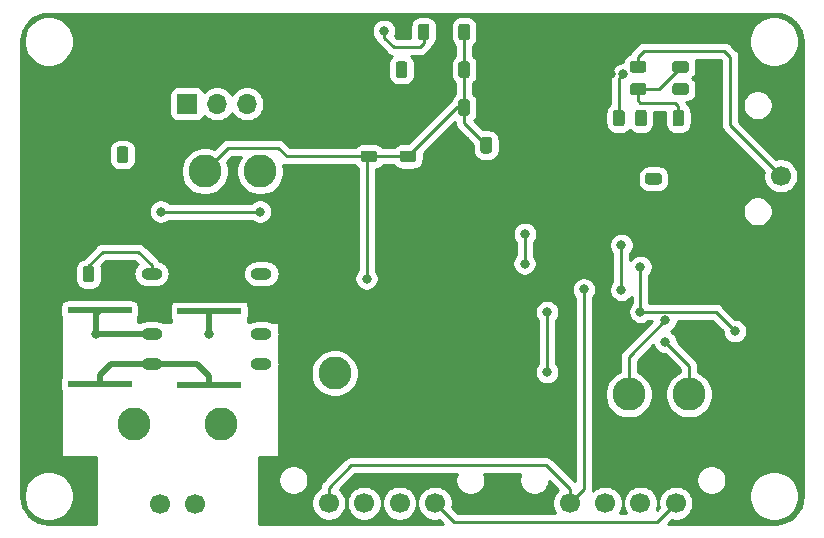
<source format=gbr>
G04 #@! TF.GenerationSoftware,KiCad,Pcbnew,(5.1.5)-3*
G04 #@! TF.CreationDate,2021-01-10T15:50:35-06:00*
G04 #@! TF.ProjectId,Power-SupplementalMonitoringPCB,506f7765-722d-4537-9570-706c656d656e,rev?*
G04 #@! TF.SameCoordinates,Original*
G04 #@! TF.FileFunction,Copper,L2,Bot*
G04 #@! TF.FilePolarity,Positive*
%FSLAX46Y46*%
G04 Gerber Fmt 4.6, Leading zero omitted, Abs format (unit mm)*
G04 Created by KiCad (PCBNEW (5.1.5)-3) date 2021-01-10 15:50:35*
%MOMM*%
%LPD*%
G04 APERTURE LIST*
%ADD10C,0.100000*%
%ADD11C,2.800000*%
%ADD12O,1.800000X1.000000*%
%ADD13R,5.410200X0.558800*%
%ADD14O,1.700000X1.700000*%
%ADD15R,1.700000X1.700000*%
%ADD16C,1.700000*%
%ADD17C,0.800000*%
%ADD18C,0.250000*%
%ADD19C,0.500000*%
%ADD20C,0.254000*%
G04 APERTURE END LIST*
G04 #@! TA.AperFunction,SMDPad,CuDef*
D10*
G36*
X147405142Y-78301174D02*
G01*
X147428803Y-78304684D01*
X147452007Y-78310496D01*
X147474529Y-78318554D01*
X147496153Y-78328782D01*
X147516670Y-78341079D01*
X147535883Y-78355329D01*
X147553607Y-78371393D01*
X147569671Y-78389117D01*
X147583921Y-78408330D01*
X147596218Y-78428847D01*
X147606446Y-78450471D01*
X147614504Y-78472993D01*
X147620316Y-78496197D01*
X147623826Y-78519858D01*
X147625000Y-78543750D01*
X147625000Y-79456250D01*
X147623826Y-79480142D01*
X147620316Y-79503803D01*
X147614504Y-79527007D01*
X147606446Y-79549529D01*
X147596218Y-79571153D01*
X147583921Y-79591670D01*
X147569671Y-79610883D01*
X147553607Y-79628607D01*
X147535883Y-79644671D01*
X147516670Y-79658921D01*
X147496153Y-79671218D01*
X147474529Y-79681446D01*
X147452007Y-79689504D01*
X147428803Y-79695316D01*
X147405142Y-79698826D01*
X147381250Y-79700000D01*
X146893750Y-79700000D01*
X146869858Y-79698826D01*
X146846197Y-79695316D01*
X146822993Y-79689504D01*
X146800471Y-79681446D01*
X146778847Y-79671218D01*
X146758330Y-79658921D01*
X146739117Y-79644671D01*
X146721393Y-79628607D01*
X146705329Y-79610883D01*
X146691079Y-79591670D01*
X146678782Y-79571153D01*
X146668554Y-79549529D01*
X146660496Y-79527007D01*
X146654684Y-79503803D01*
X146651174Y-79480142D01*
X146650000Y-79456250D01*
X146650000Y-78543750D01*
X146651174Y-78519858D01*
X146654684Y-78496197D01*
X146660496Y-78472993D01*
X146668554Y-78450471D01*
X146678782Y-78428847D01*
X146691079Y-78408330D01*
X146705329Y-78389117D01*
X146721393Y-78371393D01*
X146739117Y-78355329D01*
X146758330Y-78341079D01*
X146778847Y-78328782D01*
X146800471Y-78318554D01*
X146822993Y-78310496D01*
X146846197Y-78304684D01*
X146869858Y-78301174D01*
X146893750Y-78300000D01*
X147381250Y-78300000D01*
X147405142Y-78301174D01*
G37*
G04 #@! TD.AperFunction*
G04 #@! TA.AperFunction,SMDPad,CuDef*
G36*
X145530142Y-78301174D02*
G01*
X145553803Y-78304684D01*
X145577007Y-78310496D01*
X145599529Y-78318554D01*
X145621153Y-78328782D01*
X145641670Y-78341079D01*
X145660883Y-78355329D01*
X145678607Y-78371393D01*
X145694671Y-78389117D01*
X145708921Y-78408330D01*
X145721218Y-78428847D01*
X145731446Y-78450471D01*
X145739504Y-78472993D01*
X145745316Y-78496197D01*
X145748826Y-78519858D01*
X145750000Y-78543750D01*
X145750000Y-79456250D01*
X145748826Y-79480142D01*
X145745316Y-79503803D01*
X145739504Y-79527007D01*
X145731446Y-79549529D01*
X145721218Y-79571153D01*
X145708921Y-79591670D01*
X145694671Y-79610883D01*
X145678607Y-79628607D01*
X145660883Y-79644671D01*
X145641670Y-79658921D01*
X145621153Y-79671218D01*
X145599529Y-79681446D01*
X145577007Y-79689504D01*
X145553803Y-79695316D01*
X145530142Y-79698826D01*
X145506250Y-79700000D01*
X145018750Y-79700000D01*
X144994858Y-79698826D01*
X144971197Y-79695316D01*
X144947993Y-79689504D01*
X144925471Y-79681446D01*
X144903847Y-79671218D01*
X144883330Y-79658921D01*
X144864117Y-79644671D01*
X144846393Y-79628607D01*
X144830329Y-79610883D01*
X144816079Y-79591670D01*
X144803782Y-79571153D01*
X144793554Y-79549529D01*
X144785496Y-79527007D01*
X144779684Y-79503803D01*
X144776174Y-79480142D01*
X144775000Y-79456250D01*
X144775000Y-78543750D01*
X144776174Y-78519858D01*
X144779684Y-78496197D01*
X144785496Y-78472993D01*
X144793554Y-78450471D01*
X144803782Y-78428847D01*
X144816079Y-78408330D01*
X144830329Y-78389117D01*
X144846393Y-78371393D01*
X144864117Y-78355329D01*
X144883330Y-78341079D01*
X144903847Y-78328782D01*
X144925471Y-78318554D01*
X144947993Y-78310496D01*
X144971197Y-78304684D01*
X144994858Y-78301174D01*
X145018750Y-78300000D01*
X145506250Y-78300000D01*
X145530142Y-78301174D01*
G37*
G04 #@! TD.AperFunction*
G04 #@! TA.AperFunction,SMDPad,CuDef*
G36*
X152442642Y-78301174D02*
G01*
X152466303Y-78304684D01*
X152489507Y-78310496D01*
X152512029Y-78318554D01*
X152533653Y-78328782D01*
X152554170Y-78341079D01*
X152573383Y-78355329D01*
X152591107Y-78371393D01*
X152607171Y-78389117D01*
X152621421Y-78408330D01*
X152633718Y-78428847D01*
X152643946Y-78450471D01*
X152652004Y-78472993D01*
X152657816Y-78496197D01*
X152661326Y-78519858D01*
X152662500Y-78543750D01*
X152662500Y-79456250D01*
X152661326Y-79480142D01*
X152657816Y-79503803D01*
X152652004Y-79527007D01*
X152643946Y-79549529D01*
X152633718Y-79571153D01*
X152621421Y-79591670D01*
X152607171Y-79610883D01*
X152591107Y-79628607D01*
X152573383Y-79644671D01*
X152554170Y-79658921D01*
X152533653Y-79671218D01*
X152512029Y-79681446D01*
X152489507Y-79689504D01*
X152466303Y-79695316D01*
X152442642Y-79698826D01*
X152418750Y-79700000D01*
X151931250Y-79700000D01*
X151907358Y-79698826D01*
X151883697Y-79695316D01*
X151860493Y-79689504D01*
X151837971Y-79681446D01*
X151816347Y-79671218D01*
X151795830Y-79658921D01*
X151776617Y-79644671D01*
X151758893Y-79628607D01*
X151742829Y-79610883D01*
X151728579Y-79591670D01*
X151716282Y-79571153D01*
X151706054Y-79549529D01*
X151697996Y-79527007D01*
X151692184Y-79503803D01*
X151688674Y-79480142D01*
X151687500Y-79456250D01*
X151687500Y-78543750D01*
X151688674Y-78519858D01*
X151692184Y-78496197D01*
X151697996Y-78472993D01*
X151706054Y-78450471D01*
X151716282Y-78428847D01*
X151728579Y-78408330D01*
X151742829Y-78389117D01*
X151758893Y-78371393D01*
X151776617Y-78355329D01*
X151795830Y-78341079D01*
X151816347Y-78328782D01*
X151837971Y-78318554D01*
X151860493Y-78310496D01*
X151883697Y-78304684D01*
X151907358Y-78301174D01*
X151931250Y-78300000D01*
X152418750Y-78300000D01*
X152442642Y-78301174D01*
G37*
G04 #@! TD.AperFunction*
G04 #@! TA.AperFunction,SMDPad,CuDef*
G36*
X150567642Y-78301174D02*
G01*
X150591303Y-78304684D01*
X150614507Y-78310496D01*
X150637029Y-78318554D01*
X150658653Y-78328782D01*
X150679170Y-78341079D01*
X150698383Y-78355329D01*
X150716107Y-78371393D01*
X150732171Y-78389117D01*
X150746421Y-78408330D01*
X150758718Y-78428847D01*
X150768946Y-78450471D01*
X150777004Y-78472993D01*
X150782816Y-78496197D01*
X150786326Y-78519858D01*
X150787500Y-78543750D01*
X150787500Y-79456250D01*
X150786326Y-79480142D01*
X150782816Y-79503803D01*
X150777004Y-79527007D01*
X150768946Y-79549529D01*
X150758718Y-79571153D01*
X150746421Y-79591670D01*
X150732171Y-79610883D01*
X150716107Y-79628607D01*
X150698383Y-79644671D01*
X150679170Y-79658921D01*
X150658653Y-79671218D01*
X150637029Y-79681446D01*
X150614507Y-79689504D01*
X150591303Y-79695316D01*
X150567642Y-79698826D01*
X150543750Y-79700000D01*
X150056250Y-79700000D01*
X150032358Y-79698826D01*
X150008697Y-79695316D01*
X149985493Y-79689504D01*
X149962971Y-79681446D01*
X149941347Y-79671218D01*
X149920830Y-79658921D01*
X149901617Y-79644671D01*
X149883893Y-79628607D01*
X149867829Y-79610883D01*
X149853579Y-79591670D01*
X149841282Y-79571153D01*
X149831054Y-79549529D01*
X149822996Y-79527007D01*
X149817184Y-79503803D01*
X149813674Y-79480142D01*
X149812500Y-79456250D01*
X149812500Y-78543750D01*
X149813674Y-78519858D01*
X149817184Y-78496197D01*
X149822996Y-78472993D01*
X149831054Y-78450471D01*
X149841282Y-78428847D01*
X149853579Y-78408330D01*
X149867829Y-78389117D01*
X149883893Y-78371393D01*
X149901617Y-78355329D01*
X149920830Y-78341079D01*
X149941347Y-78328782D01*
X149962971Y-78318554D01*
X149985493Y-78310496D01*
X150008697Y-78304684D01*
X150032358Y-78301174D01*
X150056250Y-78300000D01*
X150543750Y-78300000D01*
X150567642Y-78301174D01*
G37*
G04 #@! TD.AperFunction*
D11*
X110200000Y-83500000D03*
D12*
X115000000Y-92190000D03*
X115000000Y-94730000D03*
X115000000Y-97270000D03*
X115000000Y-99810000D03*
D11*
X121200000Y-100600000D03*
D13*
X110600000Y-101624200D03*
X110600000Y-95375800D03*
G04 #@! TA.AperFunction,SMDPad,CuDef*
D10*
G36*
X150980142Y-74176174D02*
G01*
X151003803Y-74179684D01*
X151027007Y-74185496D01*
X151049529Y-74193554D01*
X151071153Y-74203782D01*
X151091670Y-74216079D01*
X151110883Y-74230329D01*
X151128607Y-74246393D01*
X151144671Y-74264117D01*
X151158921Y-74283330D01*
X151171218Y-74303847D01*
X151181446Y-74325471D01*
X151189504Y-74347993D01*
X151195316Y-74371197D01*
X151198826Y-74394858D01*
X151200000Y-74418750D01*
X151200000Y-74906250D01*
X151198826Y-74930142D01*
X151195316Y-74953803D01*
X151189504Y-74977007D01*
X151181446Y-74999529D01*
X151171218Y-75021153D01*
X151158921Y-75041670D01*
X151144671Y-75060883D01*
X151128607Y-75078607D01*
X151110883Y-75094671D01*
X151091670Y-75108921D01*
X151071153Y-75121218D01*
X151049529Y-75131446D01*
X151027007Y-75139504D01*
X151003803Y-75145316D01*
X150980142Y-75148826D01*
X150956250Y-75150000D01*
X150043750Y-75150000D01*
X150019858Y-75148826D01*
X149996197Y-75145316D01*
X149972993Y-75139504D01*
X149950471Y-75131446D01*
X149928847Y-75121218D01*
X149908330Y-75108921D01*
X149889117Y-75094671D01*
X149871393Y-75078607D01*
X149855329Y-75060883D01*
X149841079Y-75041670D01*
X149828782Y-75021153D01*
X149818554Y-74999529D01*
X149810496Y-74977007D01*
X149804684Y-74953803D01*
X149801174Y-74930142D01*
X149800000Y-74906250D01*
X149800000Y-74418750D01*
X149801174Y-74394858D01*
X149804684Y-74371197D01*
X149810496Y-74347993D01*
X149818554Y-74325471D01*
X149828782Y-74303847D01*
X149841079Y-74283330D01*
X149855329Y-74264117D01*
X149871393Y-74246393D01*
X149889117Y-74230329D01*
X149908330Y-74216079D01*
X149928847Y-74203782D01*
X149950471Y-74193554D01*
X149972993Y-74185496D01*
X149996197Y-74179684D01*
X150019858Y-74176174D01*
X150043750Y-74175000D01*
X150956250Y-74175000D01*
X150980142Y-74176174D01*
G37*
G04 #@! TD.AperFunction*
G04 #@! TA.AperFunction,SMDPad,CuDef*
G36*
X150980142Y-76051174D02*
G01*
X151003803Y-76054684D01*
X151027007Y-76060496D01*
X151049529Y-76068554D01*
X151071153Y-76078782D01*
X151091670Y-76091079D01*
X151110883Y-76105329D01*
X151128607Y-76121393D01*
X151144671Y-76139117D01*
X151158921Y-76158330D01*
X151171218Y-76178847D01*
X151181446Y-76200471D01*
X151189504Y-76222993D01*
X151195316Y-76246197D01*
X151198826Y-76269858D01*
X151200000Y-76293750D01*
X151200000Y-76781250D01*
X151198826Y-76805142D01*
X151195316Y-76828803D01*
X151189504Y-76852007D01*
X151181446Y-76874529D01*
X151171218Y-76896153D01*
X151158921Y-76916670D01*
X151144671Y-76935883D01*
X151128607Y-76953607D01*
X151110883Y-76969671D01*
X151091670Y-76983921D01*
X151071153Y-76996218D01*
X151049529Y-77006446D01*
X151027007Y-77014504D01*
X151003803Y-77020316D01*
X150980142Y-77023826D01*
X150956250Y-77025000D01*
X150043750Y-77025000D01*
X150019858Y-77023826D01*
X149996197Y-77020316D01*
X149972993Y-77014504D01*
X149950471Y-77006446D01*
X149928847Y-76996218D01*
X149908330Y-76983921D01*
X149889117Y-76969671D01*
X149871393Y-76953607D01*
X149855329Y-76935883D01*
X149841079Y-76916670D01*
X149828782Y-76896153D01*
X149818554Y-76874529D01*
X149810496Y-76852007D01*
X149804684Y-76828803D01*
X149801174Y-76805142D01*
X149800000Y-76781250D01*
X149800000Y-76293750D01*
X149801174Y-76269858D01*
X149804684Y-76246197D01*
X149810496Y-76222993D01*
X149818554Y-76200471D01*
X149828782Y-76178847D01*
X149841079Y-76158330D01*
X149855329Y-76139117D01*
X149871393Y-76121393D01*
X149889117Y-76105329D01*
X149908330Y-76091079D01*
X149928847Y-76078782D01*
X149950471Y-76068554D01*
X149972993Y-76060496D01*
X149996197Y-76054684D01*
X150019858Y-76051174D01*
X150043750Y-76050000D01*
X150956250Y-76050000D01*
X150980142Y-76051174D01*
G37*
G04 #@! TD.AperFunction*
D14*
X116320000Y-77800000D03*
X113780000Y-77800000D03*
X111240000Y-77800000D03*
D15*
X108700000Y-77800000D03*
D16*
X126700000Y-111600000D03*
X123700000Y-111600000D03*
X120700000Y-111600000D03*
X129700000Y-111600000D03*
X147100000Y-111600000D03*
X144100000Y-111600000D03*
X141100000Y-111600000D03*
X150100000Y-111600000D03*
D12*
X105700000Y-92190000D03*
X105700000Y-94730000D03*
X105700000Y-97270000D03*
X105700000Y-99810000D03*
D11*
X151200000Y-92200000D03*
X114900000Y-83500000D03*
X111600000Y-104900000D03*
X104200000Y-104900000D03*
X151200000Y-102400000D03*
X146100000Y-102400000D03*
G04 #@! TA.AperFunction,SMDPad,CuDef*
D10*
G36*
X147380142Y-74176174D02*
G01*
X147403803Y-74179684D01*
X147427007Y-74185496D01*
X147449529Y-74193554D01*
X147471153Y-74203782D01*
X147491670Y-74216079D01*
X147510883Y-74230329D01*
X147528607Y-74246393D01*
X147544671Y-74264117D01*
X147558921Y-74283330D01*
X147571218Y-74303847D01*
X147581446Y-74325471D01*
X147589504Y-74347993D01*
X147595316Y-74371197D01*
X147598826Y-74394858D01*
X147600000Y-74418750D01*
X147600000Y-74906250D01*
X147598826Y-74930142D01*
X147595316Y-74953803D01*
X147589504Y-74977007D01*
X147581446Y-74999529D01*
X147571218Y-75021153D01*
X147558921Y-75041670D01*
X147544671Y-75060883D01*
X147528607Y-75078607D01*
X147510883Y-75094671D01*
X147491670Y-75108921D01*
X147471153Y-75121218D01*
X147449529Y-75131446D01*
X147427007Y-75139504D01*
X147403803Y-75145316D01*
X147380142Y-75148826D01*
X147356250Y-75150000D01*
X146443750Y-75150000D01*
X146419858Y-75148826D01*
X146396197Y-75145316D01*
X146372993Y-75139504D01*
X146350471Y-75131446D01*
X146328847Y-75121218D01*
X146308330Y-75108921D01*
X146289117Y-75094671D01*
X146271393Y-75078607D01*
X146255329Y-75060883D01*
X146241079Y-75041670D01*
X146228782Y-75021153D01*
X146218554Y-74999529D01*
X146210496Y-74977007D01*
X146204684Y-74953803D01*
X146201174Y-74930142D01*
X146200000Y-74906250D01*
X146200000Y-74418750D01*
X146201174Y-74394858D01*
X146204684Y-74371197D01*
X146210496Y-74347993D01*
X146218554Y-74325471D01*
X146228782Y-74303847D01*
X146241079Y-74283330D01*
X146255329Y-74264117D01*
X146271393Y-74246393D01*
X146289117Y-74230329D01*
X146308330Y-74216079D01*
X146328847Y-74203782D01*
X146350471Y-74193554D01*
X146372993Y-74185496D01*
X146396197Y-74179684D01*
X146419858Y-74176174D01*
X146443750Y-74175000D01*
X147356250Y-74175000D01*
X147380142Y-74176174D01*
G37*
G04 #@! TD.AperFunction*
G04 #@! TA.AperFunction,SMDPad,CuDef*
G36*
X147380142Y-76051174D02*
G01*
X147403803Y-76054684D01*
X147427007Y-76060496D01*
X147449529Y-76068554D01*
X147471153Y-76078782D01*
X147491670Y-76091079D01*
X147510883Y-76105329D01*
X147528607Y-76121393D01*
X147544671Y-76139117D01*
X147558921Y-76158330D01*
X147571218Y-76178847D01*
X147581446Y-76200471D01*
X147589504Y-76222993D01*
X147595316Y-76246197D01*
X147598826Y-76269858D01*
X147600000Y-76293750D01*
X147600000Y-76781250D01*
X147598826Y-76805142D01*
X147595316Y-76828803D01*
X147589504Y-76852007D01*
X147581446Y-76874529D01*
X147571218Y-76896153D01*
X147558921Y-76916670D01*
X147544671Y-76935883D01*
X147528607Y-76953607D01*
X147510883Y-76969671D01*
X147491670Y-76983921D01*
X147471153Y-76996218D01*
X147449529Y-77006446D01*
X147427007Y-77014504D01*
X147403803Y-77020316D01*
X147380142Y-77023826D01*
X147356250Y-77025000D01*
X146443750Y-77025000D01*
X146419858Y-77023826D01*
X146396197Y-77020316D01*
X146372993Y-77014504D01*
X146350471Y-77006446D01*
X146328847Y-76996218D01*
X146308330Y-76983921D01*
X146289117Y-76969671D01*
X146271393Y-76953607D01*
X146255329Y-76935883D01*
X146241079Y-76916670D01*
X146228782Y-76896153D01*
X146218554Y-76874529D01*
X146210496Y-76852007D01*
X146204684Y-76828803D01*
X146201174Y-76805142D01*
X146200000Y-76781250D01*
X146200000Y-76293750D01*
X146201174Y-76269858D01*
X146204684Y-76246197D01*
X146210496Y-76222993D01*
X146218554Y-76200471D01*
X146228782Y-76178847D01*
X146241079Y-76158330D01*
X146255329Y-76139117D01*
X146271393Y-76121393D01*
X146289117Y-76105329D01*
X146308330Y-76091079D01*
X146328847Y-76078782D01*
X146350471Y-76068554D01*
X146372993Y-76060496D01*
X146396197Y-76054684D01*
X146419858Y-76051174D01*
X146443750Y-76050000D01*
X147356250Y-76050000D01*
X147380142Y-76051174D01*
G37*
G04 #@! TD.AperFunction*
D16*
X158975000Y-80900000D03*
X158975000Y-83900000D03*
X109400000Y-111700000D03*
X106400000Y-111700000D03*
G04 #@! TA.AperFunction,SMDPad,CuDef*
D10*
G36*
X101630142Y-81401174D02*
G01*
X101653803Y-81404684D01*
X101677007Y-81410496D01*
X101699529Y-81418554D01*
X101721153Y-81428782D01*
X101741670Y-81441079D01*
X101760883Y-81455329D01*
X101778607Y-81471393D01*
X101794671Y-81489117D01*
X101808921Y-81508330D01*
X101821218Y-81528847D01*
X101831446Y-81550471D01*
X101839504Y-81572993D01*
X101845316Y-81596197D01*
X101848826Y-81619858D01*
X101850000Y-81643750D01*
X101850000Y-82556250D01*
X101848826Y-82580142D01*
X101845316Y-82603803D01*
X101839504Y-82627007D01*
X101831446Y-82649529D01*
X101821218Y-82671153D01*
X101808921Y-82691670D01*
X101794671Y-82710883D01*
X101778607Y-82728607D01*
X101760883Y-82744671D01*
X101741670Y-82758921D01*
X101721153Y-82771218D01*
X101699529Y-82781446D01*
X101677007Y-82789504D01*
X101653803Y-82795316D01*
X101630142Y-82798826D01*
X101606250Y-82800000D01*
X101118750Y-82800000D01*
X101094858Y-82798826D01*
X101071197Y-82795316D01*
X101047993Y-82789504D01*
X101025471Y-82781446D01*
X101003847Y-82771218D01*
X100983330Y-82758921D01*
X100964117Y-82744671D01*
X100946393Y-82728607D01*
X100930329Y-82710883D01*
X100916079Y-82691670D01*
X100903782Y-82671153D01*
X100893554Y-82649529D01*
X100885496Y-82627007D01*
X100879684Y-82603803D01*
X100876174Y-82580142D01*
X100875000Y-82556250D01*
X100875000Y-81643750D01*
X100876174Y-81619858D01*
X100879684Y-81596197D01*
X100885496Y-81572993D01*
X100893554Y-81550471D01*
X100903782Y-81528847D01*
X100916079Y-81508330D01*
X100930329Y-81489117D01*
X100946393Y-81471393D01*
X100964117Y-81455329D01*
X100983330Y-81441079D01*
X101003847Y-81428782D01*
X101025471Y-81418554D01*
X101047993Y-81410496D01*
X101071197Y-81404684D01*
X101094858Y-81401174D01*
X101118750Y-81400000D01*
X101606250Y-81400000D01*
X101630142Y-81401174D01*
G37*
G04 #@! TD.AperFunction*
G04 #@! TA.AperFunction,SMDPad,CuDef*
G36*
X103505142Y-81401174D02*
G01*
X103528803Y-81404684D01*
X103552007Y-81410496D01*
X103574529Y-81418554D01*
X103596153Y-81428782D01*
X103616670Y-81441079D01*
X103635883Y-81455329D01*
X103653607Y-81471393D01*
X103669671Y-81489117D01*
X103683921Y-81508330D01*
X103696218Y-81528847D01*
X103706446Y-81550471D01*
X103714504Y-81572993D01*
X103720316Y-81596197D01*
X103723826Y-81619858D01*
X103725000Y-81643750D01*
X103725000Y-82556250D01*
X103723826Y-82580142D01*
X103720316Y-82603803D01*
X103714504Y-82627007D01*
X103706446Y-82649529D01*
X103696218Y-82671153D01*
X103683921Y-82691670D01*
X103669671Y-82710883D01*
X103653607Y-82728607D01*
X103635883Y-82744671D01*
X103616670Y-82758921D01*
X103596153Y-82771218D01*
X103574529Y-82781446D01*
X103552007Y-82789504D01*
X103528803Y-82795316D01*
X103505142Y-82798826D01*
X103481250Y-82800000D01*
X102993750Y-82800000D01*
X102969858Y-82798826D01*
X102946197Y-82795316D01*
X102922993Y-82789504D01*
X102900471Y-82781446D01*
X102878847Y-82771218D01*
X102858330Y-82758921D01*
X102839117Y-82744671D01*
X102821393Y-82728607D01*
X102805329Y-82710883D01*
X102791079Y-82691670D01*
X102778782Y-82671153D01*
X102768554Y-82649529D01*
X102760496Y-82627007D01*
X102754684Y-82603803D01*
X102751174Y-82580142D01*
X102750000Y-82556250D01*
X102750000Y-81643750D01*
X102751174Y-81619858D01*
X102754684Y-81596197D01*
X102760496Y-81572993D01*
X102768554Y-81550471D01*
X102778782Y-81528847D01*
X102791079Y-81508330D01*
X102805329Y-81489117D01*
X102821393Y-81471393D01*
X102839117Y-81455329D01*
X102858330Y-81441079D01*
X102878847Y-81428782D01*
X102900471Y-81418554D01*
X102922993Y-81410496D01*
X102946197Y-81404684D01*
X102969858Y-81401174D01*
X102993750Y-81400000D01*
X103481250Y-81400000D01*
X103505142Y-81401174D01*
G37*
G04 #@! TD.AperFunction*
G04 #@! TA.AperFunction,SMDPad,CuDef*
G36*
X102505142Y-91501174D02*
G01*
X102528803Y-91504684D01*
X102552007Y-91510496D01*
X102574529Y-91518554D01*
X102596153Y-91528782D01*
X102616670Y-91541079D01*
X102635883Y-91555329D01*
X102653607Y-91571393D01*
X102669671Y-91589117D01*
X102683921Y-91608330D01*
X102696218Y-91628847D01*
X102706446Y-91650471D01*
X102714504Y-91672993D01*
X102720316Y-91696197D01*
X102723826Y-91719858D01*
X102725000Y-91743750D01*
X102725000Y-92656250D01*
X102723826Y-92680142D01*
X102720316Y-92703803D01*
X102714504Y-92727007D01*
X102706446Y-92749529D01*
X102696218Y-92771153D01*
X102683921Y-92791670D01*
X102669671Y-92810883D01*
X102653607Y-92828607D01*
X102635883Y-92844671D01*
X102616670Y-92858921D01*
X102596153Y-92871218D01*
X102574529Y-92881446D01*
X102552007Y-92889504D01*
X102528803Y-92895316D01*
X102505142Y-92898826D01*
X102481250Y-92900000D01*
X101993750Y-92900000D01*
X101969858Y-92898826D01*
X101946197Y-92895316D01*
X101922993Y-92889504D01*
X101900471Y-92881446D01*
X101878847Y-92871218D01*
X101858330Y-92858921D01*
X101839117Y-92844671D01*
X101821393Y-92828607D01*
X101805329Y-92810883D01*
X101791079Y-92791670D01*
X101778782Y-92771153D01*
X101768554Y-92749529D01*
X101760496Y-92727007D01*
X101754684Y-92703803D01*
X101751174Y-92680142D01*
X101750000Y-92656250D01*
X101750000Y-91743750D01*
X101751174Y-91719858D01*
X101754684Y-91696197D01*
X101760496Y-91672993D01*
X101768554Y-91650471D01*
X101778782Y-91628847D01*
X101791079Y-91608330D01*
X101805329Y-91589117D01*
X101821393Y-91571393D01*
X101839117Y-91555329D01*
X101858330Y-91541079D01*
X101878847Y-91528782D01*
X101900471Y-91518554D01*
X101922993Y-91510496D01*
X101946197Y-91504684D01*
X101969858Y-91501174D01*
X101993750Y-91500000D01*
X102481250Y-91500000D01*
X102505142Y-91501174D01*
G37*
G04 #@! TD.AperFunction*
G04 #@! TA.AperFunction,SMDPad,CuDef*
G36*
X100630142Y-91501174D02*
G01*
X100653803Y-91504684D01*
X100677007Y-91510496D01*
X100699529Y-91518554D01*
X100721153Y-91528782D01*
X100741670Y-91541079D01*
X100760883Y-91555329D01*
X100778607Y-91571393D01*
X100794671Y-91589117D01*
X100808921Y-91608330D01*
X100821218Y-91628847D01*
X100831446Y-91650471D01*
X100839504Y-91672993D01*
X100845316Y-91696197D01*
X100848826Y-91719858D01*
X100850000Y-91743750D01*
X100850000Y-92656250D01*
X100848826Y-92680142D01*
X100845316Y-92703803D01*
X100839504Y-92727007D01*
X100831446Y-92749529D01*
X100821218Y-92771153D01*
X100808921Y-92791670D01*
X100794671Y-92810883D01*
X100778607Y-92828607D01*
X100760883Y-92844671D01*
X100741670Y-92858921D01*
X100721153Y-92871218D01*
X100699529Y-92881446D01*
X100677007Y-92889504D01*
X100653803Y-92895316D01*
X100630142Y-92898826D01*
X100606250Y-92900000D01*
X100118750Y-92900000D01*
X100094858Y-92898826D01*
X100071197Y-92895316D01*
X100047993Y-92889504D01*
X100025471Y-92881446D01*
X100003847Y-92871218D01*
X99983330Y-92858921D01*
X99964117Y-92844671D01*
X99946393Y-92828607D01*
X99930329Y-92810883D01*
X99916079Y-92791670D01*
X99903782Y-92771153D01*
X99893554Y-92749529D01*
X99885496Y-92727007D01*
X99879684Y-92703803D01*
X99876174Y-92680142D01*
X99875000Y-92656250D01*
X99875000Y-91743750D01*
X99876174Y-91719858D01*
X99879684Y-91696197D01*
X99885496Y-91672993D01*
X99893554Y-91650471D01*
X99903782Y-91628847D01*
X99916079Y-91608330D01*
X99930329Y-91589117D01*
X99946393Y-91571393D01*
X99964117Y-91555329D01*
X99983330Y-91541079D01*
X100003847Y-91528782D01*
X100025471Y-91518554D01*
X100047993Y-91510496D01*
X100071197Y-91504684D01*
X100094858Y-91501174D01*
X100118750Y-91500000D01*
X100606250Y-91500000D01*
X100630142Y-91501174D01*
G37*
G04 #@! TD.AperFunction*
D13*
X101300000Y-101524200D03*
X101300000Y-95275800D03*
G04 #@! TA.AperFunction,SMDPad,CuDef*
D10*
G36*
X129005142Y-74201174D02*
G01*
X129028803Y-74204684D01*
X129052007Y-74210496D01*
X129074529Y-74218554D01*
X129096153Y-74228782D01*
X129116670Y-74241079D01*
X129135883Y-74255329D01*
X129153607Y-74271393D01*
X129169671Y-74289117D01*
X129183921Y-74308330D01*
X129196218Y-74328847D01*
X129206446Y-74350471D01*
X129214504Y-74372993D01*
X129220316Y-74396197D01*
X129223826Y-74419858D01*
X129225000Y-74443750D01*
X129225000Y-75356250D01*
X129223826Y-75380142D01*
X129220316Y-75403803D01*
X129214504Y-75427007D01*
X129206446Y-75449529D01*
X129196218Y-75471153D01*
X129183921Y-75491670D01*
X129169671Y-75510883D01*
X129153607Y-75528607D01*
X129135883Y-75544671D01*
X129116670Y-75558921D01*
X129096153Y-75571218D01*
X129074529Y-75581446D01*
X129052007Y-75589504D01*
X129028803Y-75595316D01*
X129005142Y-75598826D01*
X128981250Y-75600000D01*
X128493750Y-75600000D01*
X128469858Y-75598826D01*
X128446197Y-75595316D01*
X128422993Y-75589504D01*
X128400471Y-75581446D01*
X128378847Y-75571218D01*
X128358330Y-75558921D01*
X128339117Y-75544671D01*
X128321393Y-75528607D01*
X128305329Y-75510883D01*
X128291079Y-75491670D01*
X128278782Y-75471153D01*
X128268554Y-75449529D01*
X128260496Y-75427007D01*
X128254684Y-75403803D01*
X128251174Y-75380142D01*
X128250000Y-75356250D01*
X128250000Y-74443750D01*
X128251174Y-74419858D01*
X128254684Y-74396197D01*
X128260496Y-74372993D01*
X128268554Y-74350471D01*
X128278782Y-74328847D01*
X128291079Y-74308330D01*
X128305329Y-74289117D01*
X128321393Y-74271393D01*
X128339117Y-74255329D01*
X128358330Y-74241079D01*
X128378847Y-74228782D01*
X128400471Y-74218554D01*
X128422993Y-74210496D01*
X128446197Y-74204684D01*
X128469858Y-74201174D01*
X128493750Y-74200000D01*
X128981250Y-74200000D01*
X129005142Y-74201174D01*
G37*
G04 #@! TD.AperFunction*
G04 #@! TA.AperFunction,SMDPad,CuDef*
G36*
X127130142Y-74201174D02*
G01*
X127153803Y-74204684D01*
X127177007Y-74210496D01*
X127199529Y-74218554D01*
X127221153Y-74228782D01*
X127241670Y-74241079D01*
X127260883Y-74255329D01*
X127278607Y-74271393D01*
X127294671Y-74289117D01*
X127308921Y-74308330D01*
X127321218Y-74328847D01*
X127331446Y-74350471D01*
X127339504Y-74372993D01*
X127345316Y-74396197D01*
X127348826Y-74419858D01*
X127350000Y-74443750D01*
X127350000Y-75356250D01*
X127348826Y-75380142D01*
X127345316Y-75403803D01*
X127339504Y-75427007D01*
X127331446Y-75449529D01*
X127321218Y-75471153D01*
X127308921Y-75491670D01*
X127294671Y-75510883D01*
X127278607Y-75528607D01*
X127260883Y-75544671D01*
X127241670Y-75558921D01*
X127221153Y-75571218D01*
X127199529Y-75581446D01*
X127177007Y-75589504D01*
X127153803Y-75595316D01*
X127130142Y-75598826D01*
X127106250Y-75600000D01*
X126618750Y-75600000D01*
X126594858Y-75598826D01*
X126571197Y-75595316D01*
X126547993Y-75589504D01*
X126525471Y-75581446D01*
X126503847Y-75571218D01*
X126483330Y-75558921D01*
X126464117Y-75544671D01*
X126446393Y-75528607D01*
X126430329Y-75510883D01*
X126416079Y-75491670D01*
X126403782Y-75471153D01*
X126393554Y-75449529D01*
X126385496Y-75427007D01*
X126379684Y-75403803D01*
X126376174Y-75380142D01*
X126375000Y-75356250D01*
X126375000Y-74443750D01*
X126376174Y-74419858D01*
X126379684Y-74396197D01*
X126385496Y-74372993D01*
X126393554Y-74350471D01*
X126403782Y-74328847D01*
X126416079Y-74308330D01*
X126430329Y-74289117D01*
X126446393Y-74271393D01*
X126464117Y-74255329D01*
X126483330Y-74241079D01*
X126503847Y-74228782D01*
X126525471Y-74218554D01*
X126547993Y-74210496D01*
X126571197Y-74204684D01*
X126594858Y-74201174D01*
X126618750Y-74200000D01*
X127106250Y-74200000D01*
X127130142Y-74201174D01*
G37*
G04 #@! TD.AperFunction*
G04 #@! TA.AperFunction,SMDPad,CuDef*
G36*
X124580142Y-79876174D02*
G01*
X124603803Y-79879684D01*
X124627007Y-79885496D01*
X124649529Y-79893554D01*
X124671153Y-79903782D01*
X124691670Y-79916079D01*
X124710883Y-79930329D01*
X124728607Y-79946393D01*
X124744671Y-79964117D01*
X124758921Y-79983330D01*
X124771218Y-80003847D01*
X124781446Y-80025471D01*
X124789504Y-80047993D01*
X124795316Y-80071197D01*
X124798826Y-80094858D01*
X124800000Y-80118750D01*
X124800000Y-80606250D01*
X124798826Y-80630142D01*
X124795316Y-80653803D01*
X124789504Y-80677007D01*
X124781446Y-80699529D01*
X124771218Y-80721153D01*
X124758921Y-80741670D01*
X124744671Y-80760883D01*
X124728607Y-80778607D01*
X124710883Y-80794671D01*
X124691670Y-80808921D01*
X124671153Y-80821218D01*
X124649529Y-80831446D01*
X124627007Y-80839504D01*
X124603803Y-80845316D01*
X124580142Y-80848826D01*
X124556250Y-80850000D01*
X123643750Y-80850000D01*
X123619858Y-80848826D01*
X123596197Y-80845316D01*
X123572993Y-80839504D01*
X123550471Y-80831446D01*
X123528847Y-80821218D01*
X123508330Y-80808921D01*
X123489117Y-80794671D01*
X123471393Y-80778607D01*
X123455329Y-80760883D01*
X123441079Y-80741670D01*
X123428782Y-80721153D01*
X123418554Y-80699529D01*
X123410496Y-80677007D01*
X123404684Y-80653803D01*
X123401174Y-80630142D01*
X123400000Y-80606250D01*
X123400000Y-80118750D01*
X123401174Y-80094858D01*
X123404684Y-80071197D01*
X123410496Y-80047993D01*
X123418554Y-80025471D01*
X123428782Y-80003847D01*
X123441079Y-79983330D01*
X123455329Y-79964117D01*
X123471393Y-79946393D01*
X123489117Y-79930329D01*
X123508330Y-79916079D01*
X123528847Y-79903782D01*
X123550471Y-79893554D01*
X123572993Y-79885496D01*
X123596197Y-79879684D01*
X123619858Y-79876174D01*
X123643750Y-79875000D01*
X124556250Y-79875000D01*
X124580142Y-79876174D01*
G37*
G04 #@! TD.AperFunction*
G04 #@! TA.AperFunction,SMDPad,CuDef*
G36*
X124580142Y-81751174D02*
G01*
X124603803Y-81754684D01*
X124627007Y-81760496D01*
X124649529Y-81768554D01*
X124671153Y-81778782D01*
X124691670Y-81791079D01*
X124710883Y-81805329D01*
X124728607Y-81821393D01*
X124744671Y-81839117D01*
X124758921Y-81858330D01*
X124771218Y-81878847D01*
X124781446Y-81900471D01*
X124789504Y-81922993D01*
X124795316Y-81946197D01*
X124798826Y-81969858D01*
X124800000Y-81993750D01*
X124800000Y-82481250D01*
X124798826Y-82505142D01*
X124795316Y-82528803D01*
X124789504Y-82552007D01*
X124781446Y-82574529D01*
X124771218Y-82596153D01*
X124758921Y-82616670D01*
X124744671Y-82635883D01*
X124728607Y-82653607D01*
X124710883Y-82669671D01*
X124691670Y-82683921D01*
X124671153Y-82696218D01*
X124649529Y-82706446D01*
X124627007Y-82714504D01*
X124603803Y-82720316D01*
X124580142Y-82723826D01*
X124556250Y-82725000D01*
X123643750Y-82725000D01*
X123619858Y-82723826D01*
X123596197Y-82720316D01*
X123572993Y-82714504D01*
X123550471Y-82706446D01*
X123528847Y-82696218D01*
X123508330Y-82683921D01*
X123489117Y-82669671D01*
X123471393Y-82653607D01*
X123455329Y-82635883D01*
X123441079Y-82616670D01*
X123428782Y-82596153D01*
X123418554Y-82574529D01*
X123410496Y-82552007D01*
X123404684Y-82528803D01*
X123401174Y-82505142D01*
X123400000Y-82481250D01*
X123400000Y-81993750D01*
X123401174Y-81969858D01*
X123404684Y-81946197D01*
X123410496Y-81922993D01*
X123418554Y-81900471D01*
X123428782Y-81878847D01*
X123441079Y-81858330D01*
X123455329Y-81839117D01*
X123471393Y-81821393D01*
X123489117Y-81805329D01*
X123508330Y-81791079D01*
X123528847Y-81778782D01*
X123550471Y-81768554D01*
X123572993Y-81760496D01*
X123596197Y-81754684D01*
X123619858Y-81751174D01*
X123643750Y-81750000D01*
X124556250Y-81750000D01*
X124580142Y-81751174D01*
G37*
G04 #@! TD.AperFunction*
G04 #@! TA.AperFunction,SMDPad,CuDef*
G36*
X148680142Y-81776174D02*
G01*
X148703803Y-81779684D01*
X148727007Y-81785496D01*
X148749529Y-81793554D01*
X148771153Y-81803782D01*
X148791670Y-81816079D01*
X148810883Y-81830329D01*
X148828607Y-81846393D01*
X148844671Y-81864117D01*
X148858921Y-81883330D01*
X148871218Y-81903847D01*
X148881446Y-81925471D01*
X148889504Y-81947993D01*
X148895316Y-81971197D01*
X148898826Y-81994858D01*
X148900000Y-82018750D01*
X148900000Y-82506250D01*
X148898826Y-82530142D01*
X148895316Y-82553803D01*
X148889504Y-82577007D01*
X148881446Y-82599529D01*
X148871218Y-82621153D01*
X148858921Y-82641670D01*
X148844671Y-82660883D01*
X148828607Y-82678607D01*
X148810883Y-82694671D01*
X148791670Y-82708921D01*
X148771153Y-82721218D01*
X148749529Y-82731446D01*
X148727007Y-82739504D01*
X148703803Y-82745316D01*
X148680142Y-82748826D01*
X148656250Y-82750000D01*
X147743750Y-82750000D01*
X147719858Y-82748826D01*
X147696197Y-82745316D01*
X147672993Y-82739504D01*
X147650471Y-82731446D01*
X147628847Y-82721218D01*
X147608330Y-82708921D01*
X147589117Y-82694671D01*
X147571393Y-82678607D01*
X147555329Y-82660883D01*
X147541079Y-82641670D01*
X147528782Y-82621153D01*
X147518554Y-82599529D01*
X147510496Y-82577007D01*
X147504684Y-82553803D01*
X147501174Y-82530142D01*
X147500000Y-82506250D01*
X147500000Y-82018750D01*
X147501174Y-81994858D01*
X147504684Y-81971197D01*
X147510496Y-81947993D01*
X147518554Y-81925471D01*
X147528782Y-81903847D01*
X147541079Y-81883330D01*
X147555329Y-81864117D01*
X147571393Y-81846393D01*
X147589117Y-81830329D01*
X147608330Y-81816079D01*
X147628847Y-81803782D01*
X147650471Y-81793554D01*
X147672993Y-81785496D01*
X147696197Y-81779684D01*
X147719858Y-81776174D01*
X147743750Y-81775000D01*
X148656250Y-81775000D01*
X148680142Y-81776174D01*
G37*
G04 #@! TD.AperFunction*
G04 #@! TA.AperFunction,SMDPad,CuDef*
G36*
X148680142Y-83651174D02*
G01*
X148703803Y-83654684D01*
X148727007Y-83660496D01*
X148749529Y-83668554D01*
X148771153Y-83678782D01*
X148791670Y-83691079D01*
X148810883Y-83705329D01*
X148828607Y-83721393D01*
X148844671Y-83739117D01*
X148858921Y-83758330D01*
X148871218Y-83778847D01*
X148881446Y-83800471D01*
X148889504Y-83822993D01*
X148895316Y-83846197D01*
X148898826Y-83869858D01*
X148900000Y-83893750D01*
X148900000Y-84381250D01*
X148898826Y-84405142D01*
X148895316Y-84428803D01*
X148889504Y-84452007D01*
X148881446Y-84474529D01*
X148871218Y-84496153D01*
X148858921Y-84516670D01*
X148844671Y-84535883D01*
X148828607Y-84553607D01*
X148810883Y-84569671D01*
X148791670Y-84583921D01*
X148771153Y-84596218D01*
X148749529Y-84606446D01*
X148727007Y-84614504D01*
X148703803Y-84620316D01*
X148680142Y-84623826D01*
X148656250Y-84625000D01*
X147743750Y-84625000D01*
X147719858Y-84623826D01*
X147696197Y-84620316D01*
X147672993Y-84614504D01*
X147650471Y-84606446D01*
X147628847Y-84596218D01*
X147608330Y-84583921D01*
X147589117Y-84569671D01*
X147571393Y-84553607D01*
X147555329Y-84535883D01*
X147541079Y-84516670D01*
X147528782Y-84496153D01*
X147518554Y-84474529D01*
X147510496Y-84452007D01*
X147504684Y-84428803D01*
X147501174Y-84405142D01*
X147500000Y-84381250D01*
X147500000Y-83893750D01*
X147501174Y-83869858D01*
X147504684Y-83846197D01*
X147510496Y-83822993D01*
X147518554Y-83800471D01*
X147528782Y-83778847D01*
X147541079Y-83758330D01*
X147555329Y-83739117D01*
X147571393Y-83721393D01*
X147589117Y-83705329D01*
X147608330Y-83691079D01*
X147628847Y-83678782D01*
X147650471Y-83668554D01*
X147672993Y-83660496D01*
X147696197Y-83654684D01*
X147719858Y-83651174D01*
X147743750Y-83650000D01*
X148656250Y-83650000D01*
X148680142Y-83651174D01*
G37*
G04 #@! TD.AperFunction*
G04 #@! TA.AperFunction,SMDPad,CuDef*
G36*
X127880142Y-79876174D02*
G01*
X127903803Y-79879684D01*
X127927007Y-79885496D01*
X127949529Y-79893554D01*
X127971153Y-79903782D01*
X127991670Y-79916079D01*
X128010883Y-79930329D01*
X128028607Y-79946393D01*
X128044671Y-79964117D01*
X128058921Y-79983330D01*
X128071218Y-80003847D01*
X128081446Y-80025471D01*
X128089504Y-80047993D01*
X128095316Y-80071197D01*
X128098826Y-80094858D01*
X128100000Y-80118750D01*
X128100000Y-80606250D01*
X128098826Y-80630142D01*
X128095316Y-80653803D01*
X128089504Y-80677007D01*
X128081446Y-80699529D01*
X128071218Y-80721153D01*
X128058921Y-80741670D01*
X128044671Y-80760883D01*
X128028607Y-80778607D01*
X128010883Y-80794671D01*
X127991670Y-80808921D01*
X127971153Y-80821218D01*
X127949529Y-80831446D01*
X127927007Y-80839504D01*
X127903803Y-80845316D01*
X127880142Y-80848826D01*
X127856250Y-80850000D01*
X126943750Y-80850000D01*
X126919858Y-80848826D01*
X126896197Y-80845316D01*
X126872993Y-80839504D01*
X126850471Y-80831446D01*
X126828847Y-80821218D01*
X126808330Y-80808921D01*
X126789117Y-80794671D01*
X126771393Y-80778607D01*
X126755329Y-80760883D01*
X126741079Y-80741670D01*
X126728782Y-80721153D01*
X126718554Y-80699529D01*
X126710496Y-80677007D01*
X126704684Y-80653803D01*
X126701174Y-80630142D01*
X126700000Y-80606250D01*
X126700000Y-80118750D01*
X126701174Y-80094858D01*
X126704684Y-80071197D01*
X126710496Y-80047993D01*
X126718554Y-80025471D01*
X126728782Y-80003847D01*
X126741079Y-79983330D01*
X126755329Y-79964117D01*
X126771393Y-79946393D01*
X126789117Y-79930329D01*
X126808330Y-79916079D01*
X126828847Y-79903782D01*
X126850471Y-79893554D01*
X126872993Y-79885496D01*
X126896197Y-79879684D01*
X126919858Y-79876174D01*
X126943750Y-79875000D01*
X127856250Y-79875000D01*
X127880142Y-79876174D01*
G37*
G04 #@! TD.AperFunction*
G04 #@! TA.AperFunction,SMDPad,CuDef*
G36*
X127880142Y-81751174D02*
G01*
X127903803Y-81754684D01*
X127927007Y-81760496D01*
X127949529Y-81768554D01*
X127971153Y-81778782D01*
X127991670Y-81791079D01*
X128010883Y-81805329D01*
X128028607Y-81821393D01*
X128044671Y-81839117D01*
X128058921Y-81858330D01*
X128071218Y-81878847D01*
X128081446Y-81900471D01*
X128089504Y-81922993D01*
X128095316Y-81946197D01*
X128098826Y-81969858D01*
X128100000Y-81993750D01*
X128100000Y-82481250D01*
X128098826Y-82505142D01*
X128095316Y-82528803D01*
X128089504Y-82552007D01*
X128081446Y-82574529D01*
X128071218Y-82596153D01*
X128058921Y-82616670D01*
X128044671Y-82635883D01*
X128028607Y-82653607D01*
X128010883Y-82669671D01*
X127991670Y-82683921D01*
X127971153Y-82696218D01*
X127949529Y-82706446D01*
X127927007Y-82714504D01*
X127903803Y-82720316D01*
X127880142Y-82723826D01*
X127856250Y-82725000D01*
X126943750Y-82725000D01*
X126919858Y-82723826D01*
X126896197Y-82720316D01*
X126872993Y-82714504D01*
X126850471Y-82706446D01*
X126828847Y-82696218D01*
X126808330Y-82683921D01*
X126789117Y-82669671D01*
X126771393Y-82653607D01*
X126755329Y-82635883D01*
X126741079Y-82616670D01*
X126728782Y-82596153D01*
X126718554Y-82574529D01*
X126710496Y-82552007D01*
X126704684Y-82528803D01*
X126701174Y-82505142D01*
X126700000Y-82481250D01*
X126700000Y-81993750D01*
X126701174Y-81969858D01*
X126704684Y-81946197D01*
X126710496Y-81922993D01*
X126718554Y-81900471D01*
X126728782Y-81878847D01*
X126741079Y-81858330D01*
X126755329Y-81839117D01*
X126771393Y-81821393D01*
X126789117Y-81805329D01*
X126808330Y-81791079D01*
X126828847Y-81778782D01*
X126850471Y-81768554D01*
X126872993Y-81760496D01*
X126896197Y-81754684D01*
X126919858Y-81751174D01*
X126943750Y-81750000D01*
X127856250Y-81750000D01*
X127880142Y-81751174D01*
G37*
G04 #@! TD.AperFunction*
G04 #@! TA.AperFunction,SMDPad,CuDef*
G36*
X132430142Y-80601174D02*
G01*
X132453803Y-80604684D01*
X132477007Y-80610496D01*
X132499529Y-80618554D01*
X132521153Y-80628782D01*
X132541670Y-80641079D01*
X132560883Y-80655329D01*
X132578607Y-80671393D01*
X132594671Y-80689117D01*
X132608921Y-80708330D01*
X132621218Y-80728847D01*
X132631446Y-80750471D01*
X132639504Y-80772993D01*
X132645316Y-80796197D01*
X132648826Y-80819858D01*
X132650000Y-80843750D01*
X132650000Y-81756250D01*
X132648826Y-81780142D01*
X132645316Y-81803803D01*
X132639504Y-81827007D01*
X132631446Y-81849529D01*
X132621218Y-81871153D01*
X132608921Y-81891670D01*
X132594671Y-81910883D01*
X132578607Y-81928607D01*
X132560883Y-81944671D01*
X132541670Y-81958921D01*
X132521153Y-81971218D01*
X132499529Y-81981446D01*
X132477007Y-81989504D01*
X132453803Y-81995316D01*
X132430142Y-81998826D01*
X132406250Y-82000000D01*
X131918750Y-82000000D01*
X131894858Y-81998826D01*
X131871197Y-81995316D01*
X131847993Y-81989504D01*
X131825471Y-81981446D01*
X131803847Y-81971218D01*
X131783330Y-81958921D01*
X131764117Y-81944671D01*
X131746393Y-81928607D01*
X131730329Y-81910883D01*
X131716079Y-81891670D01*
X131703782Y-81871153D01*
X131693554Y-81849529D01*
X131685496Y-81827007D01*
X131679684Y-81803803D01*
X131676174Y-81780142D01*
X131675000Y-81756250D01*
X131675000Y-80843750D01*
X131676174Y-80819858D01*
X131679684Y-80796197D01*
X131685496Y-80772993D01*
X131693554Y-80750471D01*
X131703782Y-80728847D01*
X131716079Y-80708330D01*
X131730329Y-80689117D01*
X131746393Y-80671393D01*
X131764117Y-80655329D01*
X131783330Y-80641079D01*
X131803847Y-80628782D01*
X131825471Y-80618554D01*
X131847993Y-80610496D01*
X131871197Y-80604684D01*
X131894858Y-80601174D01*
X131918750Y-80600000D01*
X132406250Y-80600000D01*
X132430142Y-80601174D01*
G37*
G04 #@! TD.AperFunction*
G04 #@! TA.AperFunction,SMDPad,CuDef*
G36*
X134305142Y-80601174D02*
G01*
X134328803Y-80604684D01*
X134352007Y-80610496D01*
X134374529Y-80618554D01*
X134396153Y-80628782D01*
X134416670Y-80641079D01*
X134435883Y-80655329D01*
X134453607Y-80671393D01*
X134469671Y-80689117D01*
X134483921Y-80708330D01*
X134496218Y-80728847D01*
X134506446Y-80750471D01*
X134514504Y-80772993D01*
X134520316Y-80796197D01*
X134523826Y-80819858D01*
X134525000Y-80843750D01*
X134525000Y-81756250D01*
X134523826Y-81780142D01*
X134520316Y-81803803D01*
X134514504Y-81827007D01*
X134506446Y-81849529D01*
X134496218Y-81871153D01*
X134483921Y-81891670D01*
X134469671Y-81910883D01*
X134453607Y-81928607D01*
X134435883Y-81944671D01*
X134416670Y-81958921D01*
X134396153Y-81971218D01*
X134374529Y-81981446D01*
X134352007Y-81989504D01*
X134328803Y-81995316D01*
X134305142Y-81998826D01*
X134281250Y-82000000D01*
X133793750Y-82000000D01*
X133769858Y-81998826D01*
X133746197Y-81995316D01*
X133722993Y-81989504D01*
X133700471Y-81981446D01*
X133678847Y-81971218D01*
X133658330Y-81958921D01*
X133639117Y-81944671D01*
X133621393Y-81928607D01*
X133605329Y-81910883D01*
X133591079Y-81891670D01*
X133578782Y-81871153D01*
X133568554Y-81849529D01*
X133560496Y-81827007D01*
X133554684Y-81803803D01*
X133551174Y-81780142D01*
X133550000Y-81756250D01*
X133550000Y-80843750D01*
X133551174Y-80819858D01*
X133554684Y-80796197D01*
X133560496Y-80772993D01*
X133568554Y-80750471D01*
X133578782Y-80728847D01*
X133591079Y-80708330D01*
X133605329Y-80689117D01*
X133621393Y-80671393D01*
X133639117Y-80655329D01*
X133658330Y-80641079D01*
X133678847Y-80628782D01*
X133700471Y-80618554D01*
X133722993Y-80610496D01*
X133746197Y-80604684D01*
X133769858Y-80601174D01*
X133793750Y-80600000D01*
X134281250Y-80600000D01*
X134305142Y-80601174D01*
G37*
G04 #@! TD.AperFunction*
G04 #@! TA.AperFunction,SMDPad,CuDef*
G36*
X134305142Y-77401174D02*
G01*
X134328803Y-77404684D01*
X134352007Y-77410496D01*
X134374529Y-77418554D01*
X134396153Y-77428782D01*
X134416670Y-77441079D01*
X134435883Y-77455329D01*
X134453607Y-77471393D01*
X134469671Y-77489117D01*
X134483921Y-77508330D01*
X134496218Y-77528847D01*
X134506446Y-77550471D01*
X134514504Y-77572993D01*
X134520316Y-77596197D01*
X134523826Y-77619858D01*
X134525000Y-77643750D01*
X134525000Y-78556250D01*
X134523826Y-78580142D01*
X134520316Y-78603803D01*
X134514504Y-78627007D01*
X134506446Y-78649529D01*
X134496218Y-78671153D01*
X134483921Y-78691670D01*
X134469671Y-78710883D01*
X134453607Y-78728607D01*
X134435883Y-78744671D01*
X134416670Y-78758921D01*
X134396153Y-78771218D01*
X134374529Y-78781446D01*
X134352007Y-78789504D01*
X134328803Y-78795316D01*
X134305142Y-78798826D01*
X134281250Y-78800000D01*
X133793750Y-78800000D01*
X133769858Y-78798826D01*
X133746197Y-78795316D01*
X133722993Y-78789504D01*
X133700471Y-78781446D01*
X133678847Y-78771218D01*
X133658330Y-78758921D01*
X133639117Y-78744671D01*
X133621393Y-78728607D01*
X133605329Y-78710883D01*
X133591079Y-78691670D01*
X133578782Y-78671153D01*
X133568554Y-78649529D01*
X133560496Y-78627007D01*
X133554684Y-78603803D01*
X133551174Y-78580142D01*
X133550000Y-78556250D01*
X133550000Y-77643750D01*
X133551174Y-77619858D01*
X133554684Y-77596197D01*
X133560496Y-77572993D01*
X133568554Y-77550471D01*
X133578782Y-77528847D01*
X133591079Y-77508330D01*
X133605329Y-77489117D01*
X133621393Y-77471393D01*
X133639117Y-77455329D01*
X133658330Y-77441079D01*
X133678847Y-77428782D01*
X133700471Y-77418554D01*
X133722993Y-77410496D01*
X133746197Y-77404684D01*
X133769858Y-77401174D01*
X133793750Y-77400000D01*
X134281250Y-77400000D01*
X134305142Y-77401174D01*
G37*
G04 #@! TD.AperFunction*
G04 #@! TA.AperFunction,SMDPad,CuDef*
G36*
X132430142Y-77401174D02*
G01*
X132453803Y-77404684D01*
X132477007Y-77410496D01*
X132499529Y-77418554D01*
X132521153Y-77428782D01*
X132541670Y-77441079D01*
X132560883Y-77455329D01*
X132578607Y-77471393D01*
X132594671Y-77489117D01*
X132608921Y-77508330D01*
X132621218Y-77528847D01*
X132631446Y-77550471D01*
X132639504Y-77572993D01*
X132645316Y-77596197D01*
X132648826Y-77619858D01*
X132650000Y-77643750D01*
X132650000Y-78556250D01*
X132648826Y-78580142D01*
X132645316Y-78603803D01*
X132639504Y-78627007D01*
X132631446Y-78649529D01*
X132621218Y-78671153D01*
X132608921Y-78691670D01*
X132594671Y-78710883D01*
X132578607Y-78728607D01*
X132560883Y-78744671D01*
X132541670Y-78758921D01*
X132521153Y-78771218D01*
X132499529Y-78781446D01*
X132477007Y-78789504D01*
X132453803Y-78795316D01*
X132430142Y-78798826D01*
X132406250Y-78800000D01*
X131918750Y-78800000D01*
X131894858Y-78798826D01*
X131871197Y-78795316D01*
X131847993Y-78789504D01*
X131825471Y-78781446D01*
X131803847Y-78771218D01*
X131783330Y-78758921D01*
X131764117Y-78744671D01*
X131746393Y-78728607D01*
X131730329Y-78710883D01*
X131716079Y-78691670D01*
X131703782Y-78671153D01*
X131693554Y-78649529D01*
X131685496Y-78627007D01*
X131679684Y-78603803D01*
X131676174Y-78580142D01*
X131675000Y-78556250D01*
X131675000Y-77643750D01*
X131676174Y-77619858D01*
X131679684Y-77596197D01*
X131685496Y-77572993D01*
X131693554Y-77550471D01*
X131703782Y-77528847D01*
X131716079Y-77508330D01*
X131730329Y-77489117D01*
X131746393Y-77471393D01*
X131764117Y-77455329D01*
X131783330Y-77441079D01*
X131803847Y-77428782D01*
X131825471Y-77418554D01*
X131847993Y-77410496D01*
X131871197Y-77404684D01*
X131894858Y-77401174D01*
X131918750Y-77400000D01*
X132406250Y-77400000D01*
X132430142Y-77401174D01*
G37*
G04 #@! TD.AperFunction*
G04 #@! TA.AperFunction,SMDPad,CuDef*
G36*
X134305142Y-74201174D02*
G01*
X134328803Y-74204684D01*
X134352007Y-74210496D01*
X134374529Y-74218554D01*
X134396153Y-74228782D01*
X134416670Y-74241079D01*
X134435883Y-74255329D01*
X134453607Y-74271393D01*
X134469671Y-74289117D01*
X134483921Y-74308330D01*
X134496218Y-74328847D01*
X134506446Y-74350471D01*
X134514504Y-74372993D01*
X134520316Y-74396197D01*
X134523826Y-74419858D01*
X134525000Y-74443750D01*
X134525000Y-75356250D01*
X134523826Y-75380142D01*
X134520316Y-75403803D01*
X134514504Y-75427007D01*
X134506446Y-75449529D01*
X134496218Y-75471153D01*
X134483921Y-75491670D01*
X134469671Y-75510883D01*
X134453607Y-75528607D01*
X134435883Y-75544671D01*
X134416670Y-75558921D01*
X134396153Y-75571218D01*
X134374529Y-75581446D01*
X134352007Y-75589504D01*
X134328803Y-75595316D01*
X134305142Y-75598826D01*
X134281250Y-75600000D01*
X133793750Y-75600000D01*
X133769858Y-75598826D01*
X133746197Y-75595316D01*
X133722993Y-75589504D01*
X133700471Y-75581446D01*
X133678847Y-75571218D01*
X133658330Y-75558921D01*
X133639117Y-75544671D01*
X133621393Y-75528607D01*
X133605329Y-75510883D01*
X133591079Y-75491670D01*
X133578782Y-75471153D01*
X133568554Y-75449529D01*
X133560496Y-75427007D01*
X133554684Y-75403803D01*
X133551174Y-75380142D01*
X133550000Y-75356250D01*
X133550000Y-74443750D01*
X133551174Y-74419858D01*
X133554684Y-74396197D01*
X133560496Y-74372993D01*
X133568554Y-74350471D01*
X133578782Y-74328847D01*
X133591079Y-74308330D01*
X133605329Y-74289117D01*
X133621393Y-74271393D01*
X133639117Y-74255329D01*
X133658330Y-74241079D01*
X133678847Y-74228782D01*
X133700471Y-74218554D01*
X133722993Y-74210496D01*
X133746197Y-74204684D01*
X133769858Y-74201174D01*
X133793750Y-74200000D01*
X134281250Y-74200000D01*
X134305142Y-74201174D01*
G37*
G04 #@! TD.AperFunction*
G04 #@! TA.AperFunction,SMDPad,CuDef*
G36*
X132430142Y-74201174D02*
G01*
X132453803Y-74204684D01*
X132477007Y-74210496D01*
X132499529Y-74218554D01*
X132521153Y-74228782D01*
X132541670Y-74241079D01*
X132560883Y-74255329D01*
X132578607Y-74271393D01*
X132594671Y-74289117D01*
X132608921Y-74308330D01*
X132621218Y-74328847D01*
X132631446Y-74350471D01*
X132639504Y-74372993D01*
X132645316Y-74396197D01*
X132648826Y-74419858D01*
X132650000Y-74443750D01*
X132650000Y-75356250D01*
X132648826Y-75380142D01*
X132645316Y-75403803D01*
X132639504Y-75427007D01*
X132631446Y-75449529D01*
X132621218Y-75471153D01*
X132608921Y-75491670D01*
X132594671Y-75510883D01*
X132578607Y-75528607D01*
X132560883Y-75544671D01*
X132541670Y-75558921D01*
X132521153Y-75571218D01*
X132499529Y-75581446D01*
X132477007Y-75589504D01*
X132453803Y-75595316D01*
X132430142Y-75598826D01*
X132406250Y-75600000D01*
X131918750Y-75600000D01*
X131894858Y-75598826D01*
X131871197Y-75595316D01*
X131847993Y-75589504D01*
X131825471Y-75581446D01*
X131803847Y-75571218D01*
X131783330Y-75558921D01*
X131764117Y-75544671D01*
X131746393Y-75528607D01*
X131730329Y-75510883D01*
X131716079Y-75491670D01*
X131703782Y-75471153D01*
X131693554Y-75449529D01*
X131685496Y-75427007D01*
X131679684Y-75403803D01*
X131676174Y-75380142D01*
X131675000Y-75356250D01*
X131675000Y-74443750D01*
X131676174Y-74419858D01*
X131679684Y-74396197D01*
X131685496Y-74372993D01*
X131693554Y-74350471D01*
X131703782Y-74328847D01*
X131716079Y-74308330D01*
X131730329Y-74289117D01*
X131746393Y-74271393D01*
X131764117Y-74255329D01*
X131783330Y-74241079D01*
X131803847Y-74228782D01*
X131825471Y-74218554D01*
X131847993Y-74210496D01*
X131871197Y-74204684D01*
X131894858Y-74201174D01*
X131918750Y-74200000D01*
X132406250Y-74200000D01*
X132430142Y-74201174D01*
G37*
G04 #@! TD.AperFunction*
G04 #@! TA.AperFunction,SMDPad,CuDef*
G36*
X134305142Y-71001174D02*
G01*
X134328803Y-71004684D01*
X134352007Y-71010496D01*
X134374529Y-71018554D01*
X134396153Y-71028782D01*
X134416670Y-71041079D01*
X134435883Y-71055329D01*
X134453607Y-71071393D01*
X134469671Y-71089117D01*
X134483921Y-71108330D01*
X134496218Y-71128847D01*
X134506446Y-71150471D01*
X134514504Y-71172993D01*
X134520316Y-71196197D01*
X134523826Y-71219858D01*
X134525000Y-71243750D01*
X134525000Y-72156250D01*
X134523826Y-72180142D01*
X134520316Y-72203803D01*
X134514504Y-72227007D01*
X134506446Y-72249529D01*
X134496218Y-72271153D01*
X134483921Y-72291670D01*
X134469671Y-72310883D01*
X134453607Y-72328607D01*
X134435883Y-72344671D01*
X134416670Y-72358921D01*
X134396153Y-72371218D01*
X134374529Y-72381446D01*
X134352007Y-72389504D01*
X134328803Y-72395316D01*
X134305142Y-72398826D01*
X134281250Y-72400000D01*
X133793750Y-72400000D01*
X133769858Y-72398826D01*
X133746197Y-72395316D01*
X133722993Y-72389504D01*
X133700471Y-72381446D01*
X133678847Y-72371218D01*
X133658330Y-72358921D01*
X133639117Y-72344671D01*
X133621393Y-72328607D01*
X133605329Y-72310883D01*
X133591079Y-72291670D01*
X133578782Y-72271153D01*
X133568554Y-72249529D01*
X133560496Y-72227007D01*
X133554684Y-72203803D01*
X133551174Y-72180142D01*
X133550000Y-72156250D01*
X133550000Y-71243750D01*
X133551174Y-71219858D01*
X133554684Y-71196197D01*
X133560496Y-71172993D01*
X133568554Y-71150471D01*
X133578782Y-71128847D01*
X133591079Y-71108330D01*
X133605329Y-71089117D01*
X133621393Y-71071393D01*
X133639117Y-71055329D01*
X133658330Y-71041079D01*
X133678847Y-71028782D01*
X133700471Y-71018554D01*
X133722993Y-71010496D01*
X133746197Y-71004684D01*
X133769858Y-71001174D01*
X133793750Y-71000000D01*
X134281250Y-71000000D01*
X134305142Y-71001174D01*
G37*
G04 #@! TD.AperFunction*
G04 #@! TA.AperFunction,SMDPad,CuDef*
G36*
X132430142Y-71001174D02*
G01*
X132453803Y-71004684D01*
X132477007Y-71010496D01*
X132499529Y-71018554D01*
X132521153Y-71028782D01*
X132541670Y-71041079D01*
X132560883Y-71055329D01*
X132578607Y-71071393D01*
X132594671Y-71089117D01*
X132608921Y-71108330D01*
X132621218Y-71128847D01*
X132631446Y-71150471D01*
X132639504Y-71172993D01*
X132645316Y-71196197D01*
X132648826Y-71219858D01*
X132650000Y-71243750D01*
X132650000Y-72156250D01*
X132648826Y-72180142D01*
X132645316Y-72203803D01*
X132639504Y-72227007D01*
X132631446Y-72249529D01*
X132621218Y-72271153D01*
X132608921Y-72291670D01*
X132594671Y-72310883D01*
X132578607Y-72328607D01*
X132560883Y-72344671D01*
X132541670Y-72358921D01*
X132521153Y-72371218D01*
X132499529Y-72381446D01*
X132477007Y-72389504D01*
X132453803Y-72395316D01*
X132430142Y-72398826D01*
X132406250Y-72400000D01*
X131918750Y-72400000D01*
X131894858Y-72398826D01*
X131871197Y-72395316D01*
X131847993Y-72389504D01*
X131825471Y-72381446D01*
X131803847Y-72371218D01*
X131783330Y-72358921D01*
X131764117Y-72344671D01*
X131746393Y-72328607D01*
X131730329Y-72310883D01*
X131716079Y-72291670D01*
X131703782Y-72271153D01*
X131693554Y-72249529D01*
X131685496Y-72227007D01*
X131679684Y-72203803D01*
X131676174Y-72180142D01*
X131675000Y-72156250D01*
X131675000Y-71243750D01*
X131676174Y-71219858D01*
X131679684Y-71196197D01*
X131685496Y-71172993D01*
X131693554Y-71150471D01*
X131703782Y-71128847D01*
X131716079Y-71108330D01*
X131730329Y-71089117D01*
X131746393Y-71071393D01*
X131764117Y-71055329D01*
X131783330Y-71041079D01*
X131803847Y-71028782D01*
X131825471Y-71018554D01*
X131847993Y-71010496D01*
X131871197Y-71004684D01*
X131894858Y-71001174D01*
X131918750Y-71000000D01*
X132406250Y-71000000D01*
X132430142Y-71001174D01*
G37*
G04 #@! TD.AperFunction*
G04 #@! TA.AperFunction,SMDPad,CuDef*
G36*
X127130142Y-71001174D02*
G01*
X127153803Y-71004684D01*
X127177007Y-71010496D01*
X127199529Y-71018554D01*
X127221153Y-71028782D01*
X127241670Y-71041079D01*
X127260883Y-71055329D01*
X127278607Y-71071393D01*
X127294671Y-71089117D01*
X127308921Y-71108330D01*
X127321218Y-71128847D01*
X127331446Y-71150471D01*
X127339504Y-71172993D01*
X127345316Y-71196197D01*
X127348826Y-71219858D01*
X127350000Y-71243750D01*
X127350000Y-72156250D01*
X127348826Y-72180142D01*
X127345316Y-72203803D01*
X127339504Y-72227007D01*
X127331446Y-72249529D01*
X127321218Y-72271153D01*
X127308921Y-72291670D01*
X127294671Y-72310883D01*
X127278607Y-72328607D01*
X127260883Y-72344671D01*
X127241670Y-72358921D01*
X127221153Y-72371218D01*
X127199529Y-72381446D01*
X127177007Y-72389504D01*
X127153803Y-72395316D01*
X127130142Y-72398826D01*
X127106250Y-72400000D01*
X126618750Y-72400000D01*
X126594858Y-72398826D01*
X126571197Y-72395316D01*
X126547993Y-72389504D01*
X126525471Y-72381446D01*
X126503847Y-72371218D01*
X126483330Y-72358921D01*
X126464117Y-72344671D01*
X126446393Y-72328607D01*
X126430329Y-72310883D01*
X126416079Y-72291670D01*
X126403782Y-72271153D01*
X126393554Y-72249529D01*
X126385496Y-72227007D01*
X126379684Y-72203803D01*
X126376174Y-72180142D01*
X126375000Y-72156250D01*
X126375000Y-71243750D01*
X126376174Y-71219858D01*
X126379684Y-71196197D01*
X126385496Y-71172993D01*
X126393554Y-71150471D01*
X126403782Y-71128847D01*
X126416079Y-71108330D01*
X126430329Y-71089117D01*
X126446393Y-71071393D01*
X126464117Y-71055329D01*
X126483330Y-71041079D01*
X126503847Y-71028782D01*
X126525471Y-71018554D01*
X126547993Y-71010496D01*
X126571197Y-71004684D01*
X126594858Y-71001174D01*
X126618750Y-71000000D01*
X127106250Y-71000000D01*
X127130142Y-71001174D01*
G37*
G04 #@! TD.AperFunction*
G04 #@! TA.AperFunction,SMDPad,CuDef*
G36*
X129005142Y-71001174D02*
G01*
X129028803Y-71004684D01*
X129052007Y-71010496D01*
X129074529Y-71018554D01*
X129096153Y-71028782D01*
X129116670Y-71041079D01*
X129135883Y-71055329D01*
X129153607Y-71071393D01*
X129169671Y-71089117D01*
X129183921Y-71108330D01*
X129196218Y-71128847D01*
X129206446Y-71150471D01*
X129214504Y-71172993D01*
X129220316Y-71196197D01*
X129223826Y-71219858D01*
X129225000Y-71243750D01*
X129225000Y-72156250D01*
X129223826Y-72180142D01*
X129220316Y-72203803D01*
X129214504Y-72227007D01*
X129206446Y-72249529D01*
X129196218Y-72271153D01*
X129183921Y-72291670D01*
X129169671Y-72310883D01*
X129153607Y-72328607D01*
X129135883Y-72344671D01*
X129116670Y-72358921D01*
X129096153Y-72371218D01*
X129074529Y-72381446D01*
X129052007Y-72389504D01*
X129028803Y-72395316D01*
X129005142Y-72398826D01*
X128981250Y-72400000D01*
X128493750Y-72400000D01*
X128469858Y-72398826D01*
X128446197Y-72395316D01*
X128422993Y-72389504D01*
X128400471Y-72381446D01*
X128378847Y-72371218D01*
X128358330Y-72358921D01*
X128339117Y-72344671D01*
X128321393Y-72328607D01*
X128305329Y-72310883D01*
X128291079Y-72291670D01*
X128278782Y-72271153D01*
X128268554Y-72249529D01*
X128260496Y-72227007D01*
X128254684Y-72203803D01*
X128251174Y-72180142D01*
X128250000Y-72156250D01*
X128250000Y-71243750D01*
X128251174Y-71219858D01*
X128254684Y-71196197D01*
X128260496Y-71172993D01*
X128268554Y-71150471D01*
X128278782Y-71128847D01*
X128291079Y-71108330D01*
X128305329Y-71089117D01*
X128321393Y-71071393D01*
X128339117Y-71055329D01*
X128358330Y-71041079D01*
X128378847Y-71028782D01*
X128400471Y-71018554D01*
X128422993Y-71010496D01*
X128446197Y-71004684D01*
X128469858Y-71001174D01*
X128493750Y-71000000D01*
X128981250Y-71000000D01*
X129005142Y-71001174D01*
G37*
G04 #@! TD.AperFunction*
D17*
X128737500Y-74900000D03*
X101362500Y-82100000D03*
X118600000Y-95900000D03*
X127400000Y-80362500D03*
X134037500Y-74900000D03*
X134037500Y-78100000D03*
X141725000Y-84250000D03*
X145325000Y-81225000D03*
X148200000Y-82262500D03*
X144625020Y-75300000D03*
X141750000Y-75300000D03*
X125375486Y-71619706D03*
X134037500Y-81300000D03*
X132162500Y-78100000D03*
X132162500Y-74900000D03*
X127400000Y-82237500D03*
X126862500Y-74900000D03*
X103200000Y-82100000D03*
X147137500Y-79000000D03*
X123915000Y-92585000D03*
X148200000Y-84137500D03*
X106487500Y-86912500D03*
X114887500Y-86912500D03*
X137300000Y-88800000D03*
X137285000Y-91315000D03*
X147100000Y-91600000D03*
X147100000Y-95400000D03*
X155100000Y-97030000D03*
X139200000Y-95427500D03*
X139200000Y-100507500D03*
X145475000Y-93552500D03*
X145475000Y-89742500D03*
X142300000Y-93500000D03*
X149200000Y-97967500D03*
X149200000Y-96125000D03*
X150500000Y-76537500D03*
X150500000Y-74662500D03*
X101000000Y-97300000D03*
X110530000Y-97270000D03*
X145625023Y-75300000D03*
D18*
X134037500Y-72400000D02*
X134037500Y-74900000D01*
X134037500Y-71700000D02*
X134037500Y-72400000D01*
X127400000Y-80362500D02*
X124100000Y-80362500D01*
X115000000Y-95480000D02*
X115000000Y-94730000D01*
X115420000Y-95900000D02*
X115000000Y-95480000D01*
X118600000Y-95900000D02*
X115420000Y-95900000D01*
X148900000Y-82262500D02*
X148200000Y-82262500D01*
X149612500Y-82262500D02*
X148900000Y-82262500D01*
X152175000Y-79700000D02*
X149612500Y-82262500D01*
X152175000Y-79000000D02*
X152175000Y-79700000D01*
X134037500Y-74900000D02*
X134037500Y-75600000D01*
X134037500Y-75600000D02*
X134037500Y-78100000D01*
X141725000Y-84250000D02*
X146212500Y-84250000D01*
X146212500Y-84250000D02*
X148200000Y-82262500D01*
X147162500Y-81225000D02*
X148200000Y-82262500D01*
X145325000Y-81225000D02*
X147162500Y-81225000D01*
X141750000Y-75300000D02*
X144625020Y-75300000D01*
X125375486Y-72185391D02*
X125375486Y-71619706D01*
X128737500Y-72662500D02*
X128400000Y-73000000D01*
X128400000Y-73000000D02*
X126190095Y-73000000D01*
X128737500Y-71700000D02*
X128737500Y-72662500D01*
X126190095Y-73000000D02*
X125375486Y-72185391D01*
X132162500Y-72400000D02*
X132162500Y-74900000D01*
X132162500Y-71700000D02*
X132162500Y-72400000D01*
X132162500Y-74900000D02*
X132162500Y-78100000D01*
X132162500Y-79425000D02*
X134037500Y-81300000D01*
X132162500Y-78100000D02*
X132162500Y-79425000D01*
X127400000Y-82237500D02*
X124100000Y-82237500D01*
X131537500Y-78100000D02*
X132162500Y-78100000D01*
X127400000Y-82237500D02*
X131537500Y-78100000D01*
X123915000Y-82422500D02*
X124100000Y-82237500D01*
X123915000Y-92585000D02*
X123915000Y-82422500D01*
X124100000Y-82237500D02*
X117137500Y-82237500D01*
X117137500Y-82237500D02*
X116400000Y-81500000D01*
X112200000Y-81500000D02*
X110200000Y-83500000D01*
X116400000Y-81500000D02*
X112200000Y-81500000D01*
X100362500Y-91500000D02*
X101562500Y-90300000D01*
X100362500Y-92200000D02*
X100362500Y-91500000D01*
X105700000Y-91440000D02*
X105700000Y-92190000D01*
X104560000Y-90300000D02*
X105700000Y-91440000D01*
X101562500Y-90300000D02*
X104560000Y-90300000D01*
X106487500Y-86912500D02*
X114887500Y-86912500D01*
X137300000Y-91300000D02*
X137285000Y-91315000D01*
X137300000Y-88800000D02*
X137300000Y-91300000D01*
X147100000Y-91600000D02*
X147100000Y-95400000D01*
X153470000Y-95400000D02*
X155100000Y-97030000D01*
X147100000Y-95400000D02*
X153470000Y-95400000D01*
X139200000Y-95915000D02*
X139200000Y-100507500D01*
X139200000Y-95427500D02*
X139200000Y-95915000D01*
X145475000Y-93552500D02*
X145475000Y-89742500D01*
X142300000Y-110400000D02*
X141100000Y-111600000D01*
X142300000Y-93500000D02*
X142300000Y-110400000D01*
X141100000Y-110397919D02*
X139102081Y-108400000D01*
X141100000Y-111600000D02*
X141100000Y-110397919D01*
X139102081Y-108400000D02*
X122600000Y-108400000D01*
X120700000Y-110300000D02*
X120700000Y-111600000D01*
X122600000Y-108400000D02*
X120700000Y-110300000D01*
D19*
X101300000Y-100744800D02*
X101300000Y-101524200D01*
X102234800Y-99810000D02*
X101300000Y-100744800D01*
X105700000Y-99810000D02*
X102234800Y-99810000D01*
X109565200Y-99810000D02*
X110600000Y-100844800D01*
X110600000Y-100844800D02*
X110600000Y-101624200D01*
X105700000Y-99810000D02*
X109565200Y-99810000D01*
D18*
X151200000Y-102400000D02*
X151200000Y-99967500D01*
X151200000Y-99967500D02*
X149200000Y-97967500D01*
X131300000Y-113200000D02*
X129700000Y-111600000D01*
X150100000Y-111600000D02*
X148500000Y-113200000D01*
X148500000Y-113200000D02*
X131300000Y-113200000D01*
X146100000Y-102400000D02*
X146100000Y-99225000D01*
X146100000Y-99225000D02*
X149200000Y-96125000D01*
X154700000Y-79625000D02*
X158975000Y-83900000D01*
X146900000Y-73800000D02*
X147400000Y-73300000D01*
X146900000Y-74662500D02*
X146900000Y-73800000D01*
X147400000Y-73300000D02*
X154200000Y-73300000D01*
X154200000Y-73300000D02*
X154700000Y-73800000D01*
X154700000Y-73800000D02*
X154700000Y-79625000D01*
X148625000Y-76537500D02*
X146900000Y-76537500D01*
X150500000Y-74662500D02*
X148625000Y-76537500D01*
X147100000Y-77700000D02*
X146900000Y-77500000D01*
X146900000Y-77500000D02*
X146900000Y-76537500D01*
X150300000Y-79000000D02*
X150300000Y-78000000D01*
X150000000Y-77700000D02*
X147100000Y-77700000D01*
X150300000Y-78000000D02*
X150000000Y-77700000D01*
D19*
X105670000Y-97300000D02*
X105700000Y-97270000D01*
X101000000Y-97300000D02*
X105670000Y-97300000D01*
X101000000Y-95575800D02*
X101300000Y-95275800D01*
X101000000Y-97300000D02*
X101000000Y-95575800D01*
X110530000Y-95445800D02*
X110600000Y-95375800D01*
X110530000Y-97270000D02*
X110530000Y-95445800D01*
D18*
X145262500Y-75662523D02*
X145625023Y-75300000D01*
X145262500Y-79000000D02*
X145262500Y-75662523D01*
D20*
G36*
X158953893Y-70207670D02*
G01*
X159390498Y-70339489D01*
X159793185Y-70553600D01*
X160146612Y-70841848D01*
X160437327Y-71193261D01*
X160654242Y-71594439D01*
X160789106Y-72030113D01*
X160840000Y-72514344D01*
X160840001Y-110967711D01*
X160792330Y-111453894D01*
X160660512Y-111890497D01*
X160446399Y-112293186D01*
X160158150Y-112646613D01*
X159806739Y-112937327D01*
X159405564Y-113154240D01*
X158969886Y-113289106D01*
X158485664Y-113340000D01*
X149434801Y-113340000D01*
X149733592Y-113041209D01*
X149953740Y-113085000D01*
X150246260Y-113085000D01*
X150533158Y-113027932D01*
X150803411Y-112915990D01*
X151046632Y-112753475D01*
X151253475Y-112546632D01*
X151415990Y-112303411D01*
X151527932Y-112033158D01*
X151585000Y-111746260D01*
X151585000Y-111453740D01*
X151527932Y-111166842D01*
X151415990Y-110896589D01*
X151253475Y-110653368D01*
X151046632Y-110446525D01*
X150803411Y-110284010D01*
X150533158Y-110172068D01*
X150246260Y-110115000D01*
X149953740Y-110115000D01*
X149666842Y-110172068D01*
X149396589Y-110284010D01*
X149153368Y-110446525D01*
X148946525Y-110653368D01*
X148784010Y-110896589D01*
X148672068Y-111166842D01*
X148615000Y-111453740D01*
X148615000Y-111746260D01*
X148658791Y-111966408D01*
X148482601Y-112142598D01*
X148527932Y-112033158D01*
X148585000Y-111746260D01*
X148585000Y-111453740D01*
X148527932Y-111166842D01*
X148415990Y-110896589D01*
X148253475Y-110653368D01*
X148046632Y-110446525D01*
X147803411Y-110284010D01*
X147533158Y-110172068D01*
X147246260Y-110115000D01*
X146953740Y-110115000D01*
X146666842Y-110172068D01*
X146396589Y-110284010D01*
X146153368Y-110446525D01*
X145946525Y-110653368D01*
X145784010Y-110896589D01*
X145672068Y-111166842D01*
X145615000Y-111453740D01*
X145615000Y-111746260D01*
X145672068Y-112033158D01*
X145784010Y-112303411D01*
X145875276Y-112440000D01*
X145324724Y-112440000D01*
X145415990Y-112303411D01*
X145527932Y-112033158D01*
X145585000Y-111746260D01*
X145585000Y-111453740D01*
X145527932Y-111166842D01*
X145415990Y-110896589D01*
X145253475Y-110653368D01*
X145046632Y-110446525D01*
X144803411Y-110284010D01*
X144533158Y-110172068D01*
X144246260Y-110115000D01*
X143953740Y-110115000D01*
X143666842Y-110172068D01*
X143396589Y-110284010D01*
X143153368Y-110446525D01*
X143048174Y-110551719D01*
X143049003Y-110548986D01*
X143060000Y-110437333D01*
X143060000Y-110437324D01*
X143063676Y-110400001D01*
X143060000Y-110362678D01*
X143060000Y-109514916D01*
X151830000Y-109514916D01*
X151830000Y-109765084D01*
X151878805Y-110010445D01*
X151974541Y-110241571D01*
X152113527Y-110449578D01*
X152290422Y-110626473D01*
X152498429Y-110765459D01*
X152729555Y-110861195D01*
X152974916Y-110910000D01*
X153225084Y-110910000D01*
X153470445Y-110861195D01*
X153642997Y-110789721D01*
X156265000Y-110789721D01*
X156265000Y-111210279D01*
X156347047Y-111622756D01*
X156507988Y-112011302D01*
X156741637Y-112360983D01*
X157039017Y-112658363D01*
X157388698Y-112892012D01*
X157777244Y-113052953D01*
X158189721Y-113135000D01*
X158610279Y-113135000D01*
X159022756Y-113052953D01*
X159411302Y-112892012D01*
X159760983Y-112658363D01*
X160058363Y-112360983D01*
X160292012Y-112011302D01*
X160452953Y-111622756D01*
X160535000Y-111210279D01*
X160535000Y-110789721D01*
X160452953Y-110377244D01*
X160292012Y-109988698D01*
X160058363Y-109639017D01*
X159760983Y-109341637D01*
X159411302Y-109107988D01*
X159022756Y-108947047D01*
X158610279Y-108865000D01*
X158189721Y-108865000D01*
X157777244Y-108947047D01*
X157388698Y-109107988D01*
X157039017Y-109341637D01*
X156741637Y-109639017D01*
X156507988Y-109988698D01*
X156347047Y-110377244D01*
X156265000Y-110789721D01*
X153642997Y-110789721D01*
X153701571Y-110765459D01*
X153909578Y-110626473D01*
X154086473Y-110449578D01*
X154225459Y-110241571D01*
X154321195Y-110010445D01*
X154370000Y-109765084D01*
X154370000Y-109514916D01*
X154321195Y-109269555D01*
X154225459Y-109038429D01*
X154086473Y-108830422D01*
X153909578Y-108653527D01*
X153701571Y-108514541D01*
X153470445Y-108418805D01*
X153225084Y-108370000D01*
X152974916Y-108370000D01*
X152729555Y-108418805D01*
X152498429Y-108514541D01*
X152290422Y-108653527D01*
X152113527Y-108830422D01*
X151974541Y-109038429D01*
X151878805Y-109269555D01*
X151830000Y-109514916D01*
X143060000Y-109514916D01*
X143060000Y-102199570D01*
X144065000Y-102199570D01*
X144065000Y-102600430D01*
X144143204Y-102993587D01*
X144296607Y-103363934D01*
X144519313Y-103697237D01*
X144802763Y-103980687D01*
X145136066Y-104203393D01*
X145506413Y-104356796D01*
X145899570Y-104435000D01*
X146300430Y-104435000D01*
X146693587Y-104356796D01*
X147063934Y-104203393D01*
X147397237Y-103980687D01*
X147680687Y-103697237D01*
X147903393Y-103363934D01*
X148056796Y-102993587D01*
X148135000Y-102600430D01*
X148135000Y-102199570D01*
X148056796Y-101806413D01*
X147903393Y-101436066D01*
X147680687Y-101102763D01*
X147397237Y-100819313D01*
X147063934Y-100596607D01*
X146860000Y-100512135D01*
X146860000Y-99539801D01*
X148192435Y-98207366D01*
X148204774Y-98269398D01*
X148282795Y-98457756D01*
X148396063Y-98627274D01*
X148540226Y-98771437D01*
X148709744Y-98884705D01*
X148898102Y-98962726D01*
X149098061Y-99002500D01*
X149160199Y-99002500D01*
X150440001Y-100282303D01*
X150440001Y-100512134D01*
X150236066Y-100596607D01*
X149902763Y-100819313D01*
X149619313Y-101102763D01*
X149396607Y-101436066D01*
X149243204Y-101806413D01*
X149165000Y-102199570D01*
X149165000Y-102600430D01*
X149243204Y-102993587D01*
X149396607Y-103363934D01*
X149619313Y-103697237D01*
X149902763Y-103980687D01*
X150236066Y-104203393D01*
X150606413Y-104356796D01*
X150999570Y-104435000D01*
X151400430Y-104435000D01*
X151793587Y-104356796D01*
X152163934Y-104203393D01*
X152497237Y-103980687D01*
X152780687Y-103697237D01*
X153003393Y-103363934D01*
X153156796Y-102993587D01*
X153235000Y-102600430D01*
X153235000Y-102199570D01*
X153156796Y-101806413D01*
X153003393Y-101436066D01*
X152780687Y-101102763D01*
X152497237Y-100819313D01*
X152163934Y-100596607D01*
X151960000Y-100512135D01*
X151960000Y-100004822D01*
X151963676Y-99967499D01*
X151960000Y-99930176D01*
X151960000Y-99930167D01*
X151949003Y-99818514D01*
X151905546Y-99675253D01*
X151884600Y-99636066D01*
X151834974Y-99543223D01*
X151763799Y-99456497D01*
X151740001Y-99427499D01*
X151711003Y-99403701D01*
X150235000Y-97927699D01*
X150235000Y-97865561D01*
X150195226Y-97665602D01*
X150117205Y-97477244D01*
X150003937Y-97307726D01*
X149859774Y-97163563D01*
X149690256Y-97050295D01*
X149680491Y-97046250D01*
X149690256Y-97042205D01*
X149859774Y-96928937D01*
X150003937Y-96784774D01*
X150117205Y-96615256D01*
X150195226Y-96426898D01*
X150235000Y-96226939D01*
X150235000Y-96160000D01*
X153155199Y-96160000D01*
X154065000Y-97069802D01*
X154065000Y-97131939D01*
X154104774Y-97331898D01*
X154182795Y-97520256D01*
X154296063Y-97689774D01*
X154440226Y-97833937D01*
X154609744Y-97947205D01*
X154798102Y-98025226D01*
X154998061Y-98065000D01*
X155201939Y-98065000D01*
X155401898Y-98025226D01*
X155590256Y-97947205D01*
X155759774Y-97833937D01*
X155903937Y-97689774D01*
X156017205Y-97520256D01*
X156095226Y-97331898D01*
X156135000Y-97131939D01*
X156135000Y-96928061D01*
X156095226Y-96728102D01*
X156017205Y-96539744D01*
X155903937Y-96370226D01*
X155759774Y-96226063D01*
X155590256Y-96112795D01*
X155401898Y-96034774D01*
X155201939Y-95995000D01*
X155139802Y-95995000D01*
X154033804Y-94889003D01*
X154010001Y-94859999D01*
X153894276Y-94765026D01*
X153762247Y-94694454D01*
X153618986Y-94650997D01*
X153507333Y-94640000D01*
X153507322Y-94640000D01*
X153470000Y-94636324D01*
X153432678Y-94640000D01*
X147860000Y-94640000D01*
X147860000Y-92303711D01*
X147903937Y-92259774D01*
X148017205Y-92090256D01*
X148095226Y-91901898D01*
X148135000Y-91701939D01*
X148135000Y-91498061D01*
X148095226Y-91298102D01*
X148017205Y-91109744D01*
X147903937Y-90940226D01*
X147759774Y-90796063D01*
X147590256Y-90682795D01*
X147401898Y-90604774D01*
X147201939Y-90565000D01*
X146998061Y-90565000D01*
X146798102Y-90604774D01*
X146609744Y-90682795D01*
X146440226Y-90796063D01*
X146296063Y-90940226D01*
X146235000Y-91031613D01*
X146235000Y-90446211D01*
X146278937Y-90402274D01*
X146392205Y-90232756D01*
X146470226Y-90044398D01*
X146510000Y-89844439D01*
X146510000Y-89640561D01*
X146470226Y-89440602D01*
X146392205Y-89252244D01*
X146278937Y-89082726D01*
X146134774Y-88938563D01*
X145965256Y-88825295D01*
X145776898Y-88747274D01*
X145576939Y-88707500D01*
X145373061Y-88707500D01*
X145173102Y-88747274D01*
X144984744Y-88825295D01*
X144815226Y-88938563D01*
X144671063Y-89082726D01*
X144557795Y-89252244D01*
X144479774Y-89440602D01*
X144440000Y-89640561D01*
X144440000Y-89844439D01*
X144479774Y-90044398D01*
X144557795Y-90232756D01*
X144671063Y-90402274D01*
X144715001Y-90446212D01*
X144715000Y-92848789D01*
X144671063Y-92892726D01*
X144557795Y-93062244D01*
X144479774Y-93250602D01*
X144440000Y-93450561D01*
X144440000Y-93654439D01*
X144479774Y-93854398D01*
X144557795Y-94042756D01*
X144671063Y-94212274D01*
X144815226Y-94356437D01*
X144984744Y-94469705D01*
X145173102Y-94547726D01*
X145373061Y-94587500D01*
X145576939Y-94587500D01*
X145776898Y-94547726D01*
X145965256Y-94469705D01*
X146134774Y-94356437D01*
X146278937Y-94212274D01*
X146340001Y-94120886D01*
X146340001Y-94696288D01*
X146296063Y-94740226D01*
X146182795Y-94909744D01*
X146104774Y-95098102D01*
X146065000Y-95298061D01*
X146065000Y-95501939D01*
X146104774Y-95701898D01*
X146182795Y-95890256D01*
X146296063Y-96059774D01*
X146440226Y-96203937D01*
X146609744Y-96317205D01*
X146798102Y-96395226D01*
X146998061Y-96435000D01*
X147201939Y-96435000D01*
X147401898Y-96395226D01*
X147590256Y-96317205D01*
X147759774Y-96203937D01*
X147803711Y-96160000D01*
X148090198Y-96160000D01*
X145588998Y-98661201D01*
X145560000Y-98684999D01*
X145536202Y-98713997D01*
X145536201Y-98713998D01*
X145465026Y-98800724D01*
X145394454Y-98932754D01*
X145377571Y-98988412D01*
X145352644Y-99070590D01*
X145350998Y-99076015D01*
X145336324Y-99225000D01*
X145340001Y-99262332D01*
X145340001Y-100512134D01*
X145136066Y-100596607D01*
X144802763Y-100819313D01*
X144519313Y-101102763D01*
X144296607Y-101436066D01*
X144143204Y-101806413D01*
X144065000Y-102199570D01*
X143060000Y-102199570D01*
X143060000Y-94203711D01*
X143103937Y-94159774D01*
X143217205Y-93990256D01*
X143295226Y-93801898D01*
X143335000Y-93601939D01*
X143335000Y-93398061D01*
X143295226Y-93198102D01*
X143217205Y-93009744D01*
X143103937Y-92840226D01*
X142959774Y-92696063D01*
X142790256Y-92582795D01*
X142601898Y-92504774D01*
X142401939Y-92465000D01*
X142198061Y-92465000D01*
X141998102Y-92504774D01*
X141809744Y-92582795D01*
X141640226Y-92696063D01*
X141496063Y-92840226D01*
X141382795Y-93009744D01*
X141304774Y-93198102D01*
X141265000Y-93398061D01*
X141265000Y-93601939D01*
X141304774Y-93801898D01*
X141382795Y-93990256D01*
X141496063Y-94159774D01*
X141540000Y-94203711D01*
X141540001Y-109763118D01*
X139665885Y-107889003D01*
X139642082Y-107859999D01*
X139526357Y-107765026D01*
X139394328Y-107694454D01*
X139251067Y-107650997D01*
X139139414Y-107640000D01*
X139139403Y-107640000D01*
X139102081Y-107636324D01*
X139064759Y-107640000D01*
X122637325Y-107640000D01*
X122600000Y-107636324D01*
X122562675Y-107640000D01*
X122562667Y-107640000D01*
X122451014Y-107650997D01*
X122307753Y-107694454D01*
X122175724Y-107765026D01*
X122059999Y-107859999D01*
X122036201Y-107888997D01*
X120189003Y-109736196D01*
X120159999Y-109759999D01*
X120104871Y-109827174D01*
X120065026Y-109875724D01*
X120012687Y-109973643D01*
X119994454Y-110007754D01*
X119950997Y-110151015D01*
X119940000Y-110262668D01*
X119940000Y-110262678D01*
X119936324Y-110300000D01*
X119938568Y-110322779D01*
X119753368Y-110446525D01*
X119546525Y-110653368D01*
X119384010Y-110896589D01*
X119272068Y-111166842D01*
X119215000Y-111453740D01*
X119215000Y-111746260D01*
X119272068Y-112033158D01*
X119384010Y-112303411D01*
X119546525Y-112546632D01*
X119753368Y-112753475D01*
X119996589Y-112915990D01*
X120266842Y-113027932D01*
X120553740Y-113085000D01*
X120846260Y-113085000D01*
X121133158Y-113027932D01*
X121403411Y-112915990D01*
X121646632Y-112753475D01*
X121853475Y-112546632D01*
X122015990Y-112303411D01*
X122127932Y-112033158D01*
X122185000Y-111746260D01*
X122185000Y-111453740D01*
X122215000Y-111453740D01*
X122215000Y-111746260D01*
X122272068Y-112033158D01*
X122384010Y-112303411D01*
X122546525Y-112546632D01*
X122753368Y-112753475D01*
X122996589Y-112915990D01*
X123266842Y-113027932D01*
X123553740Y-113085000D01*
X123846260Y-113085000D01*
X124133158Y-113027932D01*
X124403411Y-112915990D01*
X124646632Y-112753475D01*
X124853475Y-112546632D01*
X125015990Y-112303411D01*
X125127932Y-112033158D01*
X125185000Y-111746260D01*
X125185000Y-111453740D01*
X125215000Y-111453740D01*
X125215000Y-111746260D01*
X125272068Y-112033158D01*
X125384010Y-112303411D01*
X125546525Y-112546632D01*
X125753368Y-112753475D01*
X125996589Y-112915990D01*
X126266842Y-113027932D01*
X126553740Y-113085000D01*
X126846260Y-113085000D01*
X127133158Y-113027932D01*
X127403411Y-112915990D01*
X127646632Y-112753475D01*
X127853475Y-112546632D01*
X128015990Y-112303411D01*
X128127932Y-112033158D01*
X128185000Y-111746260D01*
X128185000Y-111453740D01*
X128127932Y-111166842D01*
X128015990Y-110896589D01*
X127853475Y-110653368D01*
X127646632Y-110446525D01*
X127403411Y-110284010D01*
X127133158Y-110172068D01*
X126846260Y-110115000D01*
X126553740Y-110115000D01*
X126266842Y-110172068D01*
X125996589Y-110284010D01*
X125753368Y-110446525D01*
X125546525Y-110653368D01*
X125384010Y-110896589D01*
X125272068Y-111166842D01*
X125215000Y-111453740D01*
X125185000Y-111453740D01*
X125127932Y-111166842D01*
X125015990Y-110896589D01*
X124853475Y-110653368D01*
X124646632Y-110446525D01*
X124403411Y-110284010D01*
X124133158Y-110172068D01*
X123846260Y-110115000D01*
X123553740Y-110115000D01*
X123266842Y-110172068D01*
X122996589Y-110284010D01*
X122753368Y-110446525D01*
X122546525Y-110653368D01*
X122384010Y-110896589D01*
X122272068Y-111166842D01*
X122215000Y-111453740D01*
X122185000Y-111453740D01*
X122127932Y-111166842D01*
X122015990Y-110896589D01*
X121853475Y-110653368D01*
X121646632Y-110446525D01*
X121635629Y-110439173D01*
X122914802Y-109160000D01*
X131524184Y-109160000D01*
X131478805Y-109269555D01*
X131430000Y-109514916D01*
X131430000Y-109765084D01*
X131478805Y-110010445D01*
X131574541Y-110241571D01*
X131713527Y-110449578D01*
X131890422Y-110626473D01*
X132098429Y-110765459D01*
X132329555Y-110861195D01*
X132574916Y-110910000D01*
X132825084Y-110910000D01*
X133070445Y-110861195D01*
X133301571Y-110765459D01*
X133509578Y-110626473D01*
X133686473Y-110449578D01*
X133825459Y-110241571D01*
X133921195Y-110010445D01*
X133970000Y-109765084D01*
X133970000Y-109514916D01*
X133921195Y-109269555D01*
X133875816Y-109160000D01*
X136924184Y-109160000D01*
X136878805Y-109269555D01*
X136830000Y-109514916D01*
X136830000Y-109765084D01*
X136878805Y-110010445D01*
X136974541Y-110241571D01*
X137113527Y-110449578D01*
X137290422Y-110626473D01*
X137498429Y-110765459D01*
X137729555Y-110861195D01*
X137974916Y-110910000D01*
X138225084Y-110910000D01*
X138470445Y-110861195D01*
X138701571Y-110765459D01*
X138909578Y-110626473D01*
X139086473Y-110449578D01*
X139225459Y-110241571D01*
X139321195Y-110010445D01*
X139370000Y-109765084D01*
X139370000Y-109742720D01*
X140113586Y-110486307D01*
X139946525Y-110653368D01*
X139784010Y-110896589D01*
X139672068Y-111166842D01*
X139615000Y-111453740D01*
X139615000Y-111746260D01*
X139672068Y-112033158D01*
X139784010Y-112303411D01*
X139875276Y-112440000D01*
X131614802Y-112440000D01*
X131141210Y-111966408D01*
X131185000Y-111746260D01*
X131185000Y-111453740D01*
X131127932Y-111166842D01*
X131015990Y-110896589D01*
X130853475Y-110653368D01*
X130646632Y-110446525D01*
X130403411Y-110284010D01*
X130133158Y-110172068D01*
X129846260Y-110115000D01*
X129553740Y-110115000D01*
X129266842Y-110172068D01*
X128996589Y-110284010D01*
X128753368Y-110446525D01*
X128546525Y-110653368D01*
X128384010Y-110896589D01*
X128272068Y-111166842D01*
X128215000Y-111453740D01*
X128215000Y-111746260D01*
X128272068Y-112033158D01*
X128384010Y-112303411D01*
X128546525Y-112546632D01*
X128753368Y-112753475D01*
X128996589Y-112915990D01*
X129266842Y-113027932D01*
X129553740Y-113085000D01*
X129846260Y-113085000D01*
X130066408Y-113041210D01*
X130365198Y-113340000D01*
X114827000Y-113340000D01*
X114827000Y-109514916D01*
X116430000Y-109514916D01*
X116430000Y-109765084D01*
X116478805Y-110010445D01*
X116574541Y-110241571D01*
X116713527Y-110449578D01*
X116890422Y-110626473D01*
X117098429Y-110765459D01*
X117329555Y-110861195D01*
X117574916Y-110910000D01*
X117825084Y-110910000D01*
X118070445Y-110861195D01*
X118301571Y-110765459D01*
X118509578Y-110626473D01*
X118686473Y-110449578D01*
X118825459Y-110241571D01*
X118921195Y-110010445D01*
X118970000Y-109765084D01*
X118970000Y-109514916D01*
X118921195Y-109269555D01*
X118825459Y-109038429D01*
X118686473Y-108830422D01*
X118509578Y-108653527D01*
X118301571Y-108514541D01*
X118070445Y-108418805D01*
X117825084Y-108370000D01*
X117574916Y-108370000D01*
X117329555Y-108418805D01*
X117098429Y-108514541D01*
X116890422Y-108653527D01*
X116713527Y-108830422D01*
X116574541Y-109038429D01*
X116478805Y-109269555D01*
X116430000Y-109514916D01*
X114827000Y-109514916D01*
X114827000Y-107727000D01*
X116400000Y-107727000D01*
X116424776Y-107724560D01*
X116448601Y-107717333D01*
X116470557Y-107705597D01*
X116489803Y-107689803D01*
X116505597Y-107670557D01*
X116517333Y-107648601D01*
X116524560Y-107624776D01*
X116527000Y-107600000D01*
X116527000Y-100399570D01*
X119165000Y-100399570D01*
X119165000Y-100800430D01*
X119243204Y-101193587D01*
X119396607Y-101563934D01*
X119619313Y-101897237D01*
X119902763Y-102180687D01*
X120236066Y-102403393D01*
X120606413Y-102556796D01*
X120999570Y-102635000D01*
X121400430Y-102635000D01*
X121793587Y-102556796D01*
X122163934Y-102403393D01*
X122497237Y-102180687D01*
X122780687Y-101897237D01*
X123003393Y-101563934D01*
X123156796Y-101193587D01*
X123235000Y-100800430D01*
X123235000Y-100399570D01*
X123156796Y-100006413D01*
X123003393Y-99636066D01*
X122780687Y-99302763D01*
X122497237Y-99019313D01*
X122163934Y-98796607D01*
X121793587Y-98643204D01*
X121400430Y-98565000D01*
X120999570Y-98565000D01*
X120606413Y-98643204D01*
X120236066Y-98796607D01*
X119902763Y-99019313D01*
X119619313Y-99302763D01*
X119396607Y-99636066D01*
X119243204Y-100006413D01*
X119165000Y-100399570D01*
X116527000Y-100399570D01*
X116527000Y-99946978D01*
X116540491Y-99810000D01*
X116527000Y-99673022D01*
X116527000Y-97406978D01*
X116540491Y-97270000D01*
X116527000Y-97133022D01*
X116527000Y-96400000D01*
X116524560Y-96375224D01*
X116517333Y-96351399D01*
X116505597Y-96329443D01*
X116489803Y-96310197D01*
X116470557Y-96294403D01*
X116448601Y-96282667D01*
X116424776Y-96275440D01*
X116400000Y-96273000D01*
X115942481Y-96273000D01*
X115836447Y-96216324D01*
X115622499Y-96151423D01*
X115455752Y-96135000D01*
X114544248Y-96135000D01*
X114377501Y-96151423D01*
X114163553Y-96216324D01*
X114057519Y-96273000D01*
X113827000Y-96273000D01*
X113827000Y-96020218D01*
X113835637Y-96009694D01*
X113894602Y-95899380D01*
X113930912Y-95779682D01*
X113943172Y-95655200D01*
X113943172Y-95325561D01*
X138165000Y-95325561D01*
X138165000Y-95529439D01*
X138204774Y-95729398D01*
X138282795Y-95917756D01*
X138396063Y-96087274D01*
X138440000Y-96131211D01*
X138440001Y-99803788D01*
X138396063Y-99847726D01*
X138282795Y-100017244D01*
X138204774Y-100205602D01*
X138165000Y-100405561D01*
X138165000Y-100609439D01*
X138204774Y-100809398D01*
X138282795Y-100997756D01*
X138396063Y-101167274D01*
X138540226Y-101311437D01*
X138709744Y-101424705D01*
X138898102Y-101502726D01*
X139098061Y-101542500D01*
X139301939Y-101542500D01*
X139501898Y-101502726D01*
X139690256Y-101424705D01*
X139859774Y-101311437D01*
X140003937Y-101167274D01*
X140117205Y-100997756D01*
X140195226Y-100809398D01*
X140235000Y-100609439D01*
X140235000Y-100405561D01*
X140195226Y-100205602D01*
X140117205Y-100017244D01*
X140003937Y-99847726D01*
X139960000Y-99803789D01*
X139960000Y-96131211D01*
X140003937Y-96087274D01*
X140117205Y-95917756D01*
X140195226Y-95729398D01*
X140235000Y-95529439D01*
X140235000Y-95325561D01*
X140195226Y-95125602D01*
X140117205Y-94937244D01*
X140003937Y-94767726D01*
X139859774Y-94623563D01*
X139690256Y-94510295D01*
X139501898Y-94432274D01*
X139301939Y-94392500D01*
X139098061Y-94392500D01*
X138898102Y-94432274D01*
X138709744Y-94510295D01*
X138540226Y-94623563D01*
X138396063Y-94767726D01*
X138282795Y-94937244D01*
X138204774Y-95125602D01*
X138165000Y-95325561D01*
X113943172Y-95325561D01*
X113943172Y-95096400D01*
X113930912Y-94971918D01*
X113894602Y-94852220D01*
X113835637Y-94741906D01*
X113827000Y-94731382D01*
X113827000Y-94600000D01*
X113824560Y-94575224D01*
X113817333Y-94551399D01*
X113805597Y-94529443D01*
X113789803Y-94510197D01*
X113770557Y-94494403D01*
X113748601Y-94482667D01*
X113724776Y-94475440D01*
X113700000Y-94473000D01*
X113437533Y-94473000D01*
X113429582Y-94470588D01*
X113305100Y-94458328D01*
X107894900Y-94458328D01*
X107770418Y-94470588D01*
X107762467Y-94473000D01*
X107500000Y-94473000D01*
X107475224Y-94475440D01*
X107451399Y-94482667D01*
X107429443Y-94494403D01*
X107410197Y-94510197D01*
X107394403Y-94529443D01*
X107382667Y-94551399D01*
X107375440Y-94575224D01*
X107373000Y-94600000D01*
X107373000Y-94731382D01*
X107364363Y-94741906D01*
X107305398Y-94852220D01*
X107269088Y-94971918D01*
X107256828Y-95096400D01*
X107256828Y-95655200D01*
X107269088Y-95779682D01*
X107305398Y-95899380D01*
X107364363Y-96009694D01*
X107373000Y-96020218D01*
X107373000Y-96273000D01*
X106642481Y-96273000D01*
X106536447Y-96216324D01*
X106322499Y-96151423D01*
X106155752Y-96135000D01*
X105244248Y-96135000D01*
X105077501Y-96151423D01*
X104863553Y-96216324D01*
X104757519Y-96273000D01*
X104527000Y-96273000D01*
X104527000Y-95920218D01*
X104535637Y-95909694D01*
X104594602Y-95799380D01*
X104630912Y-95679682D01*
X104643172Y-95555200D01*
X104643172Y-94996400D01*
X104630912Y-94871918D01*
X104594602Y-94752220D01*
X104535637Y-94641906D01*
X104527000Y-94631382D01*
X104527000Y-94600000D01*
X104524560Y-94575224D01*
X104517333Y-94551399D01*
X104505597Y-94529443D01*
X104489803Y-94510197D01*
X104470557Y-94494403D01*
X104448601Y-94482667D01*
X104424776Y-94475440D01*
X104400000Y-94473000D01*
X104368290Y-94473000D01*
X104359594Y-94465863D01*
X104249280Y-94406898D01*
X104129582Y-94370588D01*
X104005100Y-94358328D01*
X98594900Y-94358328D01*
X98470418Y-94370588D01*
X98350720Y-94406898D01*
X98240406Y-94465863D01*
X98231710Y-94473000D01*
X98200000Y-94473000D01*
X98175224Y-94475440D01*
X98151399Y-94482667D01*
X98129443Y-94494403D01*
X98110197Y-94510197D01*
X98094403Y-94529443D01*
X98082667Y-94551399D01*
X98075440Y-94575224D01*
X98073000Y-94600000D01*
X98073000Y-94631382D01*
X98064363Y-94641906D01*
X98005398Y-94752220D01*
X97969088Y-94871918D01*
X97956828Y-94996400D01*
X97956828Y-95555200D01*
X97969088Y-95679682D01*
X98005398Y-95799380D01*
X98064363Y-95909694D01*
X98073000Y-95920218D01*
X98073000Y-100879782D01*
X98064363Y-100890306D01*
X98005398Y-101000620D01*
X97969088Y-101120318D01*
X97956828Y-101244800D01*
X97956828Y-101803600D01*
X97969088Y-101928082D01*
X98005398Y-102047780D01*
X98064363Y-102158094D01*
X98073000Y-102168618D01*
X98073000Y-107600000D01*
X98075440Y-107624776D01*
X98082667Y-107648601D01*
X98094403Y-107670557D01*
X98110197Y-107689803D01*
X98129443Y-107705597D01*
X98151399Y-107717333D01*
X98175224Y-107724560D01*
X98200000Y-107727000D01*
X100973000Y-107727000D01*
X100973000Y-113340000D01*
X97032279Y-113340000D01*
X96546106Y-113292330D01*
X96109503Y-113160512D01*
X95706814Y-112946399D01*
X95353387Y-112658150D01*
X95062673Y-112306739D01*
X94845760Y-111905564D01*
X94710894Y-111469886D01*
X94660000Y-110985664D01*
X94660000Y-110789721D01*
X94865000Y-110789721D01*
X94865000Y-111210279D01*
X94947047Y-111622756D01*
X95107988Y-112011302D01*
X95341637Y-112360983D01*
X95639017Y-112658363D01*
X95988698Y-112892012D01*
X96377244Y-113052953D01*
X96789721Y-113135000D01*
X97210279Y-113135000D01*
X97622756Y-113052953D01*
X98011302Y-112892012D01*
X98360983Y-112658363D01*
X98658363Y-112360983D01*
X98892012Y-112011302D01*
X99052953Y-111622756D01*
X99135000Y-111210279D01*
X99135000Y-110789721D01*
X99052953Y-110377244D01*
X98892012Y-109988698D01*
X98658363Y-109639017D01*
X98360983Y-109341637D01*
X98011302Y-109107988D01*
X97622756Y-108947047D01*
X97210279Y-108865000D01*
X96789721Y-108865000D01*
X96377244Y-108947047D01*
X95988698Y-109107988D01*
X95639017Y-109341637D01*
X95341637Y-109639017D01*
X95107988Y-109988698D01*
X94947047Y-110377244D01*
X94865000Y-110789721D01*
X94660000Y-110789721D01*
X94660000Y-91743750D01*
X99236928Y-91743750D01*
X99236928Y-92656250D01*
X99253872Y-92828285D01*
X99304053Y-92993709D01*
X99385542Y-93146164D01*
X99495208Y-93279792D01*
X99628836Y-93389458D01*
X99781291Y-93470947D01*
X99946715Y-93521128D01*
X100118750Y-93538072D01*
X100606250Y-93538072D01*
X100778285Y-93521128D01*
X100943709Y-93470947D01*
X101096164Y-93389458D01*
X101229792Y-93279792D01*
X101339458Y-93146164D01*
X101420947Y-92993709D01*
X101471128Y-92828285D01*
X101488072Y-92656250D01*
X101488072Y-91743750D01*
X101471128Y-91571715D01*
X101446564Y-91490738D01*
X101877302Y-91060000D01*
X104245199Y-91060000D01*
X104534853Y-91349655D01*
X104493551Y-91383551D01*
X104351716Y-91556377D01*
X104246324Y-91753553D01*
X104181423Y-91967501D01*
X104159509Y-92190000D01*
X104181423Y-92412499D01*
X104246324Y-92626447D01*
X104351716Y-92823623D01*
X104493551Y-92996449D01*
X104666377Y-93138284D01*
X104863553Y-93243676D01*
X105077501Y-93308577D01*
X105244248Y-93325000D01*
X106155752Y-93325000D01*
X106322499Y-93308577D01*
X106536447Y-93243676D01*
X106733623Y-93138284D01*
X106906449Y-92996449D01*
X107048284Y-92823623D01*
X107153676Y-92626447D01*
X107218577Y-92412499D01*
X107240491Y-92190000D01*
X113459509Y-92190000D01*
X113481423Y-92412499D01*
X113546324Y-92626447D01*
X113651716Y-92823623D01*
X113793551Y-92996449D01*
X113966377Y-93138284D01*
X114163553Y-93243676D01*
X114377501Y-93308577D01*
X114544248Y-93325000D01*
X115455752Y-93325000D01*
X115622499Y-93308577D01*
X115836447Y-93243676D01*
X116033623Y-93138284D01*
X116206449Y-92996449D01*
X116348284Y-92823623D01*
X116453676Y-92626447D01*
X116518577Y-92412499D01*
X116540491Y-92190000D01*
X116518577Y-91967501D01*
X116453676Y-91753553D01*
X116348284Y-91556377D01*
X116206449Y-91383551D01*
X116033623Y-91241716D01*
X115836447Y-91136324D01*
X115622499Y-91071423D01*
X115455752Y-91055000D01*
X114544248Y-91055000D01*
X114377501Y-91071423D01*
X114163553Y-91136324D01*
X113966377Y-91241716D01*
X113793551Y-91383551D01*
X113651716Y-91556377D01*
X113546324Y-91753553D01*
X113481423Y-91967501D01*
X113459509Y-92190000D01*
X107240491Y-92190000D01*
X107218577Y-91967501D01*
X107153676Y-91753553D01*
X107048284Y-91556377D01*
X106906449Y-91383551D01*
X106733623Y-91241716D01*
X106536447Y-91136324D01*
X106372922Y-91086719D01*
X106334974Y-91015724D01*
X106313041Y-90988998D01*
X106263799Y-90928996D01*
X106263795Y-90928992D01*
X106240001Y-90899999D01*
X106211009Y-90876206D01*
X105123803Y-89789002D01*
X105100001Y-89759999D01*
X104984276Y-89665026D01*
X104852247Y-89594454D01*
X104708986Y-89550997D01*
X104597333Y-89540000D01*
X104597322Y-89540000D01*
X104560000Y-89536324D01*
X104522678Y-89540000D01*
X101599822Y-89540000D01*
X101562499Y-89536324D01*
X101525176Y-89540000D01*
X101525167Y-89540000D01*
X101413514Y-89550997D01*
X101270253Y-89594454D01*
X101138224Y-89665026D01*
X101022499Y-89759999D01*
X100998701Y-89788997D01*
X99892329Y-90895370D01*
X99781291Y-90929053D01*
X99628836Y-91010542D01*
X99495208Y-91120208D01*
X99385542Y-91253836D01*
X99304053Y-91406291D01*
X99253872Y-91571715D01*
X99236928Y-91743750D01*
X94660000Y-91743750D01*
X94660000Y-86810561D01*
X105452500Y-86810561D01*
X105452500Y-87014439D01*
X105492274Y-87214398D01*
X105570295Y-87402756D01*
X105683563Y-87572274D01*
X105827726Y-87716437D01*
X105997244Y-87829705D01*
X106185602Y-87907726D01*
X106385561Y-87947500D01*
X106589439Y-87947500D01*
X106789398Y-87907726D01*
X106977756Y-87829705D01*
X107147274Y-87716437D01*
X107191211Y-87672500D01*
X114183789Y-87672500D01*
X114227726Y-87716437D01*
X114397244Y-87829705D01*
X114585602Y-87907726D01*
X114785561Y-87947500D01*
X114989439Y-87947500D01*
X115189398Y-87907726D01*
X115377756Y-87829705D01*
X115547274Y-87716437D01*
X115691437Y-87572274D01*
X115804705Y-87402756D01*
X115882726Y-87214398D01*
X115922500Y-87014439D01*
X115922500Y-86810561D01*
X115882726Y-86610602D01*
X115804705Y-86422244D01*
X115691437Y-86252726D01*
X115547274Y-86108563D01*
X115377756Y-85995295D01*
X115189398Y-85917274D01*
X114989439Y-85877500D01*
X114785561Y-85877500D01*
X114585602Y-85917274D01*
X114397244Y-85995295D01*
X114227726Y-86108563D01*
X114183789Y-86152500D01*
X107191211Y-86152500D01*
X107147274Y-86108563D01*
X106977756Y-85995295D01*
X106789398Y-85917274D01*
X106589439Y-85877500D01*
X106385561Y-85877500D01*
X106185602Y-85917274D01*
X105997244Y-85995295D01*
X105827726Y-86108563D01*
X105683563Y-86252726D01*
X105570295Y-86422244D01*
X105492274Y-86610602D01*
X105452500Y-86810561D01*
X94660000Y-86810561D01*
X94660000Y-81643750D01*
X102111928Y-81643750D01*
X102111928Y-82556250D01*
X102128872Y-82728285D01*
X102179053Y-82893709D01*
X102260542Y-83046164D01*
X102370208Y-83179792D01*
X102503836Y-83289458D01*
X102656291Y-83370947D01*
X102821715Y-83421128D01*
X102993750Y-83438072D01*
X103481250Y-83438072D01*
X103653285Y-83421128D01*
X103818709Y-83370947D01*
X103952245Y-83299570D01*
X108165000Y-83299570D01*
X108165000Y-83700430D01*
X108243204Y-84093587D01*
X108396607Y-84463934D01*
X108619313Y-84797237D01*
X108902763Y-85080687D01*
X109236066Y-85303393D01*
X109606413Y-85456796D01*
X109999570Y-85535000D01*
X110400430Y-85535000D01*
X110793587Y-85456796D01*
X111163934Y-85303393D01*
X111497237Y-85080687D01*
X111780687Y-84797237D01*
X112003393Y-84463934D01*
X112156796Y-84093587D01*
X112235000Y-83700430D01*
X112235000Y-83299570D01*
X112156796Y-82906413D01*
X112072323Y-82702478D01*
X112514802Y-82260000D01*
X113281068Y-82260000D01*
X113096607Y-82536066D01*
X112943204Y-82906413D01*
X112865000Y-83299570D01*
X112865000Y-83700430D01*
X112943204Y-84093587D01*
X113096607Y-84463934D01*
X113319313Y-84797237D01*
X113602763Y-85080687D01*
X113936066Y-85303393D01*
X114306413Y-85456796D01*
X114699570Y-85535000D01*
X115100430Y-85535000D01*
X115493587Y-85456796D01*
X115863934Y-85303393D01*
X116197237Y-85080687D01*
X116480687Y-84797237D01*
X116703393Y-84463934D01*
X116856796Y-84093587D01*
X116935000Y-83700430D01*
X116935000Y-83299570D01*
X116865292Y-82949125D01*
X116988514Y-82986503D01*
X117137500Y-83001177D01*
X117174833Y-82997500D01*
X122932155Y-82997500D01*
X123020208Y-83104792D01*
X123153836Y-83214458D01*
X123155001Y-83215081D01*
X123155000Y-91881289D01*
X123111063Y-91925226D01*
X122997795Y-92094744D01*
X122919774Y-92283102D01*
X122880000Y-92483061D01*
X122880000Y-92686939D01*
X122919774Y-92886898D01*
X122997795Y-93075256D01*
X123111063Y-93244774D01*
X123255226Y-93388937D01*
X123424744Y-93502205D01*
X123613102Y-93580226D01*
X123813061Y-93620000D01*
X124016939Y-93620000D01*
X124216898Y-93580226D01*
X124405256Y-93502205D01*
X124574774Y-93388937D01*
X124718937Y-93244774D01*
X124832205Y-93075256D01*
X124910226Y-92886898D01*
X124950000Y-92686939D01*
X124950000Y-92483061D01*
X124910226Y-92283102D01*
X124832205Y-92094744D01*
X124718937Y-91925226D01*
X124675000Y-91881289D01*
X124675000Y-91213061D01*
X136250000Y-91213061D01*
X136250000Y-91416939D01*
X136289774Y-91616898D01*
X136367795Y-91805256D01*
X136481063Y-91974774D01*
X136625226Y-92118937D01*
X136794744Y-92232205D01*
X136983102Y-92310226D01*
X137183061Y-92350000D01*
X137386939Y-92350000D01*
X137586898Y-92310226D01*
X137775256Y-92232205D01*
X137944774Y-92118937D01*
X138088937Y-91974774D01*
X138202205Y-91805256D01*
X138280226Y-91616898D01*
X138320000Y-91416939D01*
X138320000Y-91213061D01*
X138280226Y-91013102D01*
X138202205Y-90824744D01*
X138088937Y-90655226D01*
X138060000Y-90626289D01*
X138060000Y-89503711D01*
X138103937Y-89459774D01*
X138217205Y-89290256D01*
X138295226Y-89101898D01*
X138335000Y-88901939D01*
X138335000Y-88698061D01*
X138295226Y-88498102D01*
X138217205Y-88309744D01*
X138103937Y-88140226D01*
X137959774Y-87996063D01*
X137790256Y-87882795D01*
X137601898Y-87804774D01*
X137401939Y-87765000D01*
X137198061Y-87765000D01*
X136998102Y-87804774D01*
X136809744Y-87882795D01*
X136640226Y-87996063D01*
X136496063Y-88140226D01*
X136382795Y-88309744D01*
X136304774Y-88498102D01*
X136265000Y-88698061D01*
X136265000Y-88901939D01*
X136304774Y-89101898D01*
X136382795Y-89290256D01*
X136496063Y-89459774D01*
X136540000Y-89503711D01*
X136540001Y-90596288D01*
X136481063Y-90655226D01*
X136367795Y-90824744D01*
X136289774Y-91013102D01*
X136250000Y-91213061D01*
X124675000Y-91213061D01*
X124675000Y-86774916D01*
X155745000Y-86774916D01*
X155745000Y-87025084D01*
X155793805Y-87270445D01*
X155889541Y-87501571D01*
X156028527Y-87709578D01*
X156205422Y-87886473D01*
X156413429Y-88025459D01*
X156644555Y-88121195D01*
X156889916Y-88170000D01*
X157140084Y-88170000D01*
X157385445Y-88121195D01*
X157616571Y-88025459D01*
X157824578Y-87886473D01*
X158001473Y-87709578D01*
X158140459Y-87501571D01*
X158236195Y-87270445D01*
X158285000Y-87025084D01*
X158285000Y-86774916D01*
X158236195Y-86529555D01*
X158140459Y-86298429D01*
X158001473Y-86090422D01*
X157824578Y-85913527D01*
X157616571Y-85774541D01*
X157385445Y-85678805D01*
X157140084Y-85630000D01*
X156889916Y-85630000D01*
X156644555Y-85678805D01*
X156413429Y-85774541D01*
X156205422Y-85913527D01*
X156028527Y-86090422D01*
X155889541Y-86298429D01*
X155793805Y-86529555D01*
X155745000Y-86774916D01*
X124675000Y-86774916D01*
X124675000Y-83893750D01*
X146861928Y-83893750D01*
X146861928Y-84381250D01*
X146878872Y-84553285D01*
X146929053Y-84718709D01*
X147010542Y-84871164D01*
X147120208Y-85004792D01*
X147253836Y-85114458D01*
X147406291Y-85195947D01*
X147571715Y-85246128D01*
X147743750Y-85263072D01*
X148656250Y-85263072D01*
X148828285Y-85246128D01*
X148993709Y-85195947D01*
X149146164Y-85114458D01*
X149279792Y-85004792D01*
X149389458Y-84871164D01*
X149470947Y-84718709D01*
X149521128Y-84553285D01*
X149538072Y-84381250D01*
X149538072Y-83893750D01*
X149521128Y-83721715D01*
X149470947Y-83556291D01*
X149389458Y-83403836D01*
X149279792Y-83270208D01*
X149146164Y-83160542D01*
X148993709Y-83079053D01*
X148828285Y-83028872D01*
X148656250Y-83011928D01*
X147743750Y-83011928D01*
X147571715Y-83028872D01*
X147406291Y-83079053D01*
X147253836Y-83160542D01*
X147120208Y-83270208D01*
X147010542Y-83403836D01*
X146929053Y-83556291D01*
X146878872Y-83721715D01*
X146861928Y-83893750D01*
X124675000Y-83893750D01*
X124675000Y-83351376D01*
X124728285Y-83346128D01*
X124893709Y-83295947D01*
X125046164Y-83214458D01*
X125179792Y-83104792D01*
X125267845Y-82997500D01*
X126232155Y-82997500D01*
X126320208Y-83104792D01*
X126453836Y-83214458D01*
X126606291Y-83295947D01*
X126771715Y-83346128D01*
X126943750Y-83363072D01*
X127856250Y-83363072D01*
X128028285Y-83346128D01*
X128193709Y-83295947D01*
X128346164Y-83214458D01*
X128479792Y-83104792D01*
X128589458Y-82971164D01*
X128670947Y-82818709D01*
X128721128Y-82653285D01*
X128738072Y-82481250D01*
X128738072Y-81993750D01*
X128736322Y-81975979D01*
X131402501Y-79309801D01*
X131402501Y-79387668D01*
X131398824Y-79425000D01*
X131413498Y-79573985D01*
X131456954Y-79717246D01*
X131527526Y-79849276D01*
X131583309Y-79917247D01*
X131622500Y-79965001D01*
X131651498Y-79988799D01*
X132911928Y-81249230D01*
X132911928Y-81756250D01*
X132928872Y-81928285D01*
X132979053Y-82093709D01*
X133060542Y-82246164D01*
X133170208Y-82379792D01*
X133303836Y-82489458D01*
X133456291Y-82570947D01*
X133621715Y-82621128D01*
X133793750Y-82638072D01*
X134281250Y-82638072D01*
X134453285Y-82621128D01*
X134618709Y-82570947D01*
X134771164Y-82489458D01*
X134904792Y-82379792D01*
X135014458Y-82246164D01*
X135095947Y-82093709D01*
X135146128Y-81928285D01*
X135163072Y-81756250D01*
X135163072Y-80843750D01*
X135146128Y-80671715D01*
X135095947Y-80506291D01*
X135014458Y-80353836D01*
X134904792Y-80220208D01*
X134771164Y-80110542D01*
X134618709Y-80029053D01*
X134453285Y-79978872D01*
X134281250Y-79961928D01*
X133793750Y-79961928D01*
X133775980Y-79963678D01*
X133009086Y-79196785D01*
X133029792Y-79179792D01*
X133139458Y-79046164D01*
X133220947Y-78893709D01*
X133271128Y-78728285D01*
X133288072Y-78556250D01*
X133288072Y-78543750D01*
X144136928Y-78543750D01*
X144136928Y-79456250D01*
X144153872Y-79628285D01*
X144204053Y-79793709D01*
X144285542Y-79946164D01*
X144395208Y-80079792D01*
X144528836Y-80189458D01*
X144681291Y-80270947D01*
X144846715Y-80321128D01*
X145018750Y-80338072D01*
X145506250Y-80338072D01*
X145678285Y-80321128D01*
X145843709Y-80270947D01*
X145996164Y-80189458D01*
X146129792Y-80079792D01*
X146200000Y-79994244D01*
X146270208Y-80079792D01*
X146403836Y-80189458D01*
X146556291Y-80270947D01*
X146721715Y-80321128D01*
X146893750Y-80338072D01*
X147381250Y-80338072D01*
X147553285Y-80321128D01*
X147718709Y-80270947D01*
X147871164Y-80189458D01*
X148004792Y-80079792D01*
X148114458Y-79946164D01*
X148195947Y-79793709D01*
X148246128Y-79628285D01*
X148263072Y-79456250D01*
X148263072Y-78543750D01*
X148254823Y-78460000D01*
X149182677Y-78460000D01*
X149174428Y-78543750D01*
X149174428Y-79456250D01*
X149191372Y-79628285D01*
X149241553Y-79793709D01*
X149323042Y-79946164D01*
X149432708Y-80079792D01*
X149566336Y-80189458D01*
X149718791Y-80270947D01*
X149884215Y-80321128D01*
X150056250Y-80338072D01*
X150543750Y-80338072D01*
X150715785Y-80321128D01*
X150881209Y-80270947D01*
X151033664Y-80189458D01*
X151167292Y-80079792D01*
X151276958Y-79946164D01*
X151358447Y-79793709D01*
X151408628Y-79628285D01*
X151425572Y-79456250D01*
X151425572Y-78543750D01*
X151408628Y-78371715D01*
X151358447Y-78206291D01*
X151276958Y-78053836D01*
X151167292Y-77920208D01*
X151037741Y-77813888D01*
X151005546Y-77707753D01*
X150980392Y-77660694D01*
X151128285Y-77646128D01*
X151293709Y-77595947D01*
X151446164Y-77514458D01*
X151579792Y-77404792D01*
X151689458Y-77271164D01*
X151770947Y-77118709D01*
X151821128Y-76953285D01*
X151838072Y-76781250D01*
X151838072Y-76293750D01*
X151821128Y-76121715D01*
X151770947Y-75956291D01*
X151689458Y-75803836D01*
X151579792Y-75670208D01*
X151494244Y-75600000D01*
X151579792Y-75529792D01*
X151689458Y-75396164D01*
X151770947Y-75243709D01*
X151821128Y-75078285D01*
X151838072Y-74906250D01*
X151838072Y-74418750D01*
X151821128Y-74246715D01*
X151770947Y-74081291D01*
X151759567Y-74060000D01*
X153885199Y-74060000D01*
X153940000Y-74114801D01*
X153940001Y-79587668D01*
X153936324Y-79625000D01*
X153950998Y-79773985D01*
X153994454Y-79917246D01*
X154065026Y-80049276D01*
X154136201Y-80136002D01*
X154160000Y-80165001D01*
X154188998Y-80188799D01*
X157533790Y-83533592D01*
X157490000Y-83753740D01*
X157490000Y-84046260D01*
X157547068Y-84333158D01*
X157659010Y-84603411D01*
X157821525Y-84846632D01*
X158028368Y-85053475D01*
X158271589Y-85215990D01*
X158541842Y-85327932D01*
X158828740Y-85385000D01*
X159121260Y-85385000D01*
X159408158Y-85327932D01*
X159678411Y-85215990D01*
X159921632Y-85053475D01*
X160128475Y-84846632D01*
X160290990Y-84603411D01*
X160402932Y-84333158D01*
X160460000Y-84046260D01*
X160460000Y-83753740D01*
X160402932Y-83466842D01*
X160290990Y-83196589D01*
X160128475Y-82953368D01*
X159921632Y-82746525D01*
X159678411Y-82584010D01*
X159408158Y-82472068D01*
X159121260Y-82415000D01*
X158828740Y-82415000D01*
X158608592Y-82458790D01*
X155460000Y-79310199D01*
X155460000Y-77774916D01*
X155745000Y-77774916D01*
X155745000Y-78025084D01*
X155793805Y-78270445D01*
X155889541Y-78501571D01*
X156028527Y-78709578D01*
X156205422Y-78886473D01*
X156413429Y-79025459D01*
X156644555Y-79121195D01*
X156889916Y-79170000D01*
X157140084Y-79170000D01*
X157385445Y-79121195D01*
X157616571Y-79025459D01*
X157824578Y-78886473D01*
X158001473Y-78709578D01*
X158140459Y-78501571D01*
X158236195Y-78270445D01*
X158285000Y-78025084D01*
X158285000Y-77774916D01*
X158236195Y-77529555D01*
X158140459Y-77298429D01*
X158001473Y-77090422D01*
X157824578Y-76913527D01*
X157616571Y-76774541D01*
X157385445Y-76678805D01*
X157140084Y-76630000D01*
X156889916Y-76630000D01*
X156644555Y-76678805D01*
X156413429Y-76774541D01*
X156205422Y-76913527D01*
X156028527Y-77090422D01*
X155889541Y-77298429D01*
X155793805Y-77529555D01*
X155745000Y-77774916D01*
X155460000Y-77774916D01*
X155460000Y-73837325D01*
X155463676Y-73800000D01*
X155460000Y-73762675D01*
X155460000Y-73762667D01*
X155449003Y-73651014D01*
X155405546Y-73507753D01*
X155334974Y-73375724D01*
X155240001Y-73259999D01*
X155210998Y-73236197D01*
X154763804Y-72789003D01*
X154740001Y-72759999D01*
X154624276Y-72665026D01*
X154492247Y-72594454D01*
X154348986Y-72550997D01*
X154237333Y-72540000D01*
X154237322Y-72540000D01*
X154200000Y-72536324D01*
X154162678Y-72540000D01*
X147437325Y-72540000D01*
X147400000Y-72536324D01*
X147362675Y-72540000D01*
X147362667Y-72540000D01*
X147251014Y-72550997D01*
X147107753Y-72594454D01*
X146975724Y-72665026D01*
X146859999Y-72759999D01*
X146836196Y-72789003D01*
X146388998Y-73236201D01*
X146360000Y-73259999D01*
X146336202Y-73288997D01*
X146336201Y-73288998D01*
X146265026Y-73375724D01*
X146194454Y-73507754D01*
X146171217Y-73584358D01*
X146106291Y-73604053D01*
X145953836Y-73685542D01*
X145820208Y-73795208D01*
X145710542Y-73928836D01*
X145629053Y-74081291D01*
X145578872Y-74246715D01*
X145577071Y-74265000D01*
X145523084Y-74265000D01*
X145323125Y-74304774D01*
X145134767Y-74382795D01*
X144965249Y-74496063D01*
X144821086Y-74640226D01*
X144707818Y-74809744D01*
X144629797Y-74998102D01*
X144590023Y-75198061D01*
X144590023Y-75308410D01*
X144556954Y-75370277D01*
X144533079Y-75448986D01*
X144513498Y-75513537D01*
X144511897Y-75529792D01*
X144498824Y-75662523D01*
X144502501Y-75699855D01*
X144502500Y-77832155D01*
X144395208Y-77920208D01*
X144285542Y-78053836D01*
X144204053Y-78206291D01*
X144153872Y-78371715D01*
X144136928Y-78543750D01*
X133288072Y-78543750D01*
X133288072Y-77643750D01*
X133271128Y-77471715D01*
X133220947Y-77306291D01*
X133139458Y-77153836D01*
X133029792Y-77020208D01*
X132922500Y-76932155D01*
X132922500Y-76067845D01*
X133029792Y-75979792D01*
X133139458Y-75846164D01*
X133220947Y-75693709D01*
X133271128Y-75528285D01*
X133288072Y-75356250D01*
X133288072Y-74443750D01*
X133271128Y-74271715D01*
X133220947Y-74106291D01*
X133139458Y-73953836D01*
X133029792Y-73820208D01*
X132922500Y-73732155D01*
X132922500Y-72867845D01*
X133029792Y-72779792D01*
X133139458Y-72646164D01*
X133220947Y-72493709D01*
X133271128Y-72328285D01*
X133274926Y-72289721D01*
X156265000Y-72289721D01*
X156265000Y-72710279D01*
X156347047Y-73122756D01*
X156507988Y-73511302D01*
X156741637Y-73860983D01*
X157039017Y-74158363D01*
X157388698Y-74392012D01*
X157777244Y-74552953D01*
X158189721Y-74635000D01*
X158610279Y-74635000D01*
X159022756Y-74552953D01*
X159411302Y-74392012D01*
X159760983Y-74158363D01*
X160058363Y-73860983D01*
X160292012Y-73511302D01*
X160452953Y-73122756D01*
X160535000Y-72710279D01*
X160535000Y-72289721D01*
X160452953Y-71877244D01*
X160292012Y-71488698D01*
X160058363Y-71139017D01*
X159760983Y-70841637D01*
X159411302Y-70607988D01*
X159022756Y-70447047D01*
X158610279Y-70365000D01*
X158189721Y-70365000D01*
X157777244Y-70447047D01*
X157388698Y-70607988D01*
X157039017Y-70841637D01*
X156741637Y-71139017D01*
X156507988Y-71488698D01*
X156347047Y-71877244D01*
X156265000Y-72289721D01*
X133274926Y-72289721D01*
X133288072Y-72156250D01*
X133288072Y-71243750D01*
X133271128Y-71071715D01*
X133220947Y-70906291D01*
X133139458Y-70753836D01*
X133029792Y-70620208D01*
X132896164Y-70510542D01*
X132743709Y-70429053D01*
X132578285Y-70378872D01*
X132406250Y-70361928D01*
X131918750Y-70361928D01*
X131746715Y-70378872D01*
X131581291Y-70429053D01*
X131428836Y-70510542D01*
X131295208Y-70620208D01*
X131185542Y-70753836D01*
X131104053Y-70906291D01*
X131053872Y-71071715D01*
X131036928Y-71243750D01*
X131036928Y-72156250D01*
X131053872Y-72328285D01*
X131104053Y-72493709D01*
X131185542Y-72646164D01*
X131295208Y-72779792D01*
X131402500Y-72867845D01*
X131402501Y-73732155D01*
X131295208Y-73820208D01*
X131185542Y-73953836D01*
X131104053Y-74106291D01*
X131053872Y-74271715D01*
X131036928Y-74443750D01*
X131036928Y-75356250D01*
X131053872Y-75528285D01*
X131104053Y-75693709D01*
X131185542Y-75846164D01*
X131295208Y-75979792D01*
X131402500Y-76067845D01*
X131402501Y-76932155D01*
X131295208Y-77020208D01*
X131185542Y-77153836D01*
X131104053Y-77306291D01*
X131053872Y-77471715D01*
X131049369Y-77517430D01*
X130997499Y-77559999D01*
X130973701Y-77588997D01*
X127450771Y-81111928D01*
X126943750Y-81111928D01*
X126771715Y-81128872D01*
X126606291Y-81179053D01*
X126453836Y-81260542D01*
X126320208Y-81370208D01*
X126232155Y-81477500D01*
X125267845Y-81477500D01*
X125179792Y-81370208D01*
X125046164Y-81260542D01*
X124893709Y-81179053D01*
X124728285Y-81128872D01*
X124556250Y-81111928D01*
X123643750Y-81111928D01*
X123471715Y-81128872D01*
X123306291Y-81179053D01*
X123153836Y-81260542D01*
X123020208Y-81370208D01*
X122932155Y-81477500D01*
X117452302Y-81477500D01*
X116963803Y-80989002D01*
X116940001Y-80959999D01*
X116824276Y-80865026D01*
X116692247Y-80794454D01*
X116548986Y-80750997D01*
X116437333Y-80740000D01*
X116437322Y-80740000D01*
X116400000Y-80736324D01*
X116362678Y-80740000D01*
X112237322Y-80740000D01*
X112199999Y-80736324D01*
X112162676Y-80740000D01*
X112162667Y-80740000D01*
X112051014Y-80750997D01*
X111925746Y-80788996D01*
X111907753Y-80794454D01*
X111775723Y-80865026D01*
X111692083Y-80933668D01*
X111659999Y-80959999D01*
X111636201Y-80988997D01*
X110997522Y-81627677D01*
X110793587Y-81543204D01*
X110400430Y-81465000D01*
X109999570Y-81465000D01*
X109606413Y-81543204D01*
X109236066Y-81696607D01*
X108902763Y-81919313D01*
X108619313Y-82202763D01*
X108396607Y-82536066D01*
X108243204Y-82906413D01*
X108165000Y-83299570D01*
X103952245Y-83299570D01*
X103971164Y-83289458D01*
X104104792Y-83179792D01*
X104214458Y-83046164D01*
X104295947Y-82893709D01*
X104346128Y-82728285D01*
X104363072Y-82556250D01*
X104363072Y-81643750D01*
X104346128Y-81471715D01*
X104295947Y-81306291D01*
X104214458Y-81153836D01*
X104104792Y-81020208D01*
X103971164Y-80910542D01*
X103818709Y-80829053D01*
X103653285Y-80778872D01*
X103481250Y-80761928D01*
X102993750Y-80761928D01*
X102821715Y-80778872D01*
X102656291Y-80829053D01*
X102503836Y-80910542D01*
X102370208Y-81020208D01*
X102260542Y-81153836D01*
X102179053Y-81306291D01*
X102128872Y-81471715D01*
X102111928Y-81643750D01*
X94660000Y-81643750D01*
X94660000Y-76950000D01*
X107211928Y-76950000D01*
X107211928Y-78650000D01*
X107224188Y-78774482D01*
X107260498Y-78894180D01*
X107319463Y-79004494D01*
X107398815Y-79101185D01*
X107495506Y-79180537D01*
X107605820Y-79239502D01*
X107725518Y-79275812D01*
X107850000Y-79288072D01*
X109550000Y-79288072D01*
X109674482Y-79275812D01*
X109794180Y-79239502D01*
X109904494Y-79180537D01*
X110001185Y-79101185D01*
X110080537Y-79004494D01*
X110139502Y-78894180D01*
X110161513Y-78821620D01*
X110293368Y-78953475D01*
X110536589Y-79115990D01*
X110806842Y-79227932D01*
X111093740Y-79285000D01*
X111386260Y-79285000D01*
X111673158Y-79227932D01*
X111943411Y-79115990D01*
X112186632Y-78953475D01*
X112393475Y-78746632D01*
X112510000Y-78572240D01*
X112626525Y-78746632D01*
X112833368Y-78953475D01*
X113076589Y-79115990D01*
X113346842Y-79227932D01*
X113633740Y-79285000D01*
X113926260Y-79285000D01*
X114213158Y-79227932D01*
X114483411Y-79115990D01*
X114726632Y-78953475D01*
X114933475Y-78746632D01*
X115095990Y-78503411D01*
X115207932Y-78233158D01*
X115265000Y-77946260D01*
X115265000Y-77653740D01*
X115207932Y-77366842D01*
X115095990Y-77096589D01*
X114933475Y-76853368D01*
X114726632Y-76646525D01*
X114483411Y-76484010D01*
X114213158Y-76372068D01*
X113926260Y-76315000D01*
X113633740Y-76315000D01*
X113346842Y-76372068D01*
X113076589Y-76484010D01*
X112833368Y-76646525D01*
X112626525Y-76853368D01*
X112510000Y-77027760D01*
X112393475Y-76853368D01*
X112186632Y-76646525D01*
X111943411Y-76484010D01*
X111673158Y-76372068D01*
X111386260Y-76315000D01*
X111093740Y-76315000D01*
X110806842Y-76372068D01*
X110536589Y-76484010D01*
X110293368Y-76646525D01*
X110161513Y-76778380D01*
X110139502Y-76705820D01*
X110080537Y-76595506D01*
X110001185Y-76498815D01*
X109904494Y-76419463D01*
X109794180Y-76360498D01*
X109674482Y-76324188D01*
X109550000Y-76311928D01*
X107850000Y-76311928D01*
X107725518Y-76324188D01*
X107605820Y-76360498D01*
X107495506Y-76419463D01*
X107398815Y-76498815D01*
X107319463Y-76595506D01*
X107260498Y-76705820D01*
X107224188Y-76825518D01*
X107211928Y-76950000D01*
X94660000Y-76950000D01*
X94660000Y-72532279D01*
X94683783Y-72289721D01*
X94865000Y-72289721D01*
X94865000Y-72710279D01*
X94947047Y-73122756D01*
X95107988Y-73511302D01*
X95341637Y-73860983D01*
X95639017Y-74158363D01*
X95988698Y-74392012D01*
X96377244Y-74552953D01*
X96789721Y-74635000D01*
X97210279Y-74635000D01*
X97622756Y-74552953D01*
X98011302Y-74392012D01*
X98360983Y-74158363D01*
X98658363Y-73860983D01*
X98892012Y-73511302D01*
X99052953Y-73122756D01*
X99135000Y-72710279D01*
X99135000Y-72289721D01*
X99052953Y-71877244D01*
X98904053Y-71517767D01*
X124340486Y-71517767D01*
X124340486Y-71721645D01*
X124380260Y-71921604D01*
X124458281Y-72109962D01*
X124571549Y-72279480D01*
X124626500Y-72334431D01*
X124657187Y-72435595D01*
X124669940Y-72477637D01*
X124740512Y-72609667D01*
X124761279Y-72634971D01*
X124835485Y-72725392D01*
X124864488Y-72749194D01*
X125626296Y-73511002D01*
X125650094Y-73540001D01*
X125679092Y-73563799D01*
X125765818Y-73634974D01*
X125897848Y-73705546D01*
X126041109Y-73749003D01*
X126077593Y-73752596D01*
X125995208Y-73820208D01*
X125885542Y-73953836D01*
X125804053Y-74106291D01*
X125753872Y-74271715D01*
X125736928Y-74443750D01*
X125736928Y-75356250D01*
X125753872Y-75528285D01*
X125804053Y-75693709D01*
X125885542Y-75846164D01*
X125995208Y-75979792D01*
X126128836Y-76089458D01*
X126281291Y-76170947D01*
X126446715Y-76221128D01*
X126618750Y-76238072D01*
X127106250Y-76238072D01*
X127278285Y-76221128D01*
X127443709Y-76170947D01*
X127596164Y-76089458D01*
X127729792Y-75979792D01*
X127839458Y-75846164D01*
X127920947Y-75693709D01*
X127971128Y-75528285D01*
X127988072Y-75356250D01*
X127988072Y-74443750D01*
X127971128Y-74271715D01*
X127920947Y-74106291D01*
X127839458Y-73953836D01*
X127729792Y-73820208D01*
X127656429Y-73760000D01*
X128362678Y-73760000D01*
X128400000Y-73763676D01*
X128437322Y-73760000D01*
X128437333Y-73760000D01*
X128548986Y-73749003D01*
X128692247Y-73705546D01*
X128824276Y-73634974D01*
X128940001Y-73540001D01*
X128963804Y-73510997D01*
X129248497Y-73226304D01*
X129277501Y-73202501D01*
X129372474Y-73086776D01*
X129443046Y-72954747D01*
X129461242Y-72894761D01*
X129471164Y-72889458D01*
X129604792Y-72779792D01*
X129714458Y-72646164D01*
X129795947Y-72493709D01*
X129846128Y-72328285D01*
X129863072Y-72156250D01*
X129863072Y-71243750D01*
X129846128Y-71071715D01*
X129795947Y-70906291D01*
X129714458Y-70753836D01*
X129604792Y-70620208D01*
X129471164Y-70510542D01*
X129318709Y-70429053D01*
X129153285Y-70378872D01*
X128981250Y-70361928D01*
X128493750Y-70361928D01*
X128321715Y-70378872D01*
X128156291Y-70429053D01*
X128003836Y-70510542D01*
X127870208Y-70620208D01*
X127760542Y-70753836D01*
X127679053Y-70906291D01*
X127628872Y-71071715D01*
X127611928Y-71243750D01*
X127611928Y-72156250D01*
X127620177Y-72240000D01*
X126504897Y-72240000D01*
X126316757Y-72051861D01*
X126370712Y-71921604D01*
X126410486Y-71721645D01*
X126410486Y-71517767D01*
X126370712Y-71317808D01*
X126292691Y-71129450D01*
X126179423Y-70959932D01*
X126035260Y-70815769D01*
X125865742Y-70702501D01*
X125677384Y-70624480D01*
X125477425Y-70584706D01*
X125273547Y-70584706D01*
X125073588Y-70624480D01*
X124885230Y-70702501D01*
X124715712Y-70815769D01*
X124571549Y-70959932D01*
X124458281Y-71129450D01*
X124380260Y-71317808D01*
X124340486Y-71517767D01*
X98904053Y-71517767D01*
X98892012Y-71488698D01*
X98658363Y-71139017D01*
X98360983Y-70841637D01*
X98011302Y-70607988D01*
X97622756Y-70447047D01*
X97210279Y-70365000D01*
X96789721Y-70365000D01*
X96377244Y-70447047D01*
X95988698Y-70607988D01*
X95639017Y-70841637D01*
X95341637Y-71139017D01*
X95107988Y-71488698D01*
X94947047Y-71877244D01*
X94865000Y-72289721D01*
X94683783Y-72289721D01*
X94707670Y-72046107D01*
X94839489Y-71609502D01*
X95053600Y-71206815D01*
X95341848Y-70853388D01*
X95693261Y-70562673D01*
X96094439Y-70345758D01*
X96530113Y-70210894D01*
X97014344Y-70160000D01*
X158467721Y-70160000D01*
X158953893Y-70207670D01*
G37*
X158953893Y-70207670D02*
X159390498Y-70339489D01*
X159793185Y-70553600D01*
X160146612Y-70841848D01*
X160437327Y-71193261D01*
X160654242Y-71594439D01*
X160789106Y-72030113D01*
X160840000Y-72514344D01*
X160840001Y-110967711D01*
X160792330Y-111453894D01*
X160660512Y-111890497D01*
X160446399Y-112293186D01*
X160158150Y-112646613D01*
X159806739Y-112937327D01*
X159405564Y-113154240D01*
X158969886Y-113289106D01*
X158485664Y-113340000D01*
X149434801Y-113340000D01*
X149733592Y-113041209D01*
X149953740Y-113085000D01*
X150246260Y-113085000D01*
X150533158Y-113027932D01*
X150803411Y-112915990D01*
X151046632Y-112753475D01*
X151253475Y-112546632D01*
X151415990Y-112303411D01*
X151527932Y-112033158D01*
X151585000Y-111746260D01*
X151585000Y-111453740D01*
X151527932Y-111166842D01*
X151415990Y-110896589D01*
X151253475Y-110653368D01*
X151046632Y-110446525D01*
X150803411Y-110284010D01*
X150533158Y-110172068D01*
X150246260Y-110115000D01*
X149953740Y-110115000D01*
X149666842Y-110172068D01*
X149396589Y-110284010D01*
X149153368Y-110446525D01*
X148946525Y-110653368D01*
X148784010Y-110896589D01*
X148672068Y-111166842D01*
X148615000Y-111453740D01*
X148615000Y-111746260D01*
X148658791Y-111966408D01*
X148482601Y-112142598D01*
X148527932Y-112033158D01*
X148585000Y-111746260D01*
X148585000Y-111453740D01*
X148527932Y-111166842D01*
X148415990Y-110896589D01*
X148253475Y-110653368D01*
X148046632Y-110446525D01*
X147803411Y-110284010D01*
X147533158Y-110172068D01*
X147246260Y-110115000D01*
X146953740Y-110115000D01*
X146666842Y-110172068D01*
X146396589Y-110284010D01*
X146153368Y-110446525D01*
X145946525Y-110653368D01*
X145784010Y-110896589D01*
X145672068Y-111166842D01*
X145615000Y-111453740D01*
X145615000Y-111746260D01*
X145672068Y-112033158D01*
X145784010Y-112303411D01*
X145875276Y-112440000D01*
X145324724Y-112440000D01*
X145415990Y-112303411D01*
X145527932Y-112033158D01*
X145585000Y-111746260D01*
X145585000Y-111453740D01*
X145527932Y-111166842D01*
X145415990Y-110896589D01*
X145253475Y-110653368D01*
X145046632Y-110446525D01*
X144803411Y-110284010D01*
X144533158Y-110172068D01*
X144246260Y-110115000D01*
X143953740Y-110115000D01*
X143666842Y-110172068D01*
X143396589Y-110284010D01*
X143153368Y-110446525D01*
X143048174Y-110551719D01*
X143049003Y-110548986D01*
X143060000Y-110437333D01*
X143060000Y-110437324D01*
X143063676Y-110400001D01*
X143060000Y-110362678D01*
X143060000Y-109514916D01*
X151830000Y-109514916D01*
X151830000Y-109765084D01*
X151878805Y-110010445D01*
X151974541Y-110241571D01*
X152113527Y-110449578D01*
X152290422Y-110626473D01*
X152498429Y-110765459D01*
X152729555Y-110861195D01*
X152974916Y-110910000D01*
X153225084Y-110910000D01*
X153470445Y-110861195D01*
X153642997Y-110789721D01*
X156265000Y-110789721D01*
X156265000Y-111210279D01*
X156347047Y-111622756D01*
X156507988Y-112011302D01*
X156741637Y-112360983D01*
X157039017Y-112658363D01*
X157388698Y-112892012D01*
X157777244Y-113052953D01*
X158189721Y-113135000D01*
X158610279Y-113135000D01*
X159022756Y-113052953D01*
X159411302Y-112892012D01*
X159760983Y-112658363D01*
X160058363Y-112360983D01*
X160292012Y-112011302D01*
X160452953Y-111622756D01*
X160535000Y-111210279D01*
X160535000Y-110789721D01*
X160452953Y-110377244D01*
X160292012Y-109988698D01*
X160058363Y-109639017D01*
X159760983Y-109341637D01*
X159411302Y-109107988D01*
X159022756Y-108947047D01*
X158610279Y-108865000D01*
X158189721Y-108865000D01*
X157777244Y-108947047D01*
X157388698Y-109107988D01*
X157039017Y-109341637D01*
X156741637Y-109639017D01*
X156507988Y-109988698D01*
X156347047Y-110377244D01*
X156265000Y-110789721D01*
X153642997Y-110789721D01*
X153701571Y-110765459D01*
X153909578Y-110626473D01*
X154086473Y-110449578D01*
X154225459Y-110241571D01*
X154321195Y-110010445D01*
X154370000Y-109765084D01*
X154370000Y-109514916D01*
X154321195Y-109269555D01*
X154225459Y-109038429D01*
X154086473Y-108830422D01*
X153909578Y-108653527D01*
X153701571Y-108514541D01*
X153470445Y-108418805D01*
X153225084Y-108370000D01*
X152974916Y-108370000D01*
X152729555Y-108418805D01*
X152498429Y-108514541D01*
X152290422Y-108653527D01*
X152113527Y-108830422D01*
X151974541Y-109038429D01*
X151878805Y-109269555D01*
X151830000Y-109514916D01*
X143060000Y-109514916D01*
X143060000Y-102199570D01*
X144065000Y-102199570D01*
X144065000Y-102600430D01*
X144143204Y-102993587D01*
X144296607Y-103363934D01*
X144519313Y-103697237D01*
X144802763Y-103980687D01*
X145136066Y-104203393D01*
X145506413Y-104356796D01*
X145899570Y-104435000D01*
X146300430Y-104435000D01*
X146693587Y-104356796D01*
X147063934Y-104203393D01*
X147397237Y-103980687D01*
X147680687Y-103697237D01*
X147903393Y-103363934D01*
X148056796Y-102993587D01*
X148135000Y-102600430D01*
X148135000Y-102199570D01*
X148056796Y-101806413D01*
X147903393Y-101436066D01*
X147680687Y-101102763D01*
X147397237Y-100819313D01*
X147063934Y-100596607D01*
X146860000Y-100512135D01*
X146860000Y-99539801D01*
X148192435Y-98207366D01*
X148204774Y-98269398D01*
X148282795Y-98457756D01*
X148396063Y-98627274D01*
X148540226Y-98771437D01*
X148709744Y-98884705D01*
X148898102Y-98962726D01*
X149098061Y-99002500D01*
X149160199Y-99002500D01*
X150440001Y-100282303D01*
X150440001Y-100512134D01*
X150236066Y-100596607D01*
X149902763Y-100819313D01*
X149619313Y-101102763D01*
X149396607Y-101436066D01*
X149243204Y-101806413D01*
X149165000Y-102199570D01*
X149165000Y-102600430D01*
X149243204Y-102993587D01*
X149396607Y-103363934D01*
X149619313Y-103697237D01*
X149902763Y-103980687D01*
X150236066Y-104203393D01*
X150606413Y-104356796D01*
X150999570Y-104435000D01*
X151400430Y-104435000D01*
X151793587Y-104356796D01*
X152163934Y-104203393D01*
X152497237Y-103980687D01*
X152780687Y-103697237D01*
X153003393Y-103363934D01*
X153156796Y-102993587D01*
X153235000Y-102600430D01*
X153235000Y-102199570D01*
X153156796Y-101806413D01*
X153003393Y-101436066D01*
X152780687Y-101102763D01*
X152497237Y-100819313D01*
X152163934Y-100596607D01*
X151960000Y-100512135D01*
X151960000Y-100004822D01*
X151963676Y-99967499D01*
X151960000Y-99930176D01*
X151960000Y-99930167D01*
X151949003Y-99818514D01*
X151905546Y-99675253D01*
X151884600Y-99636066D01*
X151834974Y-99543223D01*
X151763799Y-99456497D01*
X151740001Y-99427499D01*
X151711003Y-99403701D01*
X150235000Y-97927699D01*
X150235000Y-97865561D01*
X150195226Y-97665602D01*
X150117205Y-97477244D01*
X150003937Y-97307726D01*
X149859774Y-97163563D01*
X149690256Y-97050295D01*
X149680491Y-97046250D01*
X149690256Y-97042205D01*
X149859774Y-96928937D01*
X150003937Y-96784774D01*
X150117205Y-96615256D01*
X150195226Y-96426898D01*
X150235000Y-96226939D01*
X150235000Y-96160000D01*
X153155199Y-96160000D01*
X154065000Y-97069802D01*
X154065000Y-97131939D01*
X154104774Y-97331898D01*
X154182795Y-97520256D01*
X154296063Y-97689774D01*
X154440226Y-97833937D01*
X154609744Y-97947205D01*
X154798102Y-98025226D01*
X154998061Y-98065000D01*
X155201939Y-98065000D01*
X155401898Y-98025226D01*
X155590256Y-97947205D01*
X155759774Y-97833937D01*
X155903937Y-97689774D01*
X156017205Y-97520256D01*
X156095226Y-97331898D01*
X156135000Y-97131939D01*
X156135000Y-96928061D01*
X156095226Y-96728102D01*
X156017205Y-96539744D01*
X155903937Y-96370226D01*
X155759774Y-96226063D01*
X155590256Y-96112795D01*
X155401898Y-96034774D01*
X155201939Y-95995000D01*
X155139802Y-95995000D01*
X154033804Y-94889003D01*
X154010001Y-94859999D01*
X153894276Y-94765026D01*
X153762247Y-94694454D01*
X153618986Y-94650997D01*
X153507333Y-94640000D01*
X153507322Y-94640000D01*
X153470000Y-94636324D01*
X153432678Y-94640000D01*
X147860000Y-94640000D01*
X147860000Y-92303711D01*
X147903937Y-92259774D01*
X148017205Y-92090256D01*
X148095226Y-91901898D01*
X148135000Y-91701939D01*
X148135000Y-91498061D01*
X148095226Y-91298102D01*
X148017205Y-91109744D01*
X147903937Y-90940226D01*
X147759774Y-90796063D01*
X147590256Y-90682795D01*
X147401898Y-90604774D01*
X147201939Y-90565000D01*
X146998061Y-90565000D01*
X146798102Y-90604774D01*
X146609744Y-90682795D01*
X146440226Y-90796063D01*
X146296063Y-90940226D01*
X146235000Y-91031613D01*
X146235000Y-90446211D01*
X146278937Y-90402274D01*
X146392205Y-90232756D01*
X146470226Y-90044398D01*
X146510000Y-89844439D01*
X146510000Y-89640561D01*
X146470226Y-89440602D01*
X146392205Y-89252244D01*
X146278937Y-89082726D01*
X146134774Y-88938563D01*
X145965256Y-88825295D01*
X145776898Y-88747274D01*
X145576939Y-88707500D01*
X145373061Y-88707500D01*
X145173102Y-88747274D01*
X144984744Y-88825295D01*
X144815226Y-88938563D01*
X144671063Y-89082726D01*
X144557795Y-89252244D01*
X144479774Y-89440602D01*
X144440000Y-89640561D01*
X144440000Y-89844439D01*
X144479774Y-90044398D01*
X144557795Y-90232756D01*
X144671063Y-90402274D01*
X144715001Y-90446212D01*
X144715000Y-92848789D01*
X144671063Y-92892726D01*
X144557795Y-93062244D01*
X144479774Y-93250602D01*
X144440000Y-93450561D01*
X144440000Y-93654439D01*
X144479774Y-93854398D01*
X144557795Y-94042756D01*
X144671063Y-94212274D01*
X144815226Y-94356437D01*
X144984744Y-94469705D01*
X145173102Y-94547726D01*
X145373061Y-94587500D01*
X145576939Y-94587500D01*
X145776898Y-94547726D01*
X145965256Y-94469705D01*
X146134774Y-94356437D01*
X146278937Y-94212274D01*
X146340001Y-94120886D01*
X146340001Y-94696288D01*
X146296063Y-94740226D01*
X146182795Y-94909744D01*
X146104774Y-95098102D01*
X146065000Y-95298061D01*
X146065000Y-95501939D01*
X146104774Y-95701898D01*
X146182795Y-95890256D01*
X146296063Y-96059774D01*
X146440226Y-96203937D01*
X146609744Y-96317205D01*
X146798102Y-96395226D01*
X146998061Y-96435000D01*
X147201939Y-96435000D01*
X147401898Y-96395226D01*
X147590256Y-96317205D01*
X147759774Y-96203937D01*
X147803711Y-96160000D01*
X148090198Y-96160000D01*
X145588998Y-98661201D01*
X145560000Y-98684999D01*
X145536202Y-98713997D01*
X145536201Y-98713998D01*
X145465026Y-98800724D01*
X145394454Y-98932754D01*
X145377571Y-98988412D01*
X145352644Y-99070590D01*
X145350998Y-99076015D01*
X145336324Y-99225000D01*
X145340001Y-99262332D01*
X145340001Y-100512134D01*
X145136066Y-100596607D01*
X144802763Y-100819313D01*
X144519313Y-101102763D01*
X144296607Y-101436066D01*
X144143204Y-101806413D01*
X144065000Y-102199570D01*
X143060000Y-102199570D01*
X143060000Y-94203711D01*
X143103937Y-94159774D01*
X143217205Y-93990256D01*
X143295226Y-93801898D01*
X143335000Y-93601939D01*
X143335000Y-93398061D01*
X143295226Y-93198102D01*
X143217205Y-93009744D01*
X143103937Y-92840226D01*
X142959774Y-92696063D01*
X142790256Y-92582795D01*
X142601898Y-92504774D01*
X142401939Y-92465000D01*
X142198061Y-92465000D01*
X141998102Y-92504774D01*
X141809744Y-92582795D01*
X141640226Y-92696063D01*
X141496063Y-92840226D01*
X141382795Y-93009744D01*
X141304774Y-93198102D01*
X141265000Y-93398061D01*
X141265000Y-93601939D01*
X141304774Y-93801898D01*
X141382795Y-93990256D01*
X141496063Y-94159774D01*
X141540000Y-94203711D01*
X141540001Y-109763118D01*
X139665885Y-107889003D01*
X139642082Y-107859999D01*
X139526357Y-107765026D01*
X139394328Y-107694454D01*
X139251067Y-107650997D01*
X139139414Y-107640000D01*
X139139403Y-107640000D01*
X139102081Y-107636324D01*
X139064759Y-107640000D01*
X122637325Y-107640000D01*
X122600000Y-107636324D01*
X122562675Y-107640000D01*
X122562667Y-107640000D01*
X122451014Y-107650997D01*
X122307753Y-107694454D01*
X122175724Y-107765026D01*
X122059999Y-107859999D01*
X122036201Y-107888997D01*
X120189003Y-109736196D01*
X120159999Y-109759999D01*
X120104871Y-109827174D01*
X120065026Y-109875724D01*
X120012687Y-109973643D01*
X119994454Y-110007754D01*
X119950997Y-110151015D01*
X119940000Y-110262668D01*
X119940000Y-110262678D01*
X119936324Y-110300000D01*
X119938568Y-110322779D01*
X119753368Y-110446525D01*
X119546525Y-110653368D01*
X119384010Y-110896589D01*
X119272068Y-111166842D01*
X119215000Y-111453740D01*
X119215000Y-111746260D01*
X119272068Y-112033158D01*
X119384010Y-112303411D01*
X119546525Y-112546632D01*
X119753368Y-112753475D01*
X119996589Y-112915990D01*
X120266842Y-113027932D01*
X120553740Y-113085000D01*
X120846260Y-113085000D01*
X121133158Y-113027932D01*
X121403411Y-112915990D01*
X121646632Y-112753475D01*
X121853475Y-112546632D01*
X122015990Y-112303411D01*
X122127932Y-112033158D01*
X122185000Y-111746260D01*
X122185000Y-111453740D01*
X122215000Y-111453740D01*
X122215000Y-111746260D01*
X122272068Y-112033158D01*
X122384010Y-112303411D01*
X122546525Y-112546632D01*
X122753368Y-112753475D01*
X122996589Y-112915990D01*
X123266842Y-113027932D01*
X123553740Y-113085000D01*
X123846260Y-113085000D01*
X124133158Y-113027932D01*
X124403411Y-112915990D01*
X124646632Y-112753475D01*
X124853475Y-112546632D01*
X125015990Y-112303411D01*
X125127932Y-112033158D01*
X125185000Y-111746260D01*
X125185000Y-111453740D01*
X125215000Y-111453740D01*
X125215000Y-111746260D01*
X125272068Y-112033158D01*
X125384010Y-112303411D01*
X125546525Y-112546632D01*
X125753368Y-112753475D01*
X125996589Y-112915990D01*
X126266842Y-113027932D01*
X126553740Y-113085000D01*
X126846260Y-113085000D01*
X127133158Y-113027932D01*
X127403411Y-112915990D01*
X127646632Y-112753475D01*
X127853475Y-112546632D01*
X128015990Y-112303411D01*
X128127932Y-112033158D01*
X128185000Y-111746260D01*
X128185000Y-111453740D01*
X128127932Y-111166842D01*
X128015990Y-110896589D01*
X127853475Y-110653368D01*
X127646632Y-110446525D01*
X127403411Y-110284010D01*
X127133158Y-110172068D01*
X126846260Y-110115000D01*
X126553740Y-110115000D01*
X126266842Y-110172068D01*
X125996589Y-110284010D01*
X125753368Y-110446525D01*
X125546525Y-110653368D01*
X125384010Y-110896589D01*
X125272068Y-111166842D01*
X125215000Y-111453740D01*
X125185000Y-111453740D01*
X125127932Y-111166842D01*
X125015990Y-110896589D01*
X124853475Y-110653368D01*
X124646632Y-110446525D01*
X124403411Y-110284010D01*
X124133158Y-110172068D01*
X123846260Y-110115000D01*
X123553740Y-110115000D01*
X123266842Y-110172068D01*
X122996589Y-110284010D01*
X122753368Y-110446525D01*
X122546525Y-110653368D01*
X122384010Y-110896589D01*
X122272068Y-111166842D01*
X122215000Y-111453740D01*
X122185000Y-111453740D01*
X122127932Y-111166842D01*
X122015990Y-110896589D01*
X121853475Y-110653368D01*
X121646632Y-110446525D01*
X121635629Y-110439173D01*
X122914802Y-109160000D01*
X131524184Y-109160000D01*
X131478805Y-109269555D01*
X131430000Y-109514916D01*
X131430000Y-109765084D01*
X131478805Y-110010445D01*
X131574541Y-110241571D01*
X131713527Y-110449578D01*
X131890422Y-110626473D01*
X132098429Y-110765459D01*
X132329555Y-110861195D01*
X132574916Y-110910000D01*
X132825084Y-110910000D01*
X133070445Y-110861195D01*
X133301571Y-110765459D01*
X133509578Y-110626473D01*
X133686473Y-110449578D01*
X133825459Y-110241571D01*
X133921195Y-110010445D01*
X133970000Y-109765084D01*
X133970000Y-109514916D01*
X133921195Y-109269555D01*
X133875816Y-109160000D01*
X136924184Y-109160000D01*
X136878805Y-109269555D01*
X136830000Y-109514916D01*
X136830000Y-109765084D01*
X136878805Y-110010445D01*
X136974541Y-110241571D01*
X137113527Y-110449578D01*
X137290422Y-110626473D01*
X137498429Y-110765459D01*
X137729555Y-110861195D01*
X137974916Y-110910000D01*
X138225084Y-110910000D01*
X138470445Y-110861195D01*
X138701571Y-110765459D01*
X138909578Y-110626473D01*
X139086473Y-110449578D01*
X139225459Y-110241571D01*
X139321195Y-110010445D01*
X139370000Y-109765084D01*
X139370000Y-109742720D01*
X140113586Y-110486307D01*
X139946525Y-110653368D01*
X139784010Y-110896589D01*
X139672068Y-111166842D01*
X139615000Y-111453740D01*
X139615000Y-111746260D01*
X139672068Y-112033158D01*
X139784010Y-112303411D01*
X139875276Y-112440000D01*
X131614802Y-112440000D01*
X131141210Y-111966408D01*
X131185000Y-111746260D01*
X131185000Y-111453740D01*
X131127932Y-111166842D01*
X131015990Y-110896589D01*
X130853475Y-110653368D01*
X130646632Y-110446525D01*
X130403411Y-110284010D01*
X130133158Y-110172068D01*
X129846260Y-110115000D01*
X129553740Y-110115000D01*
X129266842Y-110172068D01*
X128996589Y-110284010D01*
X128753368Y-110446525D01*
X128546525Y-110653368D01*
X128384010Y-110896589D01*
X128272068Y-111166842D01*
X128215000Y-111453740D01*
X128215000Y-111746260D01*
X128272068Y-112033158D01*
X128384010Y-112303411D01*
X128546525Y-112546632D01*
X128753368Y-112753475D01*
X128996589Y-112915990D01*
X129266842Y-113027932D01*
X129553740Y-113085000D01*
X129846260Y-113085000D01*
X130066408Y-113041210D01*
X130365198Y-113340000D01*
X114827000Y-113340000D01*
X114827000Y-109514916D01*
X116430000Y-109514916D01*
X116430000Y-109765084D01*
X116478805Y-110010445D01*
X116574541Y-110241571D01*
X116713527Y-110449578D01*
X116890422Y-110626473D01*
X117098429Y-110765459D01*
X117329555Y-110861195D01*
X117574916Y-110910000D01*
X117825084Y-110910000D01*
X118070445Y-110861195D01*
X118301571Y-110765459D01*
X118509578Y-110626473D01*
X118686473Y-110449578D01*
X118825459Y-110241571D01*
X118921195Y-110010445D01*
X118970000Y-109765084D01*
X118970000Y-109514916D01*
X118921195Y-109269555D01*
X118825459Y-109038429D01*
X118686473Y-108830422D01*
X118509578Y-108653527D01*
X118301571Y-108514541D01*
X118070445Y-108418805D01*
X117825084Y-108370000D01*
X117574916Y-108370000D01*
X117329555Y-108418805D01*
X117098429Y-108514541D01*
X116890422Y-108653527D01*
X116713527Y-108830422D01*
X116574541Y-109038429D01*
X116478805Y-109269555D01*
X116430000Y-109514916D01*
X114827000Y-109514916D01*
X114827000Y-107727000D01*
X116400000Y-107727000D01*
X116424776Y-107724560D01*
X116448601Y-107717333D01*
X116470557Y-107705597D01*
X116489803Y-107689803D01*
X116505597Y-107670557D01*
X116517333Y-107648601D01*
X116524560Y-107624776D01*
X116527000Y-107600000D01*
X116527000Y-100399570D01*
X119165000Y-100399570D01*
X119165000Y-100800430D01*
X119243204Y-101193587D01*
X119396607Y-101563934D01*
X119619313Y-101897237D01*
X119902763Y-102180687D01*
X120236066Y-102403393D01*
X120606413Y-102556796D01*
X120999570Y-102635000D01*
X121400430Y-102635000D01*
X121793587Y-102556796D01*
X122163934Y-102403393D01*
X122497237Y-102180687D01*
X122780687Y-101897237D01*
X123003393Y-101563934D01*
X123156796Y-101193587D01*
X123235000Y-100800430D01*
X123235000Y-100399570D01*
X123156796Y-100006413D01*
X123003393Y-99636066D01*
X122780687Y-99302763D01*
X122497237Y-99019313D01*
X122163934Y-98796607D01*
X121793587Y-98643204D01*
X121400430Y-98565000D01*
X120999570Y-98565000D01*
X120606413Y-98643204D01*
X120236066Y-98796607D01*
X119902763Y-99019313D01*
X119619313Y-99302763D01*
X119396607Y-99636066D01*
X119243204Y-100006413D01*
X119165000Y-100399570D01*
X116527000Y-100399570D01*
X116527000Y-99946978D01*
X116540491Y-99810000D01*
X116527000Y-99673022D01*
X116527000Y-97406978D01*
X116540491Y-97270000D01*
X116527000Y-97133022D01*
X116527000Y-96400000D01*
X116524560Y-96375224D01*
X116517333Y-96351399D01*
X116505597Y-96329443D01*
X116489803Y-96310197D01*
X116470557Y-96294403D01*
X116448601Y-96282667D01*
X116424776Y-96275440D01*
X116400000Y-96273000D01*
X115942481Y-96273000D01*
X115836447Y-96216324D01*
X115622499Y-96151423D01*
X115455752Y-96135000D01*
X114544248Y-96135000D01*
X114377501Y-96151423D01*
X114163553Y-96216324D01*
X114057519Y-96273000D01*
X113827000Y-96273000D01*
X113827000Y-96020218D01*
X113835637Y-96009694D01*
X113894602Y-95899380D01*
X113930912Y-95779682D01*
X113943172Y-95655200D01*
X113943172Y-95325561D01*
X138165000Y-95325561D01*
X138165000Y-95529439D01*
X138204774Y-95729398D01*
X138282795Y-95917756D01*
X138396063Y-96087274D01*
X138440000Y-96131211D01*
X138440001Y-99803788D01*
X138396063Y-99847726D01*
X138282795Y-100017244D01*
X138204774Y-100205602D01*
X138165000Y-100405561D01*
X138165000Y-100609439D01*
X138204774Y-100809398D01*
X138282795Y-100997756D01*
X138396063Y-101167274D01*
X138540226Y-101311437D01*
X138709744Y-101424705D01*
X138898102Y-101502726D01*
X139098061Y-101542500D01*
X139301939Y-101542500D01*
X139501898Y-101502726D01*
X139690256Y-101424705D01*
X139859774Y-101311437D01*
X140003937Y-101167274D01*
X140117205Y-100997756D01*
X140195226Y-100809398D01*
X140235000Y-100609439D01*
X140235000Y-100405561D01*
X140195226Y-100205602D01*
X140117205Y-100017244D01*
X140003937Y-99847726D01*
X139960000Y-99803789D01*
X139960000Y-96131211D01*
X140003937Y-96087274D01*
X140117205Y-95917756D01*
X140195226Y-95729398D01*
X140235000Y-95529439D01*
X140235000Y-95325561D01*
X140195226Y-95125602D01*
X140117205Y-94937244D01*
X140003937Y-94767726D01*
X139859774Y-94623563D01*
X139690256Y-94510295D01*
X139501898Y-94432274D01*
X139301939Y-94392500D01*
X139098061Y-94392500D01*
X138898102Y-94432274D01*
X138709744Y-94510295D01*
X138540226Y-94623563D01*
X138396063Y-94767726D01*
X138282795Y-94937244D01*
X138204774Y-95125602D01*
X138165000Y-95325561D01*
X113943172Y-95325561D01*
X113943172Y-95096400D01*
X113930912Y-94971918D01*
X113894602Y-94852220D01*
X113835637Y-94741906D01*
X113827000Y-94731382D01*
X113827000Y-94600000D01*
X113824560Y-94575224D01*
X113817333Y-94551399D01*
X113805597Y-94529443D01*
X113789803Y-94510197D01*
X113770557Y-94494403D01*
X113748601Y-94482667D01*
X113724776Y-94475440D01*
X113700000Y-94473000D01*
X113437533Y-94473000D01*
X113429582Y-94470588D01*
X113305100Y-94458328D01*
X107894900Y-94458328D01*
X107770418Y-94470588D01*
X107762467Y-94473000D01*
X107500000Y-94473000D01*
X107475224Y-94475440D01*
X107451399Y-94482667D01*
X107429443Y-94494403D01*
X107410197Y-94510197D01*
X107394403Y-94529443D01*
X107382667Y-94551399D01*
X107375440Y-94575224D01*
X107373000Y-94600000D01*
X107373000Y-94731382D01*
X107364363Y-94741906D01*
X107305398Y-94852220D01*
X107269088Y-94971918D01*
X107256828Y-95096400D01*
X107256828Y-95655200D01*
X107269088Y-95779682D01*
X107305398Y-95899380D01*
X107364363Y-96009694D01*
X107373000Y-96020218D01*
X107373000Y-96273000D01*
X106642481Y-96273000D01*
X106536447Y-96216324D01*
X106322499Y-96151423D01*
X106155752Y-96135000D01*
X105244248Y-96135000D01*
X105077501Y-96151423D01*
X104863553Y-96216324D01*
X104757519Y-96273000D01*
X104527000Y-96273000D01*
X104527000Y-95920218D01*
X104535637Y-95909694D01*
X104594602Y-95799380D01*
X104630912Y-95679682D01*
X104643172Y-95555200D01*
X104643172Y-94996400D01*
X104630912Y-94871918D01*
X104594602Y-94752220D01*
X104535637Y-94641906D01*
X104527000Y-94631382D01*
X104527000Y-94600000D01*
X104524560Y-94575224D01*
X104517333Y-94551399D01*
X104505597Y-94529443D01*
X104489803Y-94510197D01*
X104470557Y-94494403D01*
X104448601Y-94482667D01*
X104424776Y-94475440D01*
X104400000Y-94473000D01*
X104368290Y-94473000D01*
X104359594Y-94465863D01*
X104249280Y-94406898D01*
X104129582Y-94370588D01*
X104005100Y-94358328D01*
X98594900Y-94358328D01*
X98470418Y-94370588D01*
X98350720Y-94406898D01*
X98240406Y-94465863D01*
X98231710Y-94473000D01*
X98200000Y-94473000D01*
X98175224Y-94475440D01*
X98151399Y-94482667D01*
X98129443Y-94494403D01*
X98110197Y-94510197D01*
X98094403Y-94529443D01*
X98082667Y-94551399D01*
X98075440Y-94575224D01*
X98073000Y-94600000D01*
X98073000Y-94631382D01*
X98064363Y-94641906D01*
X98005398Y-94752220D01*
X97969088Y-94871918D01*
X97956828Y-94996400D01*
X97956828Y-95555200D01*
X97969088Y-95679682D01*
X98005398Y-95799380D01*
X98064363Y-95909694D01*
X98073000Y-95920218D01*
X98073000Y-100879782D01*
X98064363Y-100890306D01*
X98005398Y-101000620D01*
X97969088Y-101120318D01*
X97956828Y-101244800D01*
X97956828Y-101803600D01*
X97969088Y-101928082D01*
X98005398Y-102047780D01*
X98064363Y-102158094D01*
X98073000Y-102168618D01*
X98073000Y-107600000D01*
X98075440Y-107624776D01*
X98082667Y-107648601D01*
X98094403Y-107670557D01*
X98110197Y-107689803D01*
X98129443Y-107705597D01*
X98151399Y-107717333D01*
X98175224Y-107724560D01*
X98200000Y-107727000D01*
X100973000Y-107727000D01*
X100973000Y-113340000D01*
X97032279Y-113340000D01*
X96546106Y-113292330D01*
X96109503Y-113160512D01*
X95706814Y-112946399D01*
X95353387Y-112658150D01*
X95062673Y-112306739D01*
X94845760Y-111905564D01*
X94710894Y-111469886D01*
X94660000Y-110985664D01*
X94660000Y-110789721D01*
X94865000Y-110789721D01*
X94865000Y-111210279D01*
X94947047Y-111622756D01*
X95107988Y-112011302D01*
X95341637Y-112360983D01*
X95639017Y-112658363D01*
X95988698Y-112892012D01*
X96377244Y-113052953D01*
X96789721Y-113135000D01*
X97210279Y-113135000D01*
X97622756Y-113052953D01*
X98011302Y-112892012D01*
X98360983Y-112658363D01*
X98658363Y-112360983D01*
X98892012Y-112011302D01*
X99052953Y-111622756D01*
X99135000Y-111210279D01*
X99135000Y-110789721D01*
X99052953Y-110377244D01*
X98892012Y-109988698D01*
X98658363Y-109639017D01*
X98360983Y-109341637D01*
X98011302Y-109107988D01*
X97622756Y-108947047D01*
X97210279Y-108865000D01*
X96789721Y-108865000D01*
X96377244Y-108947047D01*
X95988698Y-109107988D01*
X95639017Y-109341637D01*
X95341637Y-109639017D01*
X95107988Y-109988698D01*
X94947047Y-110377244D01*
X94865000Y-110789721D01*
X94660000Y-110789721D01*
X94660000Y-91743750D01*
X99236928Y-91743750D01*
X99236928Y-92656250D01*
X99253872Y-92828285D01*
X99304053Y-92993709D01*
X99385542Y-93146164D01*
X99495208Y-93279792D01*
X99628836Y-93389458D01*
X99781291Y-93470947D01*
X99946715Y-93521128D01*
X100118750Y-93538072D01*
X100606250Y-93538072D01*
X100778285Y-93521128D01*
X100943709Y-93470947D01*
X101096164Y-93389458D01*
X101229792Y-93279792D01*
X101339458Y-93146164D01*
X101420947Y-92993709D01*
X101471128Y-92828285D01*
X101488072Y-92656250D01*
X101488072Y-91743750D01*
X101471128Y-91571715D01*
X101446564Y-91490738D01*
X101877302Y-91060000D01*
X104245199Y-91060000D01*
X104534853Y-91349655D01*
X104493551Y-91383551D01*
X104351716Y-91556377D01*
X104246324Y-91753553D01*
X104181423Y-91967501D01*
X104159509Y-92190000D01*
X104181423Y-92412499D01*
X104246324Y-92626447D01*
X104351716Y-92823623D01*
X104493551Y-92996449D01*
X104666377Y-93138284D01*
X104863553Y-93243676D01*
X105077501Y-93308577D01*
X105244248Y-93325000D01*
X106155752Y-93325000D01*
X106322499Y-93308577D01*
X106536447Y-93243676D01*
X106733623Y-93138284D01*
X106906449Y-92996449D01*
X107048284Y-92823623D01*
X107153676Y-92626447D01*
X107218577Y-92412499D01*
X107240491Y-92190000D01*
X113459509Y-92190000D01*
X113481423Y-92412499D01*
X113546324Y-92626447D01*
X113651716Y-92823623D01*
X113793551Y-92996449D01*
X113966377Y-93138284D01*
X114163553Y-93243676D01*
X114377501Y-93308577D01*
X114544248Y-93325000D01*
X115455752Y-93325000D01*
X115622499Y-93308577D01*
X115836447Y-93243676D01*
X116033623Y-93138284D01*
X116206449Y-92996449D01*
X116348284Y-92823623D01*
X116453676Y-92626447D01*
X116518577Y-92412499D01*
X116540491Y-92190000D01*
X116518577Y-91967501D01*
X116453676Y-91753553D01*
X116348284Y-91556377D01*
X116206449Y-91383551D01*
X116033623Y-91241716D01*
X115836447Y-91136324D01*
X115622499Y-91071423D01*
X115455752Y-91055000D01*
X114544248Y-91055000D01*
X114377501Y-91071423D01*
X114163553Y-91136324D01*
X113966377Y-91241716D01*
X113793551Y-91383551D01*
X113651716Y-91556377D01*
X113546324Y-91753553D01*
X113481423Y-91967501D01*
X113459509Y-92190000D01*
X107240491Y-92190000D01*
X107218577Y-91967501D01*
X107153676Y-91753553D01*
X107048284Y-91556377D01*
X106906449Y-91383551D01*
X106733623Y-91241716D01*
X106536447Y-91136324D01*
X106372922Y-91086719D01*
X106334974Y-91015724D01*
X106313041Y-90988998D01*
X106263799Y-90928996D01*
X106263795Y-90928992D01*
X106240001Y-90899999D01*
X106211009Y-90876206D01*
X105123803Y-89789002D01*
X105100001Y-89759999D01*
X104984276Y-89665026D01*
X104852247Y-89594454D01*
X104708986Y-89550997D01*
X104597333Y-89540000D01*
X104597322Y-89540000D01*
X104560000Y-89536324D01*
X104522678Y-89540000D01*
X101599822Y-89540000D01*
X101562499Y-89536324D01*
X101525176Y-89540000D01*
X101525167Y-89540000D01*
X101413514Y-89550997D01*
X101270253Y-89594454D01*
X101138224Y-89665026D01*
X101022499Y-89759999D01*
X100998701Y-89788997D01*
X99892329Y-90895370D01*
X99781291Y-90929053D01*
X99628836Y-91010542D01*
X99495208Y-91120208D01*
X99385542Y-91253836D01*
X99304053Y-91406291D01*
X99253872Y-91571715D01*
X99236928Y-91743750D01*
X94660000Y-91743750D01*
X94660000Y-86810561D01*
X105452500Y-86810561D01*
X105452500Y-87014439D01*
X105492274Y-87214398D01*
X105570295Y-87402756D01*
X105683563Y-87572274D01*
X105827726Y-87716437D01*
X105997244Y-87829705D01*
X106185602Y-87907726D01*
X106385561Y-87947500D01*
X106589439Y-87947500D01*
X106789398Y-87907726D01*
X106977756Y-87829705D01*
X107147274Y-87716437D01*
X107191211Y-87672500D01*
X114183789Y-87672500D01*
X114227726Y-87716437D01*
X114397244Y-87829705D01*
X114585602Y-87907726D01*
X114785561Y-87947500D01*
X114989439Y-87947500D01*
X115189398Y-87907726D01*
X115377756Y-87829705D01*
X115547274Y-87716437D01*
X115691437Y-87572274D01*
X115804705Y-87402756D01*
X115882726Y-87214398D01*
X115922500Y-87014439D01*
X115922500Y-86810561D01*
X115882726Y-86610602D01*
X115804705Y-86422244D01*
X115691437Y-86252726D01*
X115547274Y-86108563D01*
X115377756Y-85995295D01*
X115189398Y-85917274D01*
X114989439Y-85877500D01*
X114785561Y-85877500D01*
X114585602Y-85917274D01*
X114397244Y-85995295D01*
X114227726Y-86108563D01*
X114183789Y-86152500D01*
X107191211Y-86152500D01*
X107147274Y-86108563D01*
X106977756Y-85995295D01*
X106789398Y-85917274D01*
X106589439Y-85877500D01*
X106385561Y-85877500D01*
X106185602Y-85917274D01*
X105997244Y-85995295D01*
X105827726Y-86108563D01*
X105683563Y-86252726D01*
X105570295Y-86422244D01*
X105492274Y-86610602D01*
X105452500Y-86810561D01*
X94660000Y-86810561D01*
X94660000Y-81643750D01*
X102111928Y-81643750D01*
X102111928Y-82556250D01*
X102128872Y-82728285D01*
X102179053Y-82893709D01*
X102260542Y-83046164D01*
X102370208Y-83179792D01*
X102503836Y-83289458D01*
X102656291Y-83370947D01*
X102821715Y-83421128D01*
X102993750Y-83438072D01*
X103481250Y-83438072D01*
X103653285Y-83421128D01*
X103818709Y-83370947D01*
X103952245Y-83299570D01*
X108165000Y-83299570D01*
X108165000Y-83700430D01*
X108243204Y-84093587D01*
X108396607Y-84463934D01*
X108619313Y-84797237D01*
X108902763Y-85080687D01*
X109236066Y-85303393D01*
X109606413Y-85456796D01*
X109999570Y-85535000D01*
X110400430Y-85535000D01*
X110793587Y-85456796D01*
X111163934Y-85303393D01*
X111497237Y-85080687D01*
X111780687Y-84797237D01*
X112003393Y-84463934D01*
X112156796Y-84093587D01*
X112235000Y-83700430D01*
X112235000Y-83299570D01*
X112156796Y-82906413D01*
X112072323Y-82702478D01*
X112514802Y-82260000D01*
X113281068Y-82260000D01*
X113096607Y-82536066D01*
X112943204Y-82906413D01*
X112865000Y-83299570D01*
X112865000Y-83700430D01*
X112943204Y-84093587D01*
X113096607Y-84463934D01*
X113319313Y-84797237D01*
X113602763Y-85080687D01*
X113936066Y-85303393D01*
X114306413Y-85456796D01*
X114699570Y-85535000D01*
X115100430Y-85535000D01*
X115493587Y-85456796D01*
X115863934Y-85303393D01*
X116197237Y-85080687D01*
X116480687Y-84797237D01*
X116703393Y-84463934D01*
X116856796Y-84093587D01*
X116935000Y-83700430D01*
X116935000Y-83299570D01*
X116865292Y-82949125D01*
X116988514Y-82986503D01*
X117137500Y-83001177D01*
X117174833Y-82997500D01*
X122932155Y-82997500D01*
X123020208Y-83104792D01*
X123153836Y-83214458D01*
X123155001Y-83215081D01*
X123155000Y-91881289D01*
X123111063Y-91925226D01*
X122997795Y-92094744D01*
X122919774Y-92283102D01*
X122880000Y-92483061D01*
X122880000Y-92686939D01*
X122919774Y-92886898D01*
X122997795Y-93075256D01*
X123111063Y-93244774D01*
X123255226Y-93388937D01*
X123424744Y-93502205D01*
X123613102Y-93580226D01*
X123813061Y-93620000D01*
X124016939Y-93620000D01*
X124216898Y-93580226D01*
X124405256Y-93502205D01*
X124574774Y-93388937D01*
X124718937Y-93244774D01*
X124832205Y-93075256D01*
X124910226Y-92886898D01*
X124950000Y-92686939D01*
X124950000Y-92483061D01*
X124910226Y-92283102D01*
X124832205Y-92094744D01*
X124718937Y-91925226D01*
X124675000Y-91881289D01*
X124675000Y-91213061D01*
X136250000Y-91213061D01*
X136250000Y-91416939D01*
X136289774Y-91616898D01*
X136367795Y-91805256D01*
X136481063Y-91974774D01*
X136625226Y-92118937D01*
X136794744Y-92232205D01*
X136983102Y-92310226D01*
X137183061Y-92350000D01*
X137386939Y-92350000D01*
X137586898Y-92310226D01*
X137775256Y-92232205D01*
X137944774Y-92118937D01*
X138088937Y-91974774D01*
X138202205Y-91805256D01*
X138280226Y-91616898D01*
X138320000Y-91416939D01*
X138320000Y-91213061D01*
X138280226Y-91013102D01*
X138202205Y-90824744D01*
X138088937Y-90655226D01*
X138060000Y-90626289D01*
X138060000Y-89503711D01*
X138103937Y-89459774D01*
X138217205Y-89290256D01*
X138295226Y-89101898D01*
X138335000Y-88901939D01*
X138335000Y-88698061D01*
X138295226Y-88498102D01*
X138217205Y-88309744D01*
X138103937Y-88140226D01*
X137959774Y-87996063D01*
X137790256Y-87882795D01*
X137601898Y-87804774D01*
X137401939Y-87765000D01*
X137198061Y-87765000D01*
X136998102Y-87804774D01*
X136809744Y-87882795D01*
X136640226Y-87996063D01*
X136496063Y-88140226D01*
X136382795Y-88309744D01*
X136304774Y-88498102D01*
X136265000Y-88698061D01*
X136265000Y-88901939D01*
X136304774Y-89101898D01*
X136382795Y-89290256D01*
X136496063Y-89459774D01*
X136540000Y-89503711D01*
X136540001Y-90596288D01*
X136481063Y-90655226D01*
X136367795Y-90824744D01*
X136289774Y-91013102D01*
X136250000Y-91213061D01*
X124675000Y-91213061D01*
X124675000Y-86774916D01*
X155745000Y-86774916D01*
X155745000Y-87025084D01*
X155793805Y-87270445D01*
X155889541Y-87501571D01*
X156028527Y-87709578D01*
X156205422Y-87886473D01*
X156413429Y-88025459D01*
X156644555Y-88121195D01*
X156889916Y-88170000D01*
X157140084Y-88170000D01*
X157385445Y-88121195D01*
X157616571Y-88025459D01*
X157824578Y-87886473D01*
X158001473Y-87709578D01*
X158140459Y-87501571D01*
X158236195Y-87270445D01*
X158285000Y-87025084D01*
X158285000Y-86774916D01*
X158236195Y-86529555D01*
X158140459Y-86298429D01*
X158001473Y-86090422D01*
X157824578Y-85913527D01*
X157616571Y-85774541D01*
X157385445Y-85678805D01*
X157140084Y-85630000D01*
X156889916Y-85630000D01*
X156644555Y-85678805D01*
X156413429Y-85774541D01*
X156205422Y-85913527D01*
X156028527Y-86090422D01*
X155889541Y-86298429D01*
X155793805Y-86529555D01*
X155745000Y-86774916D01*
X124675000Y-86774916D01*
X124675000Y-83893750D01*
X146861928Y-83893750D01*
X146861928Y-84381250D01*
X146878872Y-84553285D01*
X146929053Y-84718709D01*
X147010542Y-84871164D01*
X147120208Y-85004792D01*
X147253836Y-85114458D01*
X147406291Y-85195947D01*
X147571715Y-85246128D01*
X147743750Y-85263072D01*
X148656250Y-85263072D01*
X148828285Y-85246128D01*
X148993709Y-85195947D01*
X149146164Y-85114458D01*
X149279792Y-85004792D01*
X149389458Y-84871164D01*
X149470947Y-84718709D01*
X149521128Y-84553285D01*
X149538072Y-84381250D01*
X149538072Y-83893750D01*
X149521128Y-83721715D01*
X149470947Y-83556291D01*
X149389458Y-83403836D01*
X149279792Y-83270208D01*
X149146164Y-83160542D01*
X148993709Y-83079053D01*
X148828285Y-83028872D01*
X148656250Y-83011928D01*
X147743750Y-83011928D01*
X147571715Y-83028872D01*
X147406291Y-83079053D01*
X147253836Y-83160542D01*
X147120208Y-83270208D01*
X147010542Y-83403836D01*
X146929053Y-83556291D01*
X146878872Y-83721715D01*
X146861928Y-83893750D01*
X124675000Y-83893750D01*
X124675000Y-83351376D01*
X124728285Y-83346128D01*
X124893709Y-83295947D01*
X125046164Y-83214458D01*
X125179792Y-83104792D01*
X125267845Y-82997500D01*
X126232155Y-82997500D01*
X126320208Y-83104792D01*
X126453836Y-83214458D01*
X126606291Y-83295947D01*
X126771715Y-83346128D01*
X126943750Y-83363072D01*
X127856250Y-83363072D01*
X128028285Y-83346128D01*
X128193709Y-83295947D01*
X128346164Y-83214458D01*
X128479792Y-83104792D01*
X128589458Y-82971164D01*
X128670947Y-82818709D01*
X128721128Y-82653285D01*
X128738072Y-82481250D01*
X128738072Y-81993750D01*
X128736322Y-81975979D01*
X131402501Y-79309801D01*
X131402501Y-79387668D01*
X131398824Y-79425000D01*
X131413498Y-79573985D01*
X131456954Y-79717246D01*
X131527526Y-79849276D01*
X131583309Y-79917247D01*
X131622500Y-79965001D01*
X131651498Y-79988799D01*
X132911928Y-81249230D01*
X132911928Y-81756250D01*
X132928872Y-81928285D01*
X132979053Y-82093709D01*
X133060542Y-82246164D01*
X133170208Y-82379792D01*
X133303836Y-82489458D01*
X133456291Y-82570947D01*
X133621715Y-82621128D01*
X133793750Y-82638072D01*
X134281250Y-82638072D01*
X134453285Y-82621128D01*
X134618709Y-82570947D01*
X134771164Y-82489458D01*
X134904792Y-82379792D01*
X135014458Y-82246164D01*
X135095947Y-82093709D01*
X135146128Y-81928285D01*
X135163072Y-81756250D01*
X135163072Y-80843750D01*
X135146128Y-80671715D01*
X135095947Y-80506291D01*
X135014458Y-80353836D01*
X134904792Y-80220208D01*
X134771164Y-80110542D01*
X134618709Y-80029053D01*
X134453285Y-79978872D01*
X134281250Y-79961928D01*
X133793750Y-79961928D01*
X133775980Y-79963678D01*
X133009086Y-79196785D01*
X133029792Y-79179792D01*
X133139458Y-79046164D01*
X133220947Y-78893709D01*
X133271128Y-78728285D01*
X133288072Y-78556250D01*
X133288072Y-78543750D01*
X144136928Y-78543750D01*
X144136928Y-79456250D01*
X144153872Y-79628285D01*
X144204053Y-79793709D01*
X144285542Y-79946164D01*
X144395208Y-80079792D01*
X144528836Y-80189458D01*
X144681291Y-80270947D01*
X144846715Y-80321128D01*
X145018750Y-80338072D01*
X145506250Y-80338072D01*
X145678285Y-80321128D01*
X145843709Y-80270947D01*
X145996164Y-80189458D01*
X146129792Y-80079792D01*
X146200000Y-79994244D01*
X146270208Y-80079792D01*
X146403836Y-80189458D01*
X146556291Y-80270947D01*
X146721715Y-80321128D01*
X146893750Y-80338072D01*
X147381250Y-80338072D01*
X147553285Y-80321128D01*
X147718709Y-80270947D01*
X147871164Y-80189458D01*
X148004792Y-80079792D01*
X148114458Y-79946164D01*
X148195947Y-79793709D01*
X148246128Y-79628285D01*
X148263072Y-79456250D01*
X148263072Y-78543750D01*
X148254823Y-78460000D01*
X149182677Y-78460000D01*
X149174428Y-78543750D01*
X149174428Y-79456250D01*
X149191372Y-79628285D01*
X149241553Y-79793709D01*
X149323042Y-79946164D01*
X149432708Y-80079792D01*
X149566336Y-80189458D01*
X149718791Y-80270947D01*
X149884215Y-80321128D01*
X150056250Y-80338072D01*
X150543750Y-80338072D01*
X150715785Y-80321128D01*
X150881209Y-80270947D01*
X151033664Y-80189458D01*
X151167292Y-80079792D01*
X151276958Y-79946164D01*
X151358447Y-79793709D01*
X151408628Y-79628285D01*
X151425572Y-79456250D01*
X151425572Y-78543750D01*
X151408628Y-78371715D01*
X151358447Y-78206291D01*
X151276958Y-78053836D01*
X151167292Y-77920208D01*
X151037741Y-77813888D01*
X151005546Y-77707753D01*
X150980392Y-77660694D01*
X151128285Y-77646128D01*
X151293709Y-77595947D01*
X151446164Y-77514458D01*
X151579792Y-77404792D01*
X151689458Y-77271164D01*
X151770947Y-77118709D01*
X151821128Y-76953285D01*
X151838072Y-76781250D01*
X151838072Y-76293750D01*
X151821128Y-76121715D01*
X151770947Y-75956291D01*
X151689458Y-75803836D01*
X151579792Y-75670208D01*
X151494244Y-75600000D01*
X151579792Y-75529792D01*
X151689458Y-75396164D01*
X151770947Y-75243709D01*
X151821128Y-75078285D01*
X151838072Y-74906250D01*
X151838072Y-74418750D01*
X151821128Y-74246715D01*
X151770947Y-74081291D01*
X151759567Y-74060000D01*
X153885199Y-74060000D01*
X153940000Y-74114801D01*
X153940001Y-79587668D01*
X153936324Y-79625000D01*
X153950998Y-79773985D01*
X153994454Y-79917246D01*
X154065026Y-80049276D01*
X154136201Y-80136002D01*
X154160000Y-80165001D01*
X154188998Y-80188799D01*
X157533790Y-83533592D01*
X157490000Y-83753740D01*
X157490000Y-84046260D01*
X157547068Y-84333158D01*
X157659010Y-84603411D01*
X157821525Y-84846632D01*
X158028368Y-85053475D01*
X158271589Y-85215990D01*
X158541842Y-85327932D01*
X158828740Y-85385000D01*
X159121260Y-85385000D01*
X159408158Y-85327932D01*
X159678411Y-85215990D01*
X159921632Y-85053475D01*
X160128475Y-84846632D01*
X160290990Y-84603411D01*
X160402932Y-84333158D01*
X160460000Y-84046260D01*
X160460000Y-83753740D01*
X160402932Y-83466842D01*
X160290990Y-83196589D01*
X160128475Y-82953368D01*
X159921632Y-82746525D01*
X159678411Y-82584010D01*
X159408158Y-82472068D01*
X159121260Y-82415000D01*
X158828740Y-82415000D01*
X158608592Y-82458790D01*
X155460000Y-79310199D01*
X155460000Y-77774916D01*
X155745000Y-77774916D01*
X155745000Y-78025084D01*
X155793805Y-78270445D01*
X155889541Y-78501571D01*
X156028527Y-78709578D01*
X156205422Y-78886473D01*
X156413429Y-79025459D01*
X156644555Y-79121195D01*
X156889916Y-79170000D01*
X157140084Y-79170000D01*
X157385445Y-79121195D01*
X157616571Y-79025459D01*
X157824578Y-78886473D01*
X158001473Y-78709578D01*
X158140459Y-78501571D01*
X158236195Y-78270445D01*
X158285000Y-78025084D01*
X158285000Y-77774916D01*
X158236195Y-77529555D01*
X158140459Y-77298429D01*
X158001473Y-77090422D01*
X157824578Y-76913527D01*
X157616571Y-76774541D01*
X157385445Y-76678805D01*
X157140084Y-76630000D01*
X156889916Y-76630000D01*
X156644555Y-76678805D01*
X156413429Y-76774541D01*
X156205422Y-76913527D01*
X156028527Y-77090422D01*
X155889541Y-77298429D01*
X155793805Y-77529555D01*
X155745000Y-77774916D01*
X155460000Y-77774916D01*
X155460000Y-73837325D01*
X155463676Y-73800000D01*
X155460000Y-73762675D01*
X155460000Y-73762667D01*
X155449003Y-73651014D01*
X155405546Y-73507753D01*
X155334974Y-73375724D01*
X155240001Y-73259999D01*
X155210998Y-73236197D01*
X154763804Y-72789003D01*
X154740001Y-72759999D01*
X154624276Y-72665026D01*
X154492247Y-72594454D01*
X154348986Y-72550997D01*
X154237333Y-72540000D01*
X154237322Y-72540000D01*
X154200000Y-72536324D01*
X154162678Y-72540000D01*
X147437325Y-72540000D01*
X147400000Y-72536324D01*
X147362675Y-72540000D01*
X147362667Y-72540000D01*
X147251014Y-72550997D01*
X147107753Y-72594454D01*
X146975724Y-72665026D01*
X146859999Y-72759999D01*
X146836196Y-72789003D01*
X146388998Y-73236201D01*
X146360000Y-73259999D01*
X146336202Y-73288997D01*
X146336201Y-73288998D01*
X146265026Y-73375724D01*
X146194454Y-73507754D01*
X146171217Y-73584358D01*
X146106291Y-73604053D01*
X145953836Y-73685542D01*
X145820208Y-73795208D01*
X145710542Y-73928836D01*
X145629053Y-74081291D01*
X145578872Y-74246715D01*
X145577071Y-74265000D01*
X145523084Y-74265000D01*
X145323125Y-74304774D01*
X145134767Y-74382795D01*
X144965249Y-74496063D01*
X144821086Y-74640226D01*
X144707818Y-74809744D01*
X144629797Y-74998102D01*
X144590023Y-75198061D01*
X144590023Y-75308410D01*
X144556954Y-75370277D01*
X144533079Y-75448986D01*
X144513498Y-75513537D01*
X144511897Y-75529792D01*
X144498824Y-75662523D01*
X144502501Y-75699855D01*
X144502500Y-77832155D01*
X144395208Y-77920208D01*
X144285542Y-78053836D01*
X144204053Y-78206291D01*
X144153872Y-78371715D01*
X144136928Y-78543750D01*
X133288072Y-78543750D01*
X133288072Y-77643750D01*
X133271128Y-77471715D01*
X133220947Y-77306291D01*
X133139458Y-77153836D01*
X133029792Y-77020208D01*
X132922500Y-76932155D01*
X132922500Y-76067845D01*
X133029792Y-75979792D01*
X133139458Y-75846164D01*
X133220947Y-75693709D01*
X133271128Y-75528285D01*
X133288072Y-75356250D01*
X133288072Y-74443750D01*
X133271128Y-74271715D01*
X133220947Y-74106291D01*
X133139458Y-73953836D01*
X133029792Y-73820208D01*
X132922500Y-73732155D01*
X132922500Y-72867845D01*
X133029792Y-72779792D01*
X133139458Y-72646164D01*
X133220947Y-72493709D01*
X133271128Y-72328285D01*
X133274926Y-72289721D01*
X156265000Y-72289721D01*
X156265000Y-72710279D01*
X156347047Y-73122756D01*
X156507988Y-73511302D01*
X156741637Y-73860983D01*
X157039017Y-74158363D01*
X157388698Y-74392012D01*
X157777244Y-74552953D01*
X158189721Y-74635000D01*
X158610279Y-74635000D01*
X159022756Y-74552953D01*
X159411302Y-74392012D01*
X159760983Y-74158363D01*
X160058363Y-73860983D01*
X160292012Y-73511302D01*
X160452953Y-73122756D01*
X160535000Y-72710279D01*
X160535000Y-72289721D01*
X160452953Y-71877244D01*
X160292012Y-71488698D01*
X160058363Y-71139017D01*
X159760983Y-70841637D01*
X159411302Y-70607988D01*
X159022756Y-70447047D01*
X158610279Y-70365000D01*
X158189721Y-70365000D01*
X157777244Y-70447047D01*
X157388698Y-70607988D01*
X157039017Y-70841637D01*
X156741637Y-71139017D01*
X156507988Y-71488698D01*
X156347047Y-71877244D01*
X156265000Y-72289721D01*
X133274926Y-72289721D01*
X133288072Y-72156250D01*
X133288072Y-71243750D01*
X133271128Y-71071715D01*
X133220947Y-70906291D01*
X133139458Y-70753836D01*
X133029792Y-70620208D01*
X132896164Y-70510542D01*
X132743709Y-70429053D01*
X132578285Y-70378872D01*
X132406250Y-70361928D01*
X131918750Y-70361928D01*
X131746715Y-70378872D01*
X131581291Y-70429053D01*
X131428836Y-70510542D01*
X131295208Y-70620208D01*
X131185542Y-70753836D01*
X131104053Y-70906291D01*
X131053872Y-71071715D01*
X131036928Y-71243750D01*
X131036928Y-72156250D01*
X131053872Y-72328285D01*
X131104053Y-72493709D01*
X131185542Y-72646164D01*
X131295208Y-72779792D01*
X131402500Y-72867845D01*
X131402501Y-73732155D01*
X131295208Y-73820208D01*
X131185542Y-73953836D01*
X131104053Y-74106291D01*
X131053872Y-74271715D01*
X131036928Y-74443750D01*
X131036928Y-75356250D01*
X131053872Y-75528285D01*
X131104053Y-75693709D01*
X131185542Y-75846164D01*
X131295208Y-75979792D01*
X131402500Y-76067845D01*
X131402501Y-76932155D01*
X131295208Y-77020208D01*
X131185542Y-77153836D01*
X131104053Y-77306291D01*
X131053872Y-77471715D01*
X131049369Y-77517430D01*
X130997499Y-77559999D01*
X130973701Y-77588997D01*
X127450771Y-81111928D01*
X126943750Y-81111928D01*
X126771715Y-81128872D01*
X126606291Y-81179053D01*
X126453836Y-81260542D01*
X126320208Y-81370208D01*
X126232155Y-81477500D01*
X125267845Y-81477500D01*
X125179792Y-81370208D01*
X125046164Y-81260542D01*
X124893709Y-81179053D01*
X124728285Y-81128872D01*
X124556250Y-81111928D01*
X123643750Y-81111928D01*
X123471715Y-81128872D01*
X123306291Y-81179053D01*
X123153836Y-81260542D01*
X123020208Y-81370208D01*
X122932155Y-81477500D01*
X117452302Y-81477500D01*
X116963803Y-80989002D01*
X116940001Y-80959999D01*
X116824276Y-80865026D01*
X116692247Y-80794454D01*
X116548986Y-80750997D01*
X116437333Y-80740000D01*
X116437322Y-80740000D01*
X116400000Y-80736324D01*
X116362678Y-80740000D01*
X112237322Y-80740000D01*
X112199999Y-80736324D01*
X112162676Y-80740000D01*
X112162667Y-80740000D01*
X112051014Y-80750997D01*
X111925746Y-80788996D01*
X111907753Y-80794454D01*
X111775723Y-80865026D01*
X111692083Y-80933668D01*
X111659999Y-80959999D01*
X111636201Y-80988997D01*
X110997522Y-81627677D01*
X110793587Y-81543204D01*
X110400430Y-81465000D01*
X109999570Y-81465000D01*
X109606413Y-81543204D01*
X109236066Y-81696607D01*
X108902763Y-81919313D01*
X108619313Y-82202763D01*
X108396607Y-82536066D01*
X108243204Y-82906413D01*
X108165000Y-83299570D01*
X103952245Y-83299570D01*
X103971164Y-83289458D01*
X104104792Y-83179792D01*
X104214458Y-83046164D01*
X104295947Y-82893709D01*
X104346128Y-82728285D01*
X104363072Y-82556250D01*
X104363072Y-81643750D01*
X104346128Y-81471715D01*
X104295947Y-81306291D01*
X104214458Y-81153836D01*
X104104792Y-81020208D01*
X103971164Y-80910542D01*
X103818709Y-80829053D01*
X103653285Y-80778872D01*
X103481250Y-80761928D01*
X102993750Y-80761928D01*
X102821715Y-80778872D01*
X102656291Y-80829053D01*
X102503836Y-80910542D01*
X102370208Y-81020208D01*
X102260542Y-81153836D01*
X102179053Y-81306291D01*
X102128872Y-81471715D01*
X102111928Y-81643750D01*
X94660000Y-81643750D01*
X94660000Y-76950000D01*
X107211928Y-76950000D01*
X107211928Y-78650000D01*
X107224188Y-78774482D01*
X107260498Y-78894180D01*
X107319463Y-79004494D01*
X107398815Y-79101185D01*
X107495506Y-79180537D01*
X107605820Y-79239502D01*
X107725518Y-79275812D01*
X107850000Y-79288072D01*
X109550000Y-79288072D01*
X109674482Y-79275812D01*
X109794180Y-79239502D01*
X109904494Y-79180537D01*
X110001185Y-79101185D01*
X110080537Y-79004494D01*
X110139502Y-78894180D01*
X110161513Y-78821620D01*
X110293368Y-78953475D01*
X110536589Y-79115990D01*
X110806842Y-79227932D01*
X111093740Y-79285000D01*
X111386260Y-79285000D01*
X111673158Y-79227932D01*
X111943411Y-79115990D01*
X112186632Y-78953475D01*
X112393475Y-78746632D01*
X112510000Y-78572240D01*
X112626525Y-78746632D01*
X112833368Y-78953475D01*
X113076589Y-79115990D01*
X113346842Y-79227932D01*
X113633740Y-79285000D01*
X113926260Y-79285000D01*
X114213158Y-79227932D01*
X114483411Y-79115990D01*
X114726632Y-78953475D01*
X114933475Y-78746632D01*
X115095990Y-78503411D01*
X115207932Y-78233158D01*
X115265000Y-77946260D01*
X115265000Y-77653740D01*
X115207932Y-77366842D01*
X115095990Y-77096589D01*
X114933475Y-76853368D01*
X114726632Y-76646525D01*
X114483411Y-76484010D01*
X114213158Y-76372068D01*
X113926260Y-76315000D01*
X113633740Y-76315000D01*
X113346842Y-76372068D01*
X113076589Y-76484010D01*
X112833368Y-76646525D01*
X112626525Y-76853368D01*
X112510000Y-77027760D01*
X112393475Y-76853368D01*
X112186632Y-76646525D01*
X111943411Y-76484010D01*
X111673158Y-76372068D01*
X111386260Y-76315000D01*
X111093740Y-76315000D01*
X110806842Y-76372068D01*
X110536589Y-76484010D01*
X110293368Y-76646525D01*
X110161513Y-76778380D01*
X110139502Y-76705820D01*
X110080537Y-76595506D01*
X110001185Y-76498815D01*
X109904494Y-76419463D01*
X109794180Y-76360498D01*
X109674482Y-76324188D01*
X109550000Y-76311928D01*
X107850000Y-76311928D01*
X107725518Y-76324188D01*
X107605820Y-76360498D01*
X107495506Y-76419463D01*
X107398815Y-76498815D01*
X107319463Y-76595506D01*
X107260498Y-76705820D01*
X107224188Y-76825518D01*
X107211928Y-76950000D01*
X94660000Y-76950000D01*
X94660000Y-72532279D01*
X94683783Y-72289721D01*
X94865000Y-72289721D01*
X94865000Y-72710279D01*
X94947047Y-73122756D01*
X95107988Y-73511302D01*
X95341637Y-73860983D01*
X95639017Y-74158363D01*
X95988698Y-74392012D01*
X96377244Y-74552953D01*
X96789721Y-74635000D01*
X97210279Y-74635000D01*
X97622756Y-74552953D01*
X98011302Y-74392012D01*
X98360983Y-74158363D01*
X98658363Y-73860983D01*
X98892012Y-73511302D01*
X99052953Y-73122756D01*
X99135000Y-72710279D01*
X99135000Y-72289721D01*
X99052953Y-71877244D01*
X98904053Y-71517767D01*
X124340486Y-71517767D01*
X124340486Y-71721645D01*
X124380260Y-71921604D01*
X124458281Y-72109962D01*
X124571549Y-72279480D01*
X124626500Y-72334431D01*
X124657187Y-72435595D01*
X124669940Y-72477637D01*
X124740512Y-72609667D01*
X124761279Y-72634971D01*
X124835485Y-72725392D01*
X124864488Y-72749194D01*
X125626296Y-73511002D01*
X125650094Y-73540001D01*
X125679092Y-73563799D01*
X125765818Y-73634974D01*
X125897848Y-73705546D01*
X126041109Y-73749003D01*
X126077593Y-73752596D01*
X125995208Y-73820208D01*
X125885542Y-73953836D01*
X125804053Y-74106291D01*
X125753872Y-74271715D01*
X125736928Y-74443750D01*
X125736928Y-75356250D01*
X125753872Y-75528285D01*
X125804053Y-75693709D01*
X125885542Y-75846164D01*
X125995208Y-75979792D01*
X126128836Y-76089458D01*
X126281291Y-76170947D01*
X126446715Y-76221128D01*
X126618750Y-76238072D01*
X127106250Y-76238072D01*
X127278285Y-76221128D01*
X127443709Y-76170947D01*
X127596164Y-76089458D01*
X127729792Y-75979792D01*
X127839458Y-75846164D01*
X127920947Y-75693709D01*
X127971128Y-75528285D01*
X127988072Y-75356250D01*
X127988072Y-74443750D01*
X127971128Y-74271715D01*
X127920947Y-74106291D01*
X127839458Y-73953836D01*
X127729792Y-73820208D01*
X127656429Y-73760000D01*
X128362678Y-73760000D01*
X128400000Y-73763676D01*
X128437322Y-73760000D01*
X128437333Y-73760000D01*
X128548986Y-73749003D01*
X128692247Y-73705546D01*
X128824276Y-73634974D01*
X128940001Y-73540001D01*
X128963804Y-73510997D01*
X129248497Y-73226304D01*
X129277501Y-73202501D01*
X129372474Y-73086776D01*
X129443046Y-72954747D01*
X129461242Y-72894761D01*
X129471164Y-72889458D01*
X129604792Y-72779792D01*
X129714458Y-72646164D01*
X129795947Y-72493709D01*
X129846128Y-72328285D01*
X129863072Y-72156250D01*
X129863072Y-71243750D01*
X129846128Y-71071715D01*
X129795947Y-70906291D01*
X129714458Y-70753836D01*
X129604792Y-70620208D01*
X129471164Y-70510542D01*
X129318709Y-70429053D01*
X129153285Y-70378872D01*
X128981250Y-70361928D01*
X128493750Y-70361928D01*
X128321715Y-70378872D01*
X128156291Y-70429053D01*
X128003836Y-70510542D01*
X127870208Y-70620208D01*
X127760542Y-70753836D01*
X127679053Y-70906291D01*
X127628872Y-71071715D01*
X127611928Y-71243750D01*
X127611928Y-72156250D01*
X127620177Y-72240000D01*
X126504897Y-72240000D01*
X126316757Y-72051861D01*
X126370712Y-71921604D01*
X126410486Y-71721645D01*
X126410486Y-71517767D01*
X126370712Y-71317808D01*
X126292691Y-71129450D01*
X126179423Y-70959932D01*
X126035260Y-70815769D01*
X125865742Y-70702501D01*
X125677384Y-70624480D01*
X125477425Y-70584706D01*
X125273547Y-70584706D01*
X125073588Y-70624480D01*
X124885230Y-70702501D01*
X124715712Y-70815769D01*
X124571549Y-70959932D01*
X124458281Y-71129450D01*
X124380260Y-71317808D01*
X124340486Y-71517767D01*
X98904053Y-71517767D01*
X98892012Y-71488698D01*
X98658363Y-71139017D01*
X98360983Y-70841637D01*
X98011302Y-70607988D01*
X97622756Y-70447047D01*
X97210279Y-70365000D01*
X96789721Y-70365000D01*
X96377244Y-70447047D01*
X95988698Y-70607988D01*
X95639017Y-70841637D01*
X95341637Y-71139017D01*
X95107988Y-71488698D01*
X94947047Y-71877244D01*
X94865000Y-72289721D01*
X94683783Y-72289721D01*
X94707670Y-72046107D01*
X94839489Y-71609502D01*
X95053600Y-71206815D01*
X95341848Y-70853388D01*
X95693261Y-70562673D01*
X96094439Y-70345758D01*
X96530113Y-70210894D01*
X97014344Y-70160000D01*
X158467721Y-70160000D01*
X158953893Y-70207670D01*
M02*

</source>
